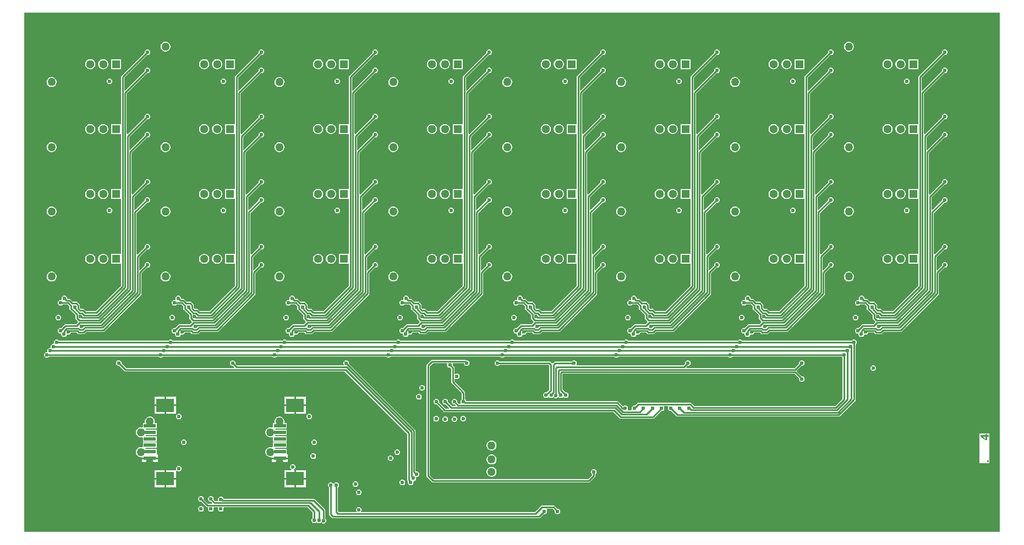
<source format=gbl>
G04*
G04 #@! TF.GenerationSoftware,Altium Limited,Altium Designer,22.9.1 (49)*
G04*
G04 Layer_Physical_Order=4*
G04 Layer_Color=16711680*
%FSLAX25Y25*%
%MOIN*%
G70*
G04*
G04 #@! TF.SameCoordinates,EA2DCB70-2D32-4E2D-AF08-B15159FC065B*
G04*
G04*
G04 #@! TF.FilePolarity,Positive*
G04*
G01*
G75*
%ADD14C,0.01000*%
%ADD18R,0.07480X0.02362*%
%ADD19R,0.11024X0.08268*%
%ADD59C,0.05118*%
%ADD60R,0.05118X0.05118*%
%ADD66C,0.15748*%
%ADD67C,0.02362*%
%ADD68C,0.22047*%
%ADD69C,0.05000*%
G36*
X591000Y0D02*
X0D01*
Y315000D01*
X591000D01*
Y0D01*
D02*
G37*
%LPC*%
G36*
X499895Y297520D02*
X499105D01*
X498342Y297315D01*
X497658Y296920D01*
X497099Y296362D01*
X496704Y295678D01*
X496500Y294915D01*
Y294125D01*
X496704Y293362D01*
X497099Y292678D01*
X497658Y292119D01*
X498342Y291724D01*
X499105Y291520D01*
X499895D01*
X500658Y291724D01*
X501342Y292119D01*
X501901Y292678D01*
X502296Y293362D01*
X502500Y294125D01*
Y294915D01*
X502296Y295678D01*
X501901Y296362D01*
X501342Y296920D01*
X500658Y297315D01*
X499895Y297520D01*
D02*
G37*
G36*
X85895D02*
X85105D01*
X84342Y297315D01*
X83658Y296920D01*
X83099Y296362D01*
X82704Y295678D01*
X82500Y294915D01*
Y294125D01*
X82704Y293362D01*
X83099Y292678D01*
X83658Y292119D01*
X84342Y291724D01*
X85105Y291520D01*
X85895D01*
X86658Y291724D01*
X87342Y292119D01*
X87901Y292678D01*
X88296Y293362D01*
X88500Y294125D01*
Y294915D01*
X88296Y295678D01*
X87901Y296362D01*
X87342Y296920D01*
X86658Y297315D01*
X85895Y297520D01*
D02*
G37*
G36*
X472713Y286917D02*
X466594D01*
Y280799D01*
X472713D01*
Y286917D01*
D02*
G37*
G36*
X462182D02*
X461377D01*
X460599Y286709D01*
X459901Y286306D01*
X459332Y285736D01*
X458929Y285039D01*
X458720Y284261D01*
Y283455D01*
X458929Y282678D01*
X459332Y281980D01*
X459901Y281410D01*
X460599Y281008D01*
X461377Y280799D01*
X462182D01*
X462960Y281008D01*
X463658Y281410D01*
X464227Y281980D01*
X464630Y282678D01*
X464839Y283455D01*
Y284261D01*
X464630Y285039D01*
X464227Y285736D01*
X463658Y286306D01*
X462960Y286709D01*
X462182Y286917D01*
D02*
G37*
G36*
X454308D02*
X453503D01*
X452725Y286709D01*
X452027Y286306D01*
X451458Y285736D01*
X451055Y285039D01*
X450846Y284261D01*
Y283455D01*
X451055Y282678D01*
X451458Y281980D01*
X452027Y281410D01*
X452725Y281008D01*
X453503Y280799D01*
X454308D01*
X455086Y281008D01*
X455784Y281410D01*
X456353Y281980D01*
X456756Y282678D01*
X456964Y283455D01*
Y284261D01*
X456756Y285039D01*
X456353Y285736D01*
X455784Y286306D01*
X455086Y286709D01*
X454308Y286917D01*
D02*
G37*
G36*
X403713D02*
X397595D01*
Y280799D01*
X403713D01*
Y286917D01*
D02*
G37*
G36*
X393182D02*
X392377D01*
X391599Y286709D01*
X390901Y286306D01*
X390332Y285736D01*
X389929Y285039D01*
X389721Y284261D01*
Y283455D01*
X389929Y282678D01*
X390332Y281980D01*
X390901Y281410D01*
X391599Y281008D01*
X392377Y280799D01*
X393182D01*
X393960Y281008D01*
X394658Y281410D01*
X395228Y281980D01*
X395630Y282678D01*
X395839Y283455D01*
Y284261D01*
X395630Y285039D01*
X395228Y285736D01*
X394658Y286306D01*
X393960Y286709D01*
X393182Y286917D01*
D02*
G37*
G36*
X385308D02*
X384503D01*
X383725Y286709D01*
X383027Y286306D01*
X382458Y285736D01*
X382055Y285039D01*
X381847Y284261D01*
Y283455D01*
X382055Y282678D01*
X382458Y281980D01*
X383027Y281410D01*
X383725Y281008D01*
X384503Y280799D01*
X385308D01*
X386086Y281008D01*
X386784Y281410D01*
X387353Y281980D01*
X387756Y282678D01*
X387965Y283455D01*
Y284261D01*
X387756Y285039D01*
X387353Y285736D01*
X386784Y286306D01*
X386086Y286709D01*
X385308Y286917D01*
D02*
G37*
G36*
X334713D02*
X328595D01*
Y280799D01*
X334713D01*
Y286917D01*
D02*
G37*
G36*
X324182D02*
X323377D01*
X322599Y286709D01*
X321901Y286306D01*
X321332Y285736D01*
X320929Y285039D01*
X320721Y284261D01*
Y283455D01*
X320929Y282678D01*
X321332Y281980D01*
X321901Y281410D01*
X322599Y281008D01*
X323377Y280799D01*
X324182D01*
X324960Y281008D01*
X325658Y281410D01*
X326227Y281980D01*
X326630Y282678D01*
X326839Y283455D01*
Y284261D01*
X326630Y285039D01*
X326227Y285736D01*
X325658Y286306D01*
X324960Y286709D01*
X324182Y286917D01*
D02*
G37*
G36*
X316308D02*
X315503D01*
X314725Y286709D01*
X314027Y286306D01*
X313458Y285736D01*
X313055Y285039D01*
X312847Y284261D01*
Y283455D01*
X313055Y282678D01*
X313458Y281980D01*
X314027Y281410D01*
X314725Y281008D01*
X315503Y280799D01*
X316308D01*
X317086Y281008D01*
X317784Y281410D01*
X318354Y281980D01*
X318756Y282678D01*
X318965Y283455D01*
Y284261D01*
X318756Y285039D01*
X318354Y285736D01*
X317784Y286306D01*
X317086Y286709D01*
X316308Y286917D01*
D02*
G37*
G36*
X265712D02*
X259594D01*
Y280799D01*
X265712D01*
Y286917D01*
D02*
G37*
G36*
X255182D02*
X254377D01*
X253599Y286709D01*
X252901Y286306D01*
X252332Y285736D01*
X251929Y285039D01*
X251720Y284261D01*
Y283455D01*
X251929Y282678D01*
X252332Y281980D01*
X252901Y281410D01*
X253599Y281008D01*
X254377Y280799D01*
X255182D01*
X255960Y281008D01*
X256658Y281410D01*
X257227Y281980D01*
X257630Y282678D01*
X257839Y283455D01*
Y284261D01*
X257630Y285039D01*
X257227Y285736D01*
X256658Y286306D01*
X255960Y286709D01*
X255182Y286917D01*
D02*
G37*
G36*
X247308D02*
X246503D01*
X245725Y286709D01*
X245027Y286306D01*
X244458Y285736D01*
X244055Y285039D01*
X243846Y284261D01*
Y283455D01*
X244055Y282678D01*
X244458Y281980D01*
X245027Y281410D01*
X245725Y281008D01*
X246503Y280799D01*
X247308D01*
X248086Y281008D01*
X248784Y281410D01*
X249353Y281980D01*
X249756Y282678D01*
X249964Y283455D01*
Y284261D01*
X249756Y285039D01*
X249353Y285736D01*
X248784Y286306D01*
X248086Y286709D01*
X247308Y286917D01*
D02*
G37*
G36*
X196713D02*
X190595D01*
Y280799D01*
X196713D01*
Y286917D01*
D02*
G37*
G36*
X186182D02*
X185377D01*
X184599Y286709D01*
X183901Y286306D01*
X183332Y285736D01*
X182929Y285039D01*
X182721Y284261D01*
Y283455D01*
X182929Y282678D01*
X183332Y281980D01*
X183901Y281410D01*
X184599Y281008D01*
X185377Y280799D01*
X186182D01*
X186960Y281008D01*
X187658Y281410D01*
X188227Y281980D01*
X188630Y282678D01*
X188839Y283455D01*
Y284261D01*
X188630Y285039D01*
X188227Y285736D01*
X187658Y286306D01*
X186960Y286709D01*
X186182Y286917D01*
D02*
G37*
G36*
X178308D02*
X177503D01*
X176725Y286709D01*
X176027Y286306D01*
X175458Y285736D01*
X175055Y285039D01*
X174847Y284261D01*
Y283455D01*
X175055Y282678D01*
X175458Y281980D01*
X176027Y281410D01*
X176725Y281008D01*
X177503Y280799D01*
X178308D01*
X179086Y281008D01*
X179784Y281410D01*
X180353Y281980D01*
X180756Y282678D01*
X180965Y283455D01*
Y284261D01*
X180756Y285039D01*
X180353Y285736D01*
X179784Y286306D01*
X179086Y286709D01*
X178308Y286917D01*
D02*
G37*
G36*
X127713D02*
X121595D01*
Y280799D01*
X127713D01*
Y286917D01*
D02*
G37*
G36*
X117182D02*
X116377D01*
X115599Y286709D01*
X114901Y286306D01*
X114332Y285736D01*
X113929Y285039D01*
X113721Y284261D01*
Y283455D01*
X113929Y282678D01*
X114332Y281980D01*
X114901Y281410D01*
X115599Y281008D01*
X116377Y280799D01*
X117182D01*
X117960Y281008D01*
X118658Y281410D01*
X119228Y281980D01*
X119630Y282678D01*
X119839Y283455D01*
Y284261D01*
X119630Y285039D01*
X119228Y285736D01*
X118658Y286306D01*
X117960Y286709D01*
X117182Y286917D01*
D02*
G37*
G36*
X109308D02*
X108503D01*
X107725Y286709D01*
X107027Y286306D01*
X106458Y285736D01*
X106055Y285039D01*
X105847Y284261D01*
Y283455D01*
X106055Y282678D01*
X106458Y281980D01*
X107027Y281410D01*
X107725Y281008D01*
X108503Y280799D01*
X109308D01*
X110086Y281008D01*
X110784Y281410D01*
X111354Y281980D01*
X111756Y282678D01*
X111965Y283455D01*
Y284261D01*
X111756Y285039D01*
X111354Y285736D01*
X110784Y286306D01*
X110086Y286709D01*
X109308Y286917D01*
D02*
G37*
G36*
X58713D02*
X52595D01*
Y280799D01*
X58713D01*
Y286917D01*
D02*
G37*
G36*
X48182D02*
X47377D01*
X46599Y286709D01*
X45901Y286306D01*
X45332Y285736D01*
X44929Y285039D01*
X44721Y284261D01*
Y283455D01*
X44929Y282678D01*
X45332Y281980D01*
X45901Y281410D01*
X46599Y281008D01*
X47377Y280799D01*
X48182D01*
X48960Y281008D01*
X49658Y281410D01*
X50227Y281980D01*
X50630Y282678D01*
X50839Y283455D01*
Y284261D01*
X50630Y285039D01*
X50227Y285736D01*
X49658Y286306D01*
X48960Y286709D01*
X48182Y286917D01*
D02*
G37*
G36*
X40308D02*
X39503D01*
X38725Y286709D01*
X38027Y286306D01*
X37458Y285736D01*
X37055Y285039D01*
X36847Y284261D01*
Y283455D01*
X37055Y282678D01*
X37458Y281980D01*
X38027Y281410D01*
X38725Y281008D01*
X39503Y280799D01*
X40308D01*
X41086Y281008D01*
X41784Y281410D01*
X42353Y281980D01*
X42756Y282678D01*
X42965Y283455D01*
Y284261D01*
X42756Y285039D01*
X42353Y285736D01*
X41784Y286306D01*
X41086Y286709D01*
X40308Y286917D01*
D02*
G37*
G36*
X541713Y286917D02*
X535595D01*
Y280799D01*
X541713D01*
Y286917D01*
D02*
G37*
G36*
X531182D02*
X530377D01*
X529599Y286709D01*
X528901Y286306D01*
X528332Y285736D01*
X527929Y285039D01*
X527721Y284261D01*
Y283455D01*
X527929Y282677D01*
X528332Y281980D01*
X528901Y281410D01*
X529599Y281008D01*
X530377Y280799D01*
X531182D01*
X531960Y281008D01*
X532658Y281410D01*
X533227Y281980D01*
X533630Y282677D01*
X533839Y283455D01*
Y284261D01*
X533630Y285039D01*
X533227Y285736D01*
X532658Y286306D01*
X531960Y286709D01*
X531182Y286917D01*
D02*
G37*
G36*
X523308D02*
X522503D01*
X521725Y286709D01*
X521027Y286306D01*
X520458Y285736D01*
X520055Y285039D01*
X519847Y284261D01*
Y283455D01*
X520055Y282677D01*
X520458Y281980D01*
X521027Y281410D01*
X521725Y281008D01*
X522503Y280799D01*
X523308D01*
X524086Y281008D01*
X524784Y281410D01*
X525353Y281980D01*
X525756Y282677D01*
X525965Y283455D01*
Y284261D01*
X525756Y285039D01*
X525353Y285736D01*
X524784Y286306D01*
X524086Y286709D01*
X523308Y286917D01*
D02*
G37*
G36*
X534834Y275201D02*
X534166D01*
X533548Y274945D01*
X533075Y274472D01*
X532819Y273854D01*
Y273185D01*
X533075Y272567D01*
X533548Y272094D01*
X534166Y271838D01*
X534834D01*
X535452Y272094D01*
X535925Y272567D01*
X536181Y273185D01*
Y273854D01*
X535925Y274472D01*
X535452Y274945D01*
X534834Y275201D01*
D02*
G37*
G36*
X465834D02*
X465166D01*
X464548Y274945D01*
X464075Y274472D01*
X463819Y273854D01*
Y273185D01*
X464075Y272567D01*
X464548Y272094D01*
X465166Y271838D01*
X465834D01*
X466452Y272094D01*
X466925Y272567D01*
X467181Y273185D01*
Y273854D01*
X466925Y274472D01*
X466452Y274945D01*
X465834Y275201D01*
D02*
G37*
G36*
X396834D02*
X396166D01*
X395548Y274945D01*
X395075Y274472D01*
X394819Y273854D01*
Y273185D01*
X395075Y272567D01*
X395548Y272094D01*
X396166Y271838D01*
X396834D01*
X397452Y272094D01*
X397925Y272567D01*
X398181Y273185D01*
Y273854D01*
X397925Y274472D01*
X397452Y274945D01*
X396834Y275201D01*
D02*
G37*
G36*
X327834D02*
X327166D01*
X326548Y274945D01*
X326075Y274472D01*
X325819Y273854D01*
Y273185D01*
X326075Y272567D01*
X326548Y272094D01*
X327166Y271838D01*
X327834D01*
X328452Y272094D01*
X328925Y272567D01*
X329181Y273185D01*
Y273854D01*
X328925Y274472D01*
X328452Y274945D01*
X327834Y275201D01*
D02*
G37*
G36*
X258834D02*
X258166D01*
X257548Y274945D01*
X257075Y274472D01*
X256819Y273854D01*
Y273185D01*
X257075Y272567D01*
X257548Y272094D01*
X258166Y271838D01*
X258834D01*
X259452Y272094D01*
X259925Y272567D01*
X260181Y273185D01*
Y273854D01*
X259925Y274472D01*
X259452Y274945D01*
X258834Y275201D01*
D02*
G37*
G36*
X189834D02*
X189166D01*
X188548Y274945D01*
X188075Y274472D01*
X187819Y273854D01*
Y273185D01*
X188075Y272567D01*
X188548Y272094D01*
X189166Y271838D01*
X189834D01*
X190452Y272094D01*
X190925Y272567D01*
X191181Y273185D01*
Y273854D01*
X190925Y274472D01*
X190452Y274945D01*
X189834Y275201D01*
D02*
G37*
G36*
X120834D02*
X120166D01*
X119548Y274945D01*
X119075Y274472D01*
X118819Y273854D01*
Y273185D01*
X119075Y272567D01*
X119548Y272094D01*
X120166Y271838D01*
X120834D01*
X121452Y272094D01*
X121925Y272567D01*
X122181Y273185D01*
Y273854D01*
X121925Y274472D01*
X121452Y274945D01*
X120834Y275201D01*
D02*
G37*
G36*
X51834D02*
X51166D01*
X50548Y274945D01*
X50075Y274472D01*
X49819Y273854D01*
Y273185D01*
X50075Y272567D01*
X50548Y272094D01*
X51166Y271838D01*
X51834D01*
X52452Y272094D01*
X52925Y272567D01*
X53181Y273185D01*
Y273854D01*
X52925Y274472D01*
X52452Y274945D01*
X51834Y275201D01*
D02*
G37*
G36*
X430895Y276020D02*
X430105D01*
X429342Y275815D01*
X428658Y275420D01*
X428099Y274862D01*
X427704Y274178D01*
X427500Y273415D01*
Y272625D01*
X427704Y271862D01*
X428099Y271178D01*
X428658Y270619D01*
X429342Y270224D01*
X430105Y270020D01*
X430895D01*
X431658Y270224D01*
X432342Y270619D01*
X432901Y271178D01*
X433296Y271862D01*
X433500Y272625D01*
Y273415D01*
X433296Y274178D01*
X432901Y274862D01*
X432342Y275420D01*
X431658Y275815D01*
X430895Y276020D01*
D02*
G37*
G36*
X361895D02*
X361105D01*
X360342Y275815D01*
X359658Y275420D01*
X359099Y274862D01*
X358704Y274178D01*
X358500Y273415D01*
Y272625D01*
X358704Y271862D01*
X359099Y271178D01*
X359658Y270619D01*
X360342Y270224D01*
X361105Y270020D01*
X361895D01*
X362658Y270224D01*
X363342Y270619D01*
X363901Y271178D01*
X364296Y271862D01*
X364500Y272625D01*
Y273415D01*
X364296Y274178D01*
X363901Y274862D01*
X363342Y275420D01*
X362658Y275815D01*
X361895Y276020D01*
D02*
G37*
G36*
X292895D02*
X292105D01*
X291342Y275815D01*
X290658Y275420D01*
X290099Y274862D01*
X289704Y274178D01*
X289500Y273415D01*
Y272625D01*
X289704Y271862D01*
X290099Y271178D01*
X290658Y270619D01*
X291342Y270224D01*
X292105Y270020D01*
X292895D01*
X293658Y270224D01*
X294342Y270619D01*
X294901Y271178D01*
X295296Y271862D01*
X295500Y272625D01*
Y273415D01*
X295296Y274178D01*
X294901Y274862D01*
X294342Y275420D01*
X293658Y275815D01*
X292895Y276020D01*
D02*
G37*
G36*
X223895D02*
X223105D01*
X222342Y275815D01*
X221658Y275420D01*
X221099Y274862D01*
X220704Y274178D01*
X220500Y273415D01*
Y272625D01*
X220704Y271862D01*
X221099Y271178D01*
X221658Y270619D01*
X222342Y270224D01*
X223105Y270020D01*
X223895D01*
X224658Y270224D01*
X225342Y270619D01*
X225901Y271178D01*
X226296Y271862D01*
X226500Y272625D01*
Y273415D01*
X226296Y274178D01*
X225901Y274862D01*
X225342Y275420D01*
X224658Y275815D01*
X223895Y276020D01*
D02*
G37*
G36*
X154895D02*
X154105D01*
X153342Y275815D01*
X152658Y275420D01*
X152099Y274862D01*
X151704Y274178D01*
X151500Y273415D01*
Y272625D01*
X151704Y271862D01*
X152099Y271178D01*
X152658Y270619D01*
X153342Y270224D01*
X154105Y270020D01*
X154895D01*
X155658Y270224D01*
X156342Y270619D01*
X156901Y271178D01*
X157296Y271862D01*
X157500Y272625D01*
Y273415D01*
X157296Y274178D01*
X156901Y274862D01*
X156342Y275420D01*
X155658Y275815D01*
X154895Y276020D01*
D02*
G37*
G36*
X16895D02*
X16105D01*
X15342Y275815D01*
X14658Y275420D01*
X14099Y274862D01*
X13704Y274178D01*
X13500Y273415D01*
Y272625D01*
X13704Y271862D01*
X14099Y271178D01*
X14658Y270619D01*
X15342Y270224D01*
X16105Y270020D01*
X16895D01*
X17658Y270224D01*
X18342Y270619D01*
X18901Y271178D01*
X19296Y271862D01*
X19500Y272625D01*
Y273415D01*
X19296Y274178D01*
X18901Y274862D01*
X18342Y275420D01*
X17658Y275815D01*
X16895Y276020D01*
D02*
G37*
G36*
X531182Y247547D02*
X530377D01*
X529599Y247339D01*
X528901Y246936D01*
X528332Y246367D01*
X527929Y245669D01*
X527721Y244891D01*
Y244086D01*
X527929Y243307D01*
X528332Y242610D01*
X528901Y242040D01*
X529599Y241638D01*
X530377Y241429D01*
X531182D01*
X531960Y241638D01*
X532658Y242040D01*
X533227Y242610D01*
X533630Y243307D01*
X533839Y244086D01*
Y244891D01*
X533630Y245669D01*
X533227Y246367D01*
X532658Y246936D01*
X531960Y247339D01*
X531182Y247547D01*
D02*
G37*
G36*
X523308D02*
X522503D01*
X521725Y247339D01*
X521027Y246936D01*
X520458Y246367D01*
X520055Y245669D01*
X519847Y244891D01*
Y244086D01*
X520055Y243307D01*
X520458Y242610D01*
X521027Y242040D01*
X521725Y241638D01*
X522503Y241429D01*
X523308D01*
X524086Y241638D01*
X524784Y242040D01*
X525353Y242610D01*
X525756Y243307D01*
X525965Y244086D01*
Y244891D01*
X525756Y245669D01*
X525353Y246367D01*
X524784Y246936D01*
X524086Y247339D01*
X523308Y247547D01*
D02*
G37*
G36*
X462182Y247547D02*
X461377D01*
X460599Y247339D01*
X459901Y246936D01*
X459332Y246366D01*
X458929Y245669D01*
X458720Y244891D01*
Y244085D01*
X458929Y243307D01*
X459332Y242610D01*
X459901Y242040D01*
X460599Y241638D01*
X461377Y241429D01*
X462182D01*
X462960Y241638D01*
X463658Y242040D01*
X464227Y242610D01*
X464630Y243307D01*
X464839Y244085D01*
Y244891D01*
X464630Y245669D01*
X464227Y246366D01*
X463658Y246936D01*
X462960Y247339D01*
X462182Y247547D01*
D02*
G37*
G36*
X454308D02*
X453503D01*
X452725Y247339D01*
X452027Y246936D01*
X451458Y246366D01*
X451055Y245669D01*
X450846Y244891D01*
Y244085D01*
X451055Y243307D01*
X451458Y242610D01*
X452027Y242040D01*
X452725Y241638D01*
X453503Y241429D01*
X454308D01*
X455086Y241638D01*
X455784Y242040D01*
X456353Y242610D01*
X456756Y243307D01*
X456964Y244085D01*
Y244891D01*
X456756Y245669D01*
X456353Y246366D01*
X455784Y246936D01*
X455086Y247339D01*
X454308Y247547D01*
D02*
G37*
G36*
X393182D02*
X392377D01*
X391599Y247339D01*
X390901Y246936D01*
X390332Y246366D01*
X389929Y245669D01*
X389721Y244891D01*
Y244085D01*
X389929Y243307D01*
X390332Y242610D01*
X390901Y242040D01*
X391599Y241638D01*
X392377Y241429D01*
X393182D01*
X393960Y241638D01*
X394658Y242040D01*
X395228Y242610D01*
X395630Y243307D01*
X395839Y244085D01*
Y244891D01*
X395630Y245669D01*
X395228Y246366D01*
X394658Y246936D01*
X393960Y247339D01*
X393182Y247547D01*
D02*
G37*
G36*
X385308D02*
X384503D01*
X383725Y247339D01*
X383027Y246936D01*
X382458Y246366D01*
X382055Y245669D01*
X381847Y244891D01*
Y244085D01*
X382055Y243307D01*
X382458Y242610D01*
X383027Y242040D01*
X383725Y241638D01*
X384503Y241429D01*
X385308D01*
X386086Y241638D01*
X386784Y242040D01*
X387353Y242610D01*
X387756Y243307D01*
X387965Y244085D01*
Y244891D01*
X387756Y245669D01*
X387353Y246366D01*
X386784Y246936D01*
X386086Y247339D01*
X385308Y247547D01*
D02*
G37*
G36*
X324182D02*
X323377D01*
X322599Y247339D01*
X321901Y246936D01*
X321332Y246366D01*
X320929Y245669D01*
X320721Y244891D01*
Y244085D01*
X320929Y243307D01*
X321332Y242610D01*
X321901Y242040D01*
X322599Y241638D01*
X323377Y241429D01*
X324182D01*
X324960Y241638D01*
X325658Y242040D01*
X326227Y242610D01*
X326630Y243307D01*
X326839Y244085D01*
Y244891D01*
X326630Y245669D01*
X326227Y246366D01*
X325658Y246936D01*
X324960Y247339D01*
X324182Y247547D01*
D02*
G37*
G36*
X316308D02*
X315503D01*
X314725Y247339D01*
X314027Y246936D01*
X313458Y246366D01*
X313055Y245669D01*
X312847Y244891D01*
Y244085D01*
X313055Y243307D01*
X313458Y242610D01*
X314027Y242040D01*
X314725Y241638D01*
X315503Y241429D01*
X316308D01*
X317086Y241638D01*
X317784Y242040D01*
X318354Y242610D01*
X318756Y243307D01*
X318965Y244085D01*
Y244891D01*
X318756Y245669D01*
X318354Y246366D01*
X317784Y246936D01*
X317086Y247339D01*
X316308Y247547D01*
D02*
G37*
G36*
X255182D02*
X254377D01*
X253599Y247339D01*
X252901Y246936D01*
X252332Y246366D01*
X251929Y245669D01*
X251720Y244891D01*
Y244085D01*
X251929Y243307D01*
X252332Y242610D01*
X252901Y242040D01*
X253599Y241638D01*
X254377Y241429D01*
X255182D01*
X255960Y241638D01*
X256658Y242040D01*
X257227Y242610D01*
X257630Y243307D01*
X257839Y244085D01*
Y244891D01*
X257630Y245669D01*
X257227Y246366D01*
X256658Y246936D01*
X255960Y247339D01*
X255182Y247547D01*
D02*
G37*
G36*
X247308D02*
X246503D01*
X245725Y247339D01*
X245027Y246936D01*
X244458Y246366D01*
X244055Y245669D01*
X243846Y244891D01*
Y244085D01*
X244055Y243307D01*
X244458Y242610D01*
X245027Y242040D01*
X245725Y241638D01*
X246503Y241429D01*
X247308D01*
X248086Y241638D01*
X248784Y242040D01*
X249353Y242610D01*
X249756Y243307D01*
X249964Y244085D01*
Y244891D01*
X249756Y245669D01*
X249353Y246366D01*
X248784Y246936D01*
X248086Y247339D01*
X247308Y247547D01*
D02*
G37*
G36*
X186182D02*
X185377D01*
X184599Y247339D01*
X183901Y246936D01*
X183332Y246366D01*
X182929Y245669D01*
X182721Y244891D01*
Y244085D01*
X182929Y243307D01*
X183332Y242610D01*
X183901Y242040D01*
X184599Y241638D01*
X185377Y241429D01*
X186182D01*
X186960Y241638D01*
X187658Y242040D01*
X188227Y242610D01*
X188630Y243307D01*
X188839Y244085D01*
Y244891D01*
X188630Y245669D01*
X188227Y246366D01*
X187658Y246936D01*
X186960Y247339D01*
X186182Y247547D01*
D02*
G37*
G36*
X178308D02*
X177503D01*
X176725Y247339D01*
X176027Y246936D01*
X175458Y246366D01*
X175055Y245669D01*
X174847Y244891D01*
Y244085D01*
X175055Y243307D01*
X175458Y242610D01*
X176027Y242040D01*
X176725Y241638D01*
X177503Y241429D01*
X178308D01*
X179086Y241638D01*
X179784Y242040D01*
X180353Y242610D01*
X180756Y243307D01*
X180965Y244085D01*
Y244891D01*
X180756Y245669D01*
X180353Y246366D01*
X179784Y246936D01*
X179086Y247339D01*
X178308Y247547D01*
D02*
G37*
G36*
X117182D02*
X116377D01*
X115599Y247339D01*
X114901Y246936D01*
X114332Y246366D01*
X113929Y245669D01*
X113721Y244891D01*
Y244085D01*
X113929Y243307D01*
X114332Y242610D01*
X114901Y242040D01*
X115599Y241638D01*
X116377Y241429D01*
X117182D01*
X117960Y241638D01*
X118658Y242040D01*
X119228Y242610D01*
X119630Y243307D01*
X119839Y244085D01*
Y244891D01*
X119630Y245669D01*
X119228Y246366D01*
X118658Y246936D01*
X117960Y247339D01*
X117182Y247547D01*
D02*
G37*
G36*
X109308D02*
X108503D01*
X107725Y247339D01*
X107027Y246936D01*
X106458Y246366D01*
X106055Y245669D01*
X105847Y244891D01*
Y244085D01*
X106055Y243307D01*
X106458Y242610D01*
X107027Y242040D01*
X107725Y241638D01*
X108503Y241429D01*
X109308D01*
X110086Y241638D01*
X110784Y242040D01*
X111354Y242610D01*
X111756Y243307D01*
X111965Y244085D01*
Y244891D01*
X111756Y245669D01*
X111354Y246366D01*
X110784Y246936D01*
X110086Y247339D01*
X109308Y247547D01*
D02*
G37*
G36*
X48182D02*
X47377D01*
X46599Y247339D01*
X45901Y246936D01*
X45332Y246366D01*
X44929Y245669D01*
X44721Y244891D01*
Y244085D01*
X44929Y243307D01*
X45332Y242610D01*
X45901Y242040D01*
X46599Y241638D01*
X47377Y241429D01*
X48182D01*
X48960Y241638D01*
X49658Y242040D01*
X50227Y242610D01*
X50630Y243307D01*
X50839Y244085D01*
Y244891D01*
X50630Y245669D01*
X50227Y246366D01*
X49658Y246936D01*
X48960Y247339D01*
X48182Y247547D01*
D02*
G37*
G36*
X40308D02*
X39503D01*
X38725Y247339D01*
X38027Y246936D01*
X37458Y246366D01*
X37055Y245669D01*
X36847Y244891D01*
Y244085D01*
X37055Y243307D01*
X37458Y242610D01*
X38027Y242040D01*
X38725Y241638D01*
X39503Y241429D01*
X40308D01*
X41086Y241638D01*
X41784Y242040D01*
X42353Y242610D01*
X42756Y243307D01*
X42965Y244085D01*
Y244891D01*
X42756Y245669D01*
X42353Y246366D01*
X41784Y246936D01*
X41086Y247339D01*
X40308Y247547D01*
D02*
G37*
G36*
X499895Y236520D02*
X499105D01*
X498342Y236315D01*
X497658Y235920D01*
X497099Y235362D01*
X496704Y234678D01*
X496500Y233915D01*
Y233125D01*
X496704Y232362D01*
X497099Y231678D01*
X497658Y231119D01*
X498342Y230724D01*
X499105Y230520D01*
X499895D01*
X500658Y230724D01*
X501342Y231119D01*
X501901Y231678D01*
X502296Y232362D01*
X502500Y233125D01*
Y233915D01*
X502296Y234678D01*
X501901Y235362D01*
X501342Y235920D01*
X500658Y236315D01*
X499895Y236520D01*
D02*
G37*
G36*
X430895D02*
X430105D01*
X429342Y236315D01*
X428658Y235920D01*
X428099Y235362D01*
X427704Y234678D01*
X427500Y233915D01*
Y233125D01*
X427704Y232362D01*
X428099Y231678D01*
X428658Y231119D01*
X429342Y230724D01*
X430105Y230520D01*
X430895D01*
X431658Y230724D01*
X432342Y231119D01*
X432901Y231678D01*
X433296Y232362D01*
X433500Y233125D01*
Y233915D01*
X433296Y234678D01*
X432901Y235362D01*
X432342Y235920D01*
X431658Y236315D01*
X430895Y236520D01*
D02*
G37*
G36*
X361895D02*
X361105D01*
X360342Y236315D01*
X359658Y235920D01*
X359099Y235362D01*
X358704Y234678D01*
X358500Y233915D01*
Y233125D01*
X358704Y232362D01*
X359099Y231678D01*
X359658Y231119D01*
X360342Y230724D01*
X361105Y230520D01*
X361895D01*
X362658Y230724D01*
X363342Y231119D01*
X363901Y231678D01*
X364296Y232362D01*
X364500Y233125D01*
Y233915D01*
X364296Y234678D01*
X363901Y235362D01*
X363342Y235920D01*
X362658Y236315D01*
X361895Y236520D01*
D02*
G37*
G36*
X292895D02*
X292105D01*
X291342Y236315D01*
X290658Y235920D01*
X290099Y235362D01*
X289704Y234678D01*
X289500Y233915D01*
Y233125D01*
X289704Y232362D01*
X290099Y231678D01*
X290658Y231119D01*
X291342Y230724D01*
X292105Y230520D01*
X292895D01*
X293658Y230724D01*
X294342Y231119D01*
X294901Y231678D01*
X295296Y232362D01*
X295500Y233125D01*
Y233915D01*
X295296Y234678D01*
X294901Y235362D01*
X294342Y235920D01*
X293658Y236315D01*
X292895Y236520D01*
D02*
G37*
G36*
X223895D02*
X223105D01*
X222342Y236315D01*
X221658Y235920D01*
X221099Y235362D01*
X220704Y234678D01*
X220500Y233915D01*
Y233125D01*
X220704Y232362D01*
X221099Y231678D01*
X221658Y231119D01*
X222342Y230724D01*
X223105Y230520D01*
X223895D01*
X224658Y230724D01*
X225342Y231119D01*
X225901Y231678D01*
X226296Y232362D01*
X226500Y233125D01*
Y233915D01*
X226296Y234678D01*
X225901Y235362D01*
X225342Y235920D01*
X224658Y236315D01*
X223895Y236520D01*
D02*
G37*
G36*
X154895D02*
X154105D01*
X153342Y236315D01*
X152658Y235920D01*
X152099Y235362D01*
X151704Y234678D01*
X151500Y233915D01*
Y233125D01*
X151704Y232362D01*
X152099Y231678D01*
X152658Y231119D01*
X153342Y230724D01*
X154105Y230520D01*
X154895D01*
X155658Y230724D01*
X156342Y231119D01*
X156901Y231678D01*
X157296Y232362D01*
X157500Y233125D01*
Y233915D01*
X157296Y234678D01*
X156901Y235362D01*
X156342Y235920D01*
X155658Y236315D01*
X154895Y236520D01*
D02*
G37*
G36*
X85895D02*
X85105D01*
X84342Y236315D01*
X83658Y235920D01*
X83099Y235362D01*
X82704Y234678D01*
X82500Y233915D01*
Y233125D01*
X82704Y232362D01*
X83099Y231678D01*
X83658Y231119D01*
X84342Y230724D01*
X85105Y230520D01*
X85895D01*
X86658Y230724D01*
X87342Y231119D01*
X87901Y231678D01*
X88296Y232362D01*
X88500Y233125D01*
Y233915D01*
X88296Y234678D01*
X87901Y235362D01*
X87342Y235920D01*
X86658Y236315D01*
X85895Y236520D01*
D02*
G37*
G36*
X16895D02*
X16105D01*
X15342Y236315D01*
X14658Y235920D01*
X14099Y235362D01*
X13704Y234678D01*
X13500Y233915D01*
Y233125D01*
X13704Y232362D01*
X14099Y231678D01*
X14658Y231119D01*
X15342Y230724D01*
X16105Y230520D01*
X16895D01*
X17658Y230724D01*
X18342Y231119D01*
X18901Y231678D01*
X19296Y232362D01*
X19500Y233125D01*
Y233915D01*
X19296Y234678D01*
X18901Y235362D01*
X18342Y235920D01*
X17658Y236315D01*
X16895Y236520D01*
D02*
G37*
G36*
X462182Y208177D02*
X461377D01*
X460599Y207969D01*
X459901Y207566D01*
X459332Y206996D01*
X458929Y206299D01*
X458720Y205521D01*
Y204715D01*
X458929Y203937D01*
X459332Y203240D01*
X459901Y202670D01*
X460599Y202268D01*
X461377Y202059D01*
X462182D01*
X462960Y202268D01*
X463658Y202670D01*
X464227Y203240D01*
X464630Y203937D01*
X464839Y204715D01*
Y205521D01*
X464630Y206299D01*
X464227Y206996D01*
X463658Y207566D01*
X462960Y207969D01*
X462182Y208177D01*
D02*
G37*
G36*
X454308D02*
X453503D01*
X452725Y207969D01*
X452027Y207566D01*
X451458Y206996D01*
X451055Y206299D01*
X450846Y205521D01*
Y204715D01*
X451055Y203937D01*
X451458Y203240D01*
X452027Y202670D01*
X452725Y202268D01*
X453503Y202059D01*
X454308D01*
X455086Y202268D01*
X455784Y202670D01*
X456353Y203240D01*
X456756Y203937D01*
X456964Y204715D01*
Y205521D01*
X456756Y206299D01*
X456353Y206996D01*
X455784Y207566D01*
X455086Y207969D01*
X454308Y208177D01*
D02*
G37*
G36*
X393182D02*
X392377D01*
X391599Y207969D01*
X390901Y207566D01*
X390332Y206996D01*
X389929Y206299D01*
X389721Y205521D01*
Y204715D01*
X389929Y203937D01*
X390332Y203240D01*
X390901Y202670D01*
X391599Y202268D01*
X392377Y202059D01*
X393182D01*
X393960Y202268D01*
X394658Y202670D01*
X395228Y203240D01*
X395630Y203937D01*
X395839Y204715D01*
Y205521D01*
X395630Y206299D01*
X395228Y206996D01*
X394658Y207566D01*
X393960Y207969D01*
X393182Y208177D01*
D02*
G37*
G36*
X385308D02*
X384503D01*
X383725Y207969D01*
X383027Y207566D01*
X382458Y206996D01*
X382055Y206299D01*
X381847Y205521D01*
Y204715D01*
X382055Y203937D01*
X382458Y203240D01*
X383027Y202670D01*
X383725Y202268D01*
X384503Y202059D01*
X385308D01*
X386086Y202268D01*
X386784Y202670D01*
X387353Y203240D01*
X387756Y203937D01*
X387965Y204715D01*
Y205521D01*
X387756Y206299D01*
X387353Y206996D01*
X386784Y207566D01*
X386086Y207969D01*
X385308Y208177D01*
D02*
G37*
G36*
X324182D02*
X323377D01*
X322599Y207969D01*
X321901Y207566D01*
X321332Y206996D01*
X320929Y206299D01*
X320721Y205521D01*
Y204715D01*
X320929Y203937D01*
X321332Y203240D01*
X321901Y202670D01*
X322599Y202268D01*
X323377Y202059D01*
X324182D01*
X324960Y202268D01*
X325658Y202670D01*
X326227Y203240D01*
X326630Y203937D01*
X326839Y204715D01*
Y205521D01*
X326630Y206299D01*
X326227Y206996D01*
X325658Y207566D01*
X324960Y207969D01*
X324182Y208177D01*
D02*
G37*
G36*
X316308D02*
X315503D01*
X314725Y207969D01*
X314027Y207566D01*
X313458Y206996D01*
X313055Y206299D01*
X312847Y205521D01*
Y204715D01*
X313055Y203937D01*
X313458Y203240D01*
X314027Y202670D01*
X314725Y202268D01*
X315503Y202059D01*
X316308D01*
X317086Y202268D01*
X317784Y202670D01*
X318354Y203240D01*
X318756Y203937D01*
X318965Y204715D01*
Y205521D01*
X318756Y206299D01*
X318354Y206996D01*
X317784Y207566D01*
X317086Y207969D01*
X316308Y208177D01*
D02*
G37*
G36*
X117182D02*
X116377D01*
X115599Y207969D01*
X114901Y207566D01*
X114332Y206996D01*
X113929Y206299D01*
X113721Y205521D01*
Y204715D01*
X113929Y203937D01*
X114332Y203240D01*
X114901Y202670D01*
X115599Y202268D01*
X116377Y202059D01*
X117182D01*
X117960Y202268D01*
X118658Y202670D01*
X119228Y203240D01*
X119630Y203937D01*
X119839Y204715D01*
Y205521D01*
X119630Y206299D01*
X119228Y206996D01*
X118658Y207566D01*
X117960Y207969D01*
X117182Y208177D01*
D02*
G37*
G36*
X109308D02*
X108503D01*
X107725Y207969D01*
X107027Y207566D01*
X106458Y206996D01*
X106055Y206299D01*
X105847Y205521D01*
Y204715D01*
X106055Y203937D01*
X106458Y203240D01*
X107027Y202670D01*
X107725Y202268D01*
X108503Y202059D01*
X109308D01*
X110086Y202268D01*
X110784Y202670D01*
X111354Y203240D01*
X111756Y203937D01*
X111965Y204715D01*
Y205521D01*
X111756Y206299D01*
X111354Y206996D01*
X110784Y207566D01*
X110086Y207969D01*
X109308Y208177D01*
D02*
G37*
G36*
X531182Y208177D02*
X530377D01*
X529599Y207969D01*
X528901Y207566D01*
X528332Y206996D01*
X527929Y206299D01*
X527721Y205521D01*
Y204715D01*
X527929Y203937D01*
X528332Y203240D01*
X528901Y202670D01*
X529599Y202267D01*
X530377Y202059D01*
X531182D01*
X531960Y202267D01*
X532658Y202670D01*
X533227Y203240D01*
X533630Y203937D01*
X533839Y204715D01*
Y205521D01*
X533630Y206299D01*
X533227Y206996D01*
X532658Y207566D01*
X531960Y207969D01*
X531182Y208177D01*
D02*
G37*
G36*
X523308D02*
X522503D01*
X521725Y207969D01*
X521027Y207566D01*
X520458Y206996D01*
X520055Y206299D01*
X519847Y205521D01*
Y204715D01*
X520055Y203937D01*
X520458Y203240D01*
X521027Y202670D01*
X521725Y202267D01*
X522503Y202059D01*
X523308D01*
X524086Y202267D01*
X524784Y202670D01*
X525353Y203240D01*
X525756Y203937D01*
X525965Y204715D01*
Y205521D01*
X525756Y206299D01*
X525353Y206996D01*
X524784Y207566D01*
X524086Y207969D01*
X523308Y208177D01*
D02*
G37*
G36*
X255182Y208177D02*
X254377D01*
X253599Y207968D01*
X252901Y207566D01*
X252332Y206996D01*
X251929Y206299D01*
X251720Y205521D01*
Y204715D01*
X251929Y203937D01*
X252332Y203240D01*
X252901Y202670D01*
X253599Y202267D01*
X254377Y202059D01*
X255182D01*
X255960Y202267D01*
X256658Y202670D01*
X257227Y203240D01*
X257630Y203937D01*
X257839Y204715D01*
Y205521D01*
X257630Y206299D01*
X257227Y206996D01*
X256658Y207566D01*
X255960Y207968D01*
X255182Y208177D01*
D02*
G37*
G36*
X247308D02*
X246503D01*
X245725Y207968D01*
X245027Y207566D01*
X244458Y206996D01*
X244055Y206299D01*
X243846Y205521D01*
Y204715D01*
X244055Y203937D01*
X244458Y203240D01*
X245027Y202670D01*
X245725Y202267D01*
X246503Y202059D01*
X247308D01*
X248086Y202267D01*
X248784Y202670D01*
X249353Y203240D01*
X249756Y203937D01*
X249964Y204715D01*
Y205521D01*
X249756Y206299D01*
X249353Y206996D01*
X248784Y207566D01*
X248086Y207968D01*
X247308Y208177D01*
D02*
G37*
G36*
X186182D02*
X185377D01*
X184599Y207968D01*
X183901Y207566D01*
X183332Y206996D01*
X182929Y206299D01*
X182721Y205521D01*
Y204715D01*
X182929Y203937D01*
X183332Y203240D01*
X183901Y202670D01*
X184599Y202267D01*
X185377Y202059D01*
X186182D01*
X186960Y202267D01*
X187658Y202670D01*
X188227Y203240D01*
X188630Y203937D01*
X188839Y204715D01*
Y205521D01*
X188630Y206299D01*
X188227Y206996D01*
X187658Y207566D01*
X186960Y207968D01*
X186182Y208177D01*
D02*
G37*
G36*
X178308D02*
X177503D01*
X176725Y207968D01*
X176027Y207566D01*
X175458Y206996D01*
X175055Y206299D01*
X174847Y205521D01*
Y204715D01*
X175055Y203937D01*
X175458Y203240D01*
X176027Y202670D01*
X176725Y202267D01*
X177503Y202059D01*
X178308D01*
X179086Y202267D01*
X179784Y202670D01*
X180353Y203240D01*
X180756Y203937D01*
X180965Y204715D01*
Y205521D01*
X180756Y206299D01*
X180353Y206996D01*
X179784Y207566D01*
X179086Y207968D01*
X178308Y208177D01*
D02*
G37*
G36*
X48182D02*
X47377D01*
X46599Y207968D01*
X45901Y207566D01*
X45332Y206996D01*
X44929Y206299D01*
X44721Y205521D01*
Y204715D01*
X44929Y203937D01*
X45332Y203240D01*
X45901Y202670D01*
X46599Y202267D01*
X47377Y202059D01*
X48182D01*
X48960Y202267D01*
X49658Y202670D01*
X50227Y203240D01*
X50630Y203937D01*
X50839Y204715D01*
Y205521D01*
X50630Y206299D01*
X50227Y206996D01*
X49658Y207566D01*
X48960Y207968D01*
X48182Y208177D01*
D02*
G37*
G36*
X40308D02*
X39503D01*
X38725Y207968D01*
X38027Y207566D01*
X37458Y206996D01*
X37055Y206299D01*
X36847Y205521D01*
Y204715D01*
X37055Y203937D01*
X37458Y203240D01*
X38027Y202670D01*
X38725Y202267D01*
X39503Y202059D01*
X40308D01*
X41086Y202267D01*
X41784Y202670D01*
X42353Y203240D01*
X42756Y203937D01*
X42965Y204715D01*
Y205521D01*
X42756Y206299D01*
X42353Y206996D01*
X41784Y207566D01*
X41086Y207968D01*
X40308Y208177D01*
D02*
G37*
G36*
X534834Y196701D02*
X534166D01*
X533548Y196445D01*
X533075Y195972D01*
X532819Y195354D01*
Y194685D01*
X533075Y194067D01*
X533548Y193594D01*
X534166Y193339D01*
X534834D01*
X535452Y193594D01*
X535925Y194067D01*
X536181Y194685D01*
Y195354D01*
X535925Y195972D01*
X535452Y196445D01*
X534834Y196701D01*
D02*
G37*
G36*
X465834D02*
X465166D01*
X464548Y196445D01*
X464075Y195972D01*
X463819Y195354D01*
Y194685D01*
X464075Y194067D01*
X464548Y193594D01*
X465166Y193339D01*
X465834D01*
X466452Y193594D01*
X466925Y194067D01*
X467181Y194685D01*
Y195354D01*
X466925Y195972D01*
X466452Y196445D01*
X465834Y196701D01*
D02*
G37*
G36*
X396834D02*
X396166D01*
X395548Y196445D01*
X395075Y195972D01*
X394819Y195354D01*
Y194685D01*
X395075Y194067D01*
X395548Y193594D01*
X396166Y193339D01*
X396834D01*
X397452Y193594D01*
X397925Y194067D01*
X398181Y194685D01*
Y195354D01*
X397925Y195972D01*
X397452Y196445D01*
X396834Y196701D01*
D02*
G37*
G36*
X327834D02*
X327166D01*
X326548Y196445D01*
X326075Y195972D01*
X325819Y195354D01*
Y194685D01*
X326075Y194067D01*
X326548Y193594D01*
X327166Y193339D01*
X327834D01*
X328452Y193594D01*
X328925Y194067D01*
X329181Y194685D01*
Y195354D01*
X328925Y195972D01*
X328452Y196445D01*
X327834Y196701D01*
D02*
G37*
G36*
X258834D02*
X258166D01*
X257548Y196445D01*
X257075Y195972D01*
X256819Y195354D01*
Y194685D01*
X257075Y194067D01*
X257548Y193594D01*
X258166Y193339D01*
X258834D01*
X259452Y193594D01*
X259925Y194067D01*
X260181Y194685D01*
Y195354D01*
X259925Y195972D01*
X259452Y196445D01*
X258834Y196701D01*
D02*
G37*
G36*
X189834D02*
X189166D01*
X188548Y196445D01*
X188075Y195972D01*
X187819Y195354D01*
Y194685D01*
X188075Y194067D01*
X188548Y193594D01*
X189166Y193339D01*
X189834D01*
X190452Y193594D01*
X190925Y194067D01*
X191181Y194685D01*
Y195354D01*
X190925Y195972D01*
X190452Y196445D01*
X189834Y196701D01*
D02*
G37*
G36*
X120834D02*
X120166D01*
X119548Y196445D01*
X119075Y195972D01*
X118819Y195354D01*
Y194685D01*
X119075Y194067D01*
X119548Y193594D01*
X120166Y193339D01*
X120834D01*
X121452Y193594D01*
X121925Y194067D01*
X122181Y194685D01*
Y195354D01*
X121925Y195972D01*
X121452Y196445D01*
X120834Y196701D01*
D02*
G37*
G36*
X51834D02*
X51166D01*
X50548Y196445D01*
X50075Y195972D01*
X49819Y195354D01*
Y194685D01*
X50075Y194067D01*
X50548Y193594D01*
X51166Y193339D01*
X51834D01*
X52452Y193594D01*
X52925Y194067D01*
X53181Y194685D01*
Y195354D01*
X52925Y195972D01*
X52452Y196445D01*
X51834Y196701D01*
D02*
G37*
G36*
X499895Y197520D02*
X499105D01*
X498342Y197315D01*
X497658Y196920D01*
X497099Y196362D01*
X496704Y195678D01*
X496500Y194915D01*
Y194125D01*
X496704Y193362D01*
X497099Y192677D01*
X497658Y192119D01*
X498342Y191724D01*
X499105Y191520D01*
X499895D01*
X500658Y191724D01*
X501342Y192119D01*
X501901Y192677D01*
X502296Y193362D01*
X502500Y194125D01*
Y194915D01*
X502296Y195678D01*
X501901Y196362D01*
X501342Y196920D01*
X500658Y197315D01*
X499895Y197520D01*
D02*
G37*
G36*
X430895D02*
X430105D01*
X429342Y197315D01*
X428658Y196920D01*
X428099Y196362D01*
X427704Y195678D01*
X427500Y194915D01*
Y194125D01*
X427704Y193362D01*
X428099Y192677D01*
X428658Y192119D01*
X429342Y191724D01*
X430105Y191520D01*
X430895D01*
X431658Y191724D01*
X432342Y192119D01*
X432901Y192677D01*
X433296Y193362D01*
X433500Y194125D01*
Y194915D01*
X433296Y195678D01*
X432901Y196362D01*
X432342Y196920D01*
X431658Y197315D01*
X430895Y197520D01*
D02*
G37*
G36*
X361895D02*
X361105D01*
X360342Y197315D01*
X359658Y196920D01*
X359099Y196362D01*
X358704Y195678D01*
X358500Y194915D01*
Y194125D01*
X358704Y193362D01*
X359099Y192677D01*
X359658Y192119D01*
X360342Y191724D01*
X361105Y191520D01*
X361895D01*
X362658Y191724D01*
X363342Y192119D01*
X363901Y192677D01*
X364296Y193362D01*
X364500Y194125D01*
Y194915D01*
X364296Y195678D01*
X363901Y196362D01*
X363342Y196920D01*
X362658Y197315D01*
X361895Y197520D01*
D02*
G37*
G36*
X292895D02*
X292105D01*
X291342Y197315D01*
X290658Y196920D01*
X290099Y196362D01*
X289704Y195678D01*
X289500Y194915D01*
Y194125D01*
X289704Y193362D01*
X290099Y192677D01*
X290658Y192119D01*
X291342Y191724D01*
X292105Y191520D01*
X292895D01*
X293658Y191724D01*
X294342Y192119D01*
X294901Y192677D01*
X295296Y193362D01*
X295500Y194125D01*
Y194915D01*
X295296Y195678D01*
X294901Y196362D01*
X294342Y196920D01*
X293658Y197315D01*
X292895Y197520D01*
D02*
G37*
G36*
X223895D02*
X223105D01*
X222342Y197315D01*
X221658Y196920D01*
X221099Y196362D01*
X220704Y195678D01*
X220500Y194915D01*
Y194125D01*
X220704Y193362D01*
X221099Y192677D01*
X221658Y192119D01*
X222342Y191724D01*
X223105Y191520D01*
X223895D01*
X224658Y191724D01*
X225342Y192119D01*
X225901Y192677D01*
X226296Y193362D01*
X226500Y194125D01*
Y194915D01*
X226296Y195678D01*
X225901Y196362D01*
X225342Y196920D01*
X224658Y197315D01*
X223895Y197520D01*
D02*
G37*
G36*
X154895D02*
X154105D01*
X153342Y197315D01*
X152658Y196920D01*
X152099Y196362D01*
X151704Y195678D01*
X151500Y194915D01*
Y194125D01*
X151704Y193362D01*
X152099Y192677D01*
X152658Y192119D01*
X153342Y191724D01*
X154105Y191520D01*
X154895D01*
X155658Y191724D01*
X156342Y192119D01*
X156901Y192677D01*
X157296Y193362D01*
X157500Y194125D01*
Y194915D01*
X157296Y195678D01*
X156901Y196362D01*
X156342Y196920D01*
X155658Y197315D01*
X154895Y197520D01*
D02*
G37*
G36*
X85895D02*
X85105D01*
X84342Y197315D01*
X83658Y196920D01*
X83099Y196362D01*
X82704Y195678D01*
X82500Y194915D01*
Y194125D01*
X82704Y193362D01*
X83099Y192677D01*
X83658Y192119D01*
X84342Y191724D01*
X85105Y191520D01*
X85895D01*
X86658Y191724D01*
X87342Y192119D01*
X87901Y192677D01*
X88296Y193362D01*
X88500Y194125D01*
Y194915D01*
X88296Y195678D01*
X87901Y196362D01*
X87342Y196920D01*
X86658Y197315D01*
X85895Y197520D01*
D02*
G37*
G36*
X16895D02*
X16105D01*
X15342Y197315D01*
X14658Y196920D01*
X14099Y196362D01*
X13704Y195678D01*
X13500Y194915D01*
Y194125D01*
X13704Y193362D01*
X14099Y192677D01*
X14658Y192119D01*
X15342Y191724D01*
X16105Y191520D01*
X16895D01*
X17658Y191724D01*
X18342Y192119D01*
X18901Y192677D01*
X19296Y193362D01*
X19500Y194125D01*
Y194915D01*
X19296Y195678D01*
X18901Y196362D01*
X18342Y196920D01*
X17658Y197315D01*
X16895Y197520D01*
D02*
G37*
G36*
X531182Y168807D02*
X530377D01*
X529599Y168599D01*
X528901Y168196D01*
X528332Y167626D01*
X527929Y166929D01*
X527721Y166151D01*
Y165345D01*
X527929Y164567D01*
X528332Y163870D01*
X528901Y163300D01*
X529599Y162897D01*
X530377Y162689D01*
X531182D01*
X531960Y162897D01*
X532658Y163300D01*
X533227Y163870D01*
X533630Y164567D01*
X533839Y165345D01*
Y166151D01*
X533630Y166929D01*
X533227Y167626D01*
X532658Y168196D01*
X531960Y168599D01*
X531182Y168807D01*
D02*
G37*
G36*
X523308D02*
X522503D01*
X521725Y168599D01*
X521027Y168196D01*
X520458Y167626D01*
X520055Y166929D01*
X519847Y166151D01*
Y165345D01*
X520055Y164567D01*
X520458Y163870D01*
X521027Y163300D01*
X521725Y162897D01*
X522503Y162689D01*
X523308D01*
X524086Y162897D01*
X524784Y163300D01*
X525353Y163870D01*
X525756Y164567D01*
X525965Y165345D01*
Y166151D01*
X525756Y166929D01*
X525353Y167626D01*
X524784Y168196D01*
X524086Y168599D01*
X523308Y168807D01*
D02*
G37*
G36*
X462182Y168807D02*
X461377D01*
X460599Y168599D01*
X459901Y168196D01*
X459332Y167626D01*
X458929Y166929D01*
X458720Y166151D01*
Y165345D01*
X458929Y164567D01*
X459332Y163870D01*
X459901Y163300D01*
X460599Y162897D01*
X461377Y162689D01*
X462182D01*
X462960Y162897D01*
X463658Y163300D01*
X464227Y163870D01*
X464630Y164567D01*
X464839Y165345D01*
Y166151D01*
X464630Y166929D01*
X464227Y167626D01*
X463658Y168196D01*
X462960Y168599D01*
X462182Y168807D01*
D02*
G37*
G36*
X454308D02*
X453503D01*
X452725Y168599D01*
X452027Y168196D01*
X451458Y167626D01*
X451055Y166929D01*
X450846Y166151D01*
Y165345D01*
X451055Y164567D01*
X451458Y163870D01*
X452027Y163300D01*
X452725Y162897D01*
X453503Y162689D01*
X454308D01*
X455086Y162897D01*
X455784Y163300D01*
X456353Y163870D01*
X456756Y164567D01*
X456964Y165345D01*
Y166151D01*
X456756Y166929D01*
X456353Y167626D01*
X455784Y168196D01*
X455086Y168599D01*
X454308Y168807D01*
D02*
G37*
G36*
X393182D02*
X392377D01*
X391599Y168599D01*
X390901Y168196D01*
X390332Y167626D01*
X389929Y166929D01*
X389721Y166151D01*
Y165345D01*
X389929Y164567D01*
X390332Y163870D01*
X390901Y163300D01*
X391599Y162897D01*
X392377Y162689D01*
X393182D01*
X393960Y162897D01*
X394658Y163300D01*
X395228Y163870D01*
X395630Y164567D01*
X395839Y165345D01*
Y166151D01*
X395630Y166929D01*
X395228Y167626D01*
X394658Y168196D01*
X393960Y168599D01*
X393182Y168807D01*
D02*
G37*
G36*
X385308D02*
X384503D01*
X383725Y168599D01*
X383027Y168196D01*
X382458Y167626D01*
X382055Y166929D01*
X381847Y166151D01*
Y165345D01*
X382055Y164567D01*
X382458Y163870D01*
X383027Y163300D01*
X383725Y162897D01*
X384503Y162689D01*
X385308D01*
X386086Y162897D01*
X386784Y163300D01*
X387353Y163870D01*
X387756Y164567D01*
X387965Y165345D01*
Y166151D01*
X387756Y166929D01*
X387353Y167626D01*
X386784Y168196D01*
X386086Y168599D01*
X385308Y168807D01*
D02*
G37*
G36*
X255182D02*
X254377D01*
X253599Y168599D01*
X252901Y168196D01*
X252332Y167626D01*
X251929Y166929D01*
X251720Y166151D01*
Y165345D01*
X251929Y164567D01*
X252332Y163870D01*
X252901Y163300D01*
X253599Y162897D01*
X254377Y162689D01*
X255182D01*
X255960Y162897D01*
X256658Y163300D01*
X257227Y163870D01*
X257630Y164567D01*
X257839Y165345D01*
Y166151D01*
X257630Y166929D01*
X257227Y167626D01*
X256658Y168196D01*
X255960Y168599D01*
X255182Y168807D01*
D02*
G37*
G36*
X247308D02*
X246503D01*
X245725Y168599D01*
X245027Y168196D01*
X244458Y167626D01*
X244055Y166929D01*
X243846Y166151D01*
Y165345D01*
X244055Y164567D01*
X244458Y163870D01*
X245027Y163300D01*
X245725Y162897D01*
X246503Y162689D01*
X247308D01*
X248086Y162897D01*
X248784Y163300D01*
X249353Y163870D01*
X249756Y164567D01*
X249964Y165345D01*
Y166151D01*
X249756Y166929D01*
X249353Y167626D01*
X248784Y168196D01*
X248086Y168599D01*
X247308Y168807D01*
D02*
G37*
G36*
X186182D02*
X185377D01*
X184599Y168599D01*
X183901Y168196D01*
X183332Y167626D01*
X182929Y166929D01*
X182721Y166151D01*
Y165345D01*
X182929Y164567D01*
X183332Y163870D01*
X183901Y163300D01*
X184599Y162897D01*
X185377Y162689D01*
X186182D01*
X186960Y162897D01*
X187658Y163300D01*
X188227Y163870D01*
X188630Y164567D01*
X188839Y165345D01*
Y166151D01*
X188630Y166929D01*
X188227Y167626D01*
X187658Y168196D01*
X186960Y168599D01*
X186182Y168807D01*
D02*
G37*
G36*
X178308D02*
X177503D01*
X176725Y168599D01*
X176027Y168196D01*
X175458Y167626D01*
X175055Y166929D01*
X174847Y166151D01*
Y165345D01*
X175055Y164567D01*
X175458Y163870D01*
X176027Y163300D01*
X176725Y162897D01*
X177503Y162689D01*
X178308D01*
X179086Y162897D01*
X179784Y163300D01*
X180353Y163870D01*
X180756Y164567D01*
X180965Y165345D01*
Y166151D01*
X180756Y166929D01*
X180353Y167626D01*
X179784Y168196D01*
X179086Y168599D01*
X178308Y168807D01*
D02*
G37*
G36*
X117182D02*
X116377D01*
X115599Y168599D01*
X114901Y168196D01*
X114332Y167626D01*
X113929Y166929D01*
X113721Y166151D01*
Y165345D01*
X113929Y164567D01*
X114332Y163870D01*
X114901Y163300D01*
X115599Y162897D01*
X116377Y162689D01*
X117182D01*
X117960Y162897D01*
X118658Y163300D01*
X119228Y163870D01*
X119630Y164567D01*
X119839Y165345D01*
Y166151D01*
X119630Y166929D01*
X119228Y167626D01*
X118658Y168196D01*
X117960Y168599D01*
X117182Y168807D01*
D02*
G37*
G36*
X109308D02*
X108503D01*
X107725Y168599D01*
X107027Y168196D01*
X106458Y167626D01*
X106055Y166929D01*
X105847Y166151D01*
Y165345D01*
X106055Y164567D01*
X106458Y163870D01*
X107027Y163300D01*
X107725Y162897D01*
X108503Y162689D01*
X109308D01*
X110086Y162897D01*
X110784Y163300D01*
X111354Y163870D01*
X111756Y164567D01*
X111965Y165345D01*
Y166151D01*
X111756Y166929D01*
X111354Y167626D01*
X110784Y168196D01*
X110086Y168599D01*
X109308Y168807D01*
D02*
G37*
G36*
X48182D02*
X47377D01*
X46599Y168599D01*
X45901Y168196D01*
X45332Y167626D01*
X44929Y166929D01*
X44721Y166151D01*
Y165345D01*
X44929Y164567D01*
X45332Y163870D01*
X45901Y163300D01*
X46599Y162897D01*
X47377Y162689D01*
X48182D01*
X48960Y162897D01*
X49658Y163300D01*
X50227Y163870D01*
X50630Y164567D01*
X50839Y165345D01*
Y166151D01*
X50630Y166929D01*
X50227Y167626D01*
X49658Y168196D01*
X48960Y168599D01*
X48182Y168807D01*
D02*
G37*
G36*
X40308D02*
X39503D01*
X38725Y168599D01*
X38027Y168196D01*
X37458Y167626D01*
X37055Y166929D01*
X36847Y166151D01*
Y165345D01*
X37055Y164567D01*
X37458Y163870D01*
X38027Y163300D01*
X38725Y162897D01*
X39503Y162689D01*
X40308D01*
X41086Y162897D01*
X41784Y163300D01*
X42353Y163870D01*
X42756Y164567D01*
X42965Y165345D01*
Y166151D01*
X42756Y166929D01*
X42353Y167626D01*
X41784Y168196D01*
X41086Y168599D01*
X40308Y168807D01*
D02*
G37*
G36*
X324182Y168807D02*
X323377D01*
X322599Y168598D01*
X321901Y168196D01*
X321332Y167626D01*
X320929Y166929D01*
X320721Y166150D01*
Y165345D01*
X320929Y164567D01*
X321332Y163870D01*
X321901Y163300D01*
X322599Y162897D01*
X323377Y162689D01*
X324182D01*
X324960Y162897D01*
X325658Y163300D01*
X326227Y163870D01*
X326630Y164567D01*
X326839Y165345D01*
Y166150D01*
X326630Y166929D01*
X326227Y167626D01*
X325658Y168196D01*
X324960Y168598D01*
X324182Y168807D01*
D02*
G37*
G36*
X316308D02*
X315503D01*
X314725Y168598D01*
X314027Y168196D01*
X313458Y167626D01*
X313055Y166929D01*
X312847Y166150D01*
Y165345D01*
X313055Y164567D01*
X313458Y163870D01*
X314027Y163300D01*
X314725Y162897D01*
X315503Y162689D01*
X316308D01*
X317086Y162897D01*
X317784Y163300D01*
X318354Y163870D01*
X318756Y164567D01*
X318965Y165345D01*
Y166150D01*
X318756Y166929D01*
X318354Y167626D01*
X317784Y168196D01*
X317086Y168598D01*
X316308Y168807D01*
D02*
G37*
G36*
X499895Y158020D02*
X499105D01*
X498342Y157815D01*
X497658Y157420D01*
X497099Y156862D01*
X496704Y156178D01*
X496500Y155415D01*
Y154625D01*
X496704Y153862D01*
X497099Y153177D01*
X497658Y152619D01*
X498342Y152224D01*
X499105Y152020D01*
X499895D01*
X500658Y152224D01*
X501342Y152619D01*
X501901Y153177D01*
X502296Y153862D01*
X502500Y154625D01*
Y155415D01*
X502296Y156178D01*
X501901Y156862D01*
X501342Y157420D01*
X500658Y157815D01*
X499895Y158020D01*
D02*
G37*
G36*
X430895D02*
X430105D01*
X429342Y157815D01*
X428658Y157420D01*
X428099Y156862D01*
X427704Y156178D01*
X427500Y155415D01*
Y154625D01*
X427704Y153862D01*
X428099Y153177D01*
X428658Y152619D01*
X429342Y152224D01*
X430105Y152020D01*
X430895D01*
X431658Y152224D01*
X432342Y152619D01*
X432901Y153177D01*
X433296Y153862D01*
X433500Y154625D01*
Y155415D01*
X433296Y156178D01*
X432901Y156862D01*
X432342Y157420D01*
X431658Y157815D01*
X430895Y158020D01*
D02*
G37*
G36*
X361895D02*
X361105D01*
X360342Y157815D01*
X359658Y157420D01*
X359099Y156862D01*
X358704Y156178D01*
X358500Y155415D01*
Y154625D01*
X358704Y153862D01*
X359099Y153177D01*
X359658Y152619D01*
X360342Y152224D01*
X361105Y152020D01*
X361895D01*
X362658Y152224D01*
X363342Y152619D01*
X363901Y153177D01*
X364296Y153862D01*
X364500Y154625D01*
Y155415D01*
X364296Y156178D01*
X363901Y156862D01*
X363342Y157420D01*
X362658Y157815D01*
X361895Y158020D01*
D02*
G37*
G36*
X292895D02*
X292105D01*
X291342Y157815D01*
X290658Y157420D01*
X290099Y156862D01*
X289704Y156178D01*
X289500Y155415D01*
Y154625D01*
X289704Y153862D01*
X290099Y153177D01*
X290658Y152619D01*
X291342Y152224D01*
X292105Y152020D01*
X292895D01*
X293658Y152224D01*
X294342Y152619D01*
X294901Y153177D01*
X295296Y153862D01*
X295500Y154625D01*
Y155415D01*
X295296Y156178D01*
X294901Y156862D01*
X294342Y157420D01*
X293658Y157815D01*
X292895Y158020D01*
D02*
G37*
G36*
X223895D02*
X223105D01*
X222342Y157815D01*
X221658Y157420D01*
X221099Y156862D01*
X220704Y156178D01*
X220500Y155415D01*
Y154625D01*
X220704Y153862D01*
X221099Y153177D01*
X221658Y152619D01*
X222342Y152224D01*
X223105Y152020D01*
X223895D01*
X224658Y152224D01*
X225342Y152619D01*
X225901Y153177D01*
X226296Y153862D01*
X226500Y154625D01*
Y155415D01*
X226296Y156178D01*
X225901Y156862D01*
X225342Y157420D01*
X224658Y157815D01*
X223895Y158020D01*
D02*
G37*
G36*
X154895D02*
X154105D01*
X153342Y157815D01*
X152658Y157420D01*
X152099Y156862D01*
X151704Y156178D01*
X151500Y155415D01*
Y154625D01*
X151704Y153862D01*
X152099Y153177D01*
X152658Y152619D01*
X153342Y152224D01*
X154105Y152020D01*
X154895D01*
X155658Y152224D01*
X156342Y152619D01*
X156901Y153177D01*
X157296Y153862D01*
X157500Y154625D01*
Y155415D01*
X157296Y156178D01*
X156901Y156862D01*
X156342Y157420D01*
X155658Y157815D01*
X154895Y158020D01*
D02*
G37*
G36*
X85895D02*
X85105D01*
X84342Y157815D01*
X83658Y157420D01*
X83099Y156862D01*
X82704Y156178D01*
X82500Y155415D01*
Y154625D01*
X82704Y153862D01*
X83099Y153177D01*
X83658Y152619D01*
X84342Y152224D01*
X85105Y152020D01*
X85895D01*
X86658Y152224D01*
X87342Y152619D01*
X87901Y153177D01*
X88296Y153862D01*
X88500Y154625D01*
Y155415D01*
X88296Y156178D01*
X87901Y156862D01*
X87342Y157420D01*
X86658Y157815D01*
X85895Y158020D01*
D02*
G37*
G36*
X16895D02*
X16105D01*
X15342Y157815D01*
X14658Y157420D01*
X14099Y156862D01*
X13704Y156178D01*
X13500Y155415D01*
Y154625D01*
X13704Y153862D01*
X14099Y153177D01*
X14658Y152619D01*
X15342Y152224D01*
X16105Y152020D01*
X16895D01*
X17658Y152224D01*
X18342Y152619D01*
X18901Y153177D01*
X19296Y153862D01*
X19500Y154625D01*
Y155415D01*
X19296Y156178D01*
X18901Y156862D01*
X18342Y157420D01*
X17658Y157815D01*
X16895Y158020D01*
D02*
G37*
G36*
X557834Y292701D02*
X557166D01*
X556548Y292445D01*
X556075Y291972D01*
X555819Y291354D01*
Y290780D01*
X541779Y276741D01*
X541558Y276410D01*
X541480Y276020D01*
Y247547D01*
X535595D01*
Y241429D01*
X541480D01*
Y208177D01*
X535595D01*
Y202059D01*
X541480D01*
Y168807D01*
X535595D01*
Y162689D01*
X541480D01*
Y149442D01*
X526078Y134039D01*
X520309D01*
X519246Y135103D01*
X518915Y135324D01*
X518525Y135401D01*
X517261D01*
X516701Y135962D01*
Y137423D01*
X516623Y137813D01*
X516402Y138144D01*
X515124Y139422D01*
X514794Y139643D01*
X514403Y139720D01*
X512363D01*
X510842Y141241D01*
X510511Y141462D01*
X510121Y141539D01*
X508847D01*
X508839Y141547D01*
Y142147D01*
X508583Y142765D01*
X508110Y143238D01*
X507492Y143493D01*
X506823D01*
X506205Y143238D01*
X505732Y142765D01*
X505476Y142147D01*
Y141478D01*
X505629Y141110D01*
X505444Y140872D01*
X505257Y140701D01*
X504642D01*
X504024Y140445D01*
X503551Y139972D01*
X503295Y139354D01*
Y138685D01*
X503551Y138067D01*
X504024Y137594D01*
X504642Y137338D01*
X505311D01*
X505929Y137594D01*
X506334Y138000D01*
X509078D01*
X510299Y136778D01*
Y135616D01*
X510377Y135226D01*
X510598Y134895D01*
X513799Y131694D01*
Y129797D01*
X513877Y129407D01*
X514098Y129076D01*
X515376Y127799D01*
X515423Y127312D01*
X514150Y126039D01*
X507819D01*
X507429Y125962D01*
X507098Y125741D01*
X505058Y123701D01*
X504485D01*
X503867Y123445D01*
X503394Y122972D01*
X503138Y122354D01*
Y121685D01*
X503394Y121067D01*
X503867Y120594D01*
X504485Y120338D01*
X504833D01*
X505157Y120327D01*
X505295Y119877D01*
Y119654D01*
X505551Y119036D01*
X506024Y118563D01*
X506642Y118307D01*
X507311D01*
X507929Y118563D01*
X508401Y119036D01*
X508542Y119375D01*
X509119Y119677D01*
X509166Y119657D01*
X509834D01*
X510452Y119913D01*
X510925Y120386D01*
X511179Y121000D01*
X514667D01*
X515230Y120436D01*
X515561Y120215D01*
X515951Y120138D01*
X519001D01*
X519391Y120215D01*
X519722Y120436D01*
X520785Y121500D01*
X530849D01*
X531240Y121578D01*
X531570Y121799D01*
X553721Y143949D01*
X553942Y144280D01*
X554020Y144670D01*
Y157097D01*
X557261Y160338D01*
X557834D01*
X558452Y160594D01*
X558925Y161067D01*
X559181Y161685D01*
Y162354D01*
X558925Y162972D01*
X558452Y163445D01*
X557834Y163701D01*
X557166D01*
X556548Y163445D01*
X556075Y162972D01*
X555819Y162354D01*
Y161780D01*
X552982Y158943D01*
X552520Y159134D01*
Y166597D01*
X557261Y171338D01*
X557834D01*
X558452Y171594D01*
X558925Y172067D01*
X559181Y172685D01*
Y173354D01*
X558925Y173972D01*
X558452Y174445D01*
X557834Y174701D01*
X557166D01*
X556548Y174445D01*
X556075Y173972D01*
X555819Y173354D01*
Y172780D01*
X551481Y168443D01*
X551020Y168634D01*
Y193597D01*
X557261Y199838D01*
X557834D01*
X558452Y200094D01*
X558925Y200567D01*
X559181Y201185D01*
Y201854D01*
X558925Y202472D01*
X558452Y202945D01*
X557834Y203201D01*
X557166D01*
X556548Y202945D01*
X556075Y202472D01*
X555819Y201854D01*
Y201280D01*
X549981Y195443D01*
X549520Y195634D01*
Y203097D01*
X557261Y210839D01*
X557834D01*
X558452Y211094D01*
X558925Y211567D01*
X559181Y212185D01*
Y212854D01*
X558925Y213472D01*
X558452Y213945D01*
X557834Y214201D01*
X557166D01*
X556548Y213945D01*
X556075Y213472D01*
X555819Y212854D01*
Y212280D01*
X548482Y204943D01*
X548020Y205134D01*
Y230097D01*
X557261Y239338D01*
X557834D01*
X558452Y239594D01*
X558925Y240067D01*
X559181Y240685D01*
Y241354D01*
X558925Y241972D01*
X558452Y242445D01*
X557834Y242701D01*
X557166D01*
X556548Y242445D01*
X556075Y241972D01*
X555819Y241354D01*
Y240780D01*
X546981Y231943D01*
X546520Y232134D01*
Y239597D01*
X557261Y250339D01*
X557834D01*
X558452Y250594D01*
X558925Y251067D01*
X559181Y251685D01*
Y252354D01*
X558925Y252972D01*
X558452Y253445D01*
X557834Y253701D01*
X557166D01*
X556548Y253445D01*
X556075Y252972D01*
X555819Y252354D01*
Y251780D01*
X545481Y241443D01*
X545020Y241634D01*
Y266097D01*
X557261Y278339D01*
X557834D01*
X558452Y278594D01*
X558925Y279067D01*
X559181Y279685D01*
Y280354D01*
X558925Y280972D01*
X558452Y281445D01*
X557834Y281701D01*
X557166D01*
X556548Y281445D01*
X556075Y280972D01*
X555819Y280354D01*
Y279780D01*
X543982Y267943D01*
X543520Y268134D01*
Y275597D01*
X557261Y289338D01*
X557834D01*
X558452Y289594D01*
X558925Y290067D01*
X559181Y290685D01*
Y291354D01*
X558925Y291972D01*
X558452Y292445D01*
X557834Y292701D01*
D02*
G37*
G36*
X488834D02*
X488166D01*
X487548Y292445D01*
X487075Y291972D01*
X486819Y291354D01*
Y290780D01*
X472779Y276741D01*
X472558Y276410D01*
X472480Y276020D01*
Y247547D01*
X466594D01*
Y241429D01*
X472480D01*
Y208177D01*
X466594D01*
Y202059D01*
X472480D01*
Y168807D01*
X466594D01*
Y162689D01*
X472480D01*
Y149442D01*
X457078Y134039D01*
X451309D01*
X450246Y135103D01*
X449915Y135324D01*
X449525Y135401D01*
X448261D01*
X447701Y135962D01*
Y137423D01*
X447623Y137813D01*
X447402Y138144D01*
X446124Y139422D01*
X445794Y139643D01*
X445403Y139720D01*
X443363D01*
X441842Y141241D01*
X441511Y141462D01*
X441121Y141539D01*
X439847D01*
X439839Y141547D01*
Y142147D01*
X439583Y142765D01*
X439110Y143238D01*
X438492Y143493D01*
X437823D01*
X437205Y143238D01*
X436732Y142765D01*
X436476Y142147D01*
Y141478D01*
X436629Y141110D01*
X436444Y140872D01*
X436257Y140701D01*
X435642D01*
X435024Y140445D01*
X434551Y139972D01*
X434295Y139354D01*
Y138685D01*
X434551Y138067D01*
X435024Y137594D01*
X435642Y137338D01*
X436311D01*
X436929Y137594D01*
X437334Y138000D01*
X440078D01*
X441299Y136778D01*
Y135616D01*
X441377Y135226D01*
X441598Y134895D01*
X444799Y131694D01*
Y129797D01*
X444877Y129407D01*
X445098Y129076D01*
X446376Y127799D01*
X446423Y127312D01*
X445150Y126039D01*
X438819D01*
X438429Y125962D01*
X438098Y125741D01*
X436058Y123701D01*
X435485D01*
X434867Y123445D01*
X434394Y122972D01*
X434138Y122354D01*
Y121685D01*
X434394Y121067D01*
X434867Y120594D01*
X435485Y120338D01*
X435833D01*
X436157Y120327D01*
X436295Y119877D01*
Y119654D01*
X436551Y119036D01*
X437024Y118563D01*
X437642Y118307D01*
X438311D01*
X438929Y118563D01*
X439401Y119036D01*
X439542Y119375D01*
X440119Y119677D01*
X440166Y119657D01*
X440834D01*
X441452Y119913D01*
X441925Y120386D01*
X442179Y121000D01*
X445667D01*
X446230Y120436D01*
X446561Y120215D01*
X446951Y120138D01*
X450001D01*
X450391Y120215D01*
X450722Y120436D01*
X451785Y121500D01*
X461849D01*
X462240Y121578D01*
X462570Y121799D01*
X484721Y143949D01*
X484942Y144280D01*
X485020Y144670D01*
Y157097D01*
X488261Y160338D01*
X488834D01*
X489452Y160594D01*
X489925Y161067D01*
X490181Y161685D01*
Y162354D01*
X489925Y162972D01*
X489452Y163445D01*
X488834Y163701D01*
X488166D01*
X487548Y163445D01*
X487075Y162972D01*
X486819Y162354D01*
Y161780D01*
X483982Y158943D01*
X483520Y159134D01*
Y166597D01*
X488261Y171338D01*
X488834D01*
X489452Y171594D01*
X489925Y172067D01*
X490181Y172685D01*
Y173354D01*
X489925Y173972D01*
X489452Y174445D01*
X488834Y174701D01*
X488166D01*
X487548Y174445D01*
X487075Y173972D01*
X486819Y173354D01*
Y172780D01*
X482481Y168443D01*
X482020Y168634D01*
Y193597D01*
X488261Y199838D01*
X488834D01*
X489452Y200094D01*
X489925Y200567D01*
X490181Y201185D01*
Y201854D01*
X489925Y202472D01*
X489452Y202945D01*
X488834Y203201D01*
X488166D01*
X487548Y202945D01*
X487075Y202472D01*
X486819Y201854D01*
Y201280D01*
X480981Y195443D01*
X480520Y195634D01*
Y203097D01*
X488261Y210839D01*
X488834D01*
X489452Y211094D01*
X489925Y211567D01*
X490181Y212185D01*
Y212854D01*
X489925Y213472D01*
X489452Y213945D01*
X488834Y214201D01*
X488166D01*
X487548Y213945D01*
X487075Y213472D01*
X486819Y212854D01*
Y212280D01*
X479482Y204943D01*
X479020Y205134D01*
Y230097D01*
X488261Y239338D01*
X488834D01*
X489452Y239594D01*
X489925Y240067D01*
X490181Y240685D01*
Y241354D01*
X489925Y241972D01*
X489452Y242445D01*
X488834Y242701D01*
X488166D01*
X487548Y242445D01*
X487075Y241972D01*
X486819Y241354D01*
Y240780D01*
X477982Y231943D01*
X477520Y232134D01*
Y239597D01*
X488261Y250339D01*
X488834D01*
X489452Y250594D01*
X489925Y251067D01*
X490181Y251685D01*
Y252354D01*
X489925Y252972D01*
X489452Y253445D01*
X488834Y253701D01*
X488166D01*
X487548Y253445D01*
X487075Y252972D01*
X486819Y252354D01*
Y251780D01*
X476481Y241443D01*
X476020Y241634D01*
Y266097D01*
X488261Y278339D01*
X488834D01*
X489452Y278594D01*
X489925Y279067D01*
X490181Y279685D01*
Y280354D01*
X489925Y280972D01*
X489452Y281445D01*
X488834Y281701D01*
X488166D01*
X487548Y281445D01*
X487075Y280972D01*
X486819Y280354D01*
Y279780D01*
X474981Y267943D01*
X474520Y268134D01*
Y275597D01*
X488261Y289338D01*
X488834D01*
X489452Y289594D01*
X489925Y290067D01*
X490181Y290685D01*
Y291354D01*
X489925Y291972D01*
X489452Y292445D01*
X488834Y292701D01*
D02*
G37*
G36*
X419834D02*
X419166D01*
X418548Y292445D01*
X418075Y291972D01*
X417819Y291354D01*
Y290780D01*
X403779Y276741D01*
X403558Y276410D01*
X403480Y276020D01*
Y247547D01*
X397595D01*
Y241429D01*
X403480D01*
Y208177D01*
X397595D01*
Y202059D01*
X403480D01*
Y168807D01*
X397595D01*
Y162689D01*
X403480D01*
Y149442D01*
X388078Y134039D01*
X382309D01*
X381246Y135103D01*
X380915Y135324D01*
X380525Y135401D01*
X379261D01*
X378701Y135962D01*
Y137423D01*
X378623Y137813D01*
X378402Y138144D01*
X377124Y139422D01*
X376794Y139643D01*
X376403Y139720D01*
X374363D01*
X372842Y141241D01*
X372512Y141462D01*
X372121Y141539D01*
X370847D01*
X370838Y141547D01*
Y142147D01*
X370583Y142765D01*
X370110Y143238D01*
X369492Y143493D01*
X368823D01*
X368205Y143238D01*
X367732Y142765D01*
X367476Y142147D01*
Y141478D01*
X367629Y141110D01*
X367444Y140872D01*
X367257Y140701D01*
X366642D01*
X366024Y140445D01*
X365551Y139972D01*
X365295Y139354D01*
Y138685D01*
X365551Y138067D01*
X366024Y137594D01*
X366642Y137338D01*
X367311D01*
X367929Y137594D01*
X368334Y138000D01*
X371078D01*
X372299Y136778D01*
Y135616D01*
X372377Y135226D01*
X372598Y134895D01*
X375799Y131694D01*
Y129797D01*
X375877Y129407D01*
X376098Y129076D01*
X377376Y127799D01*
X377424Y127312D01*
X376150Y126039D01*
X369819D01*
X369429Y125962D01*
X369098Y125741D01*
X367058Y123701D01*
X366484D01*
X365867Y123445D01*
X365394Y122972D01*
X365138Y122354D01*
Y121685D01*
X365394Y121067D01*
X365867Y120594D01*
X366484Y120338D01*
X366833D01*
X367157Y120327D01*
X367295Y119877D01*
Y119654D01*
X367551Y119036D01*
X368024Y118563D01*
X368642Y118307D01*
X369311D01*
X369929Y118563D01*
X370402Y119036D01*
X370542Y119375D01*
X371119Y119677D01*
X371166Y119657D01*
X371834D01*
X372452Y119913D01*
X372925Y120386D01*
X373179Y121000D01*
X376667D01*
X377230Y120436D01*
X377561Y120215D01*
X377951Y120138D01*
X381001D01*
X381391Y120215D01*
X381722Y120436D01*
X382785Y121500D01*
X392849D01*
X393239Y121578D01*
X393570Y121799D01*
X415721Y143949D01*
X415942Y144280D01*
X416020Y144670D01*
Y157097D01*
X419261Y160338D01*
X419834D01*
X420452Y160594D01*
X420925Y161067D01*
X421181Y161685D01*
Y162354D01*
X420925Y162972D01*
X420452Y163445D01*
X419834Y163701D01*
X419166D01*
X418548Y163445D01*
X418075Y162972D01*
X417819Y162354D01*
Y161780D01*
X414982Y158943D01*
X414520Y159134D01*
Y166597D01*
X419261Y171338D01*
X419834D01*
X420452Y171594D01*
X420925Y172067D01*
X421181Y172685D01*
Y173354D01*
X420925Y173972D01*
X420452Y174445D01*
X419834Y174701D01*
X419166D01*
X418548Y174445D01*
X418075Y173972D01*
X417819Y173354D01*
Y172780D01*
X413482Y168443D01*
X413020Y168634D01*
Y193597D01*
X419261Y199838D01*
X419834D01*
X420452Y200094D01*
X420925Y200567D01*
X421181Y201185D01*
Y201854D01*
X420925Y202472D01*
X420452Y202945D01*
X419834Y203201D01*
X419166D01*
X418548Y202945D01*
X418075Y202472D01*
X417819Y201854D01*
Y201280D01*
X411981Y195443D01*
X411520Y195634D01*
Y203097D01*
X419261Y210839D01*
X419834D01*
X420452Y211094D01*
X420925Y211567D01*
X421181Y212185D01*
Y212854D01*
X420925Y213472D01*
X420452Y213945D01*
X419834Y214201D01*
X419166D01*
X418548Y213945D01*
X418075Y213472D01*
X417819Y212854D01*
Y212280D01*
X410482Y204943D01*
X410020Y205134D01*
Y230097D01*
X419261Y239338D01*
X419834D01*
X420452Y239594D01*
X420925Y240067D01*
X421181Y240685D01*
Y241354D01*
X420925Y241972D01*
X420452Y242445D01*
X419834Y242701D01*
X419166D01*
X418548Y242445D01*
X418075Y241972D01*
X417819Y241354D01*
Y240780D01*
X408982Y231943D01*
X408520Y232134D01*
Y239597D01*
X419261Y250339D01*
X419834D01*
X420452Y250594D01*
X420925Y251067D01*
X421181Y251685D01*
Y252354D01*
X420925Y252972D01*
X420452Y253445D01*
X419834Y253701D01*
X419166D01*
X418548Y253445D01*
X418075Y252972D01*
X417819Y252354D01*
Y251780D01*
X407481Y241443D01*
X407020Y241634D01*
Y266097D01*
X419261Y278339D01*
X419834D01*
X420452Y278594D01*
X420925Y279067D01*
X421181Y279685D01*
Y280354D01*
X420925Y280972D01*
X420452Y281445D01*
X419834Y281701D01*
X419166D01*
X418548Y281445D01*
X418075Y280972D01*
X417819Y280354D01*
Y279780D01*
X405981Y267943D01*
X405520Y268134D01*
Y275597D01*
X419261Y289338D01*
X419834D01*
X420452Y289594D01*
X420925Y290067D01*
X421181Y290685D01*
Y291354D01*
X420925Y291972D01*
X420452Y292445D01*
X419834Y292701D01*
D02*
G37*
G36*
X350834D02*
X350166D01*
X349548Y292445D01*
X349075Y291972D01*
X348819Y291354D01*
Y290780D01*
X334779Y276741D01*
X334558Y276410D01*
X334480Y276020D01*
Y247547D01*
X328595D01*
Y241429D01*
X334480D01*
Y208177D01*
X328595D01*
Y202059D01*
X334480D01*
Y168807D01*
X328595D01*
Y162689D01*
X334480D01*
Y149442D01*
X319078Y134039D01*
X313309D01*
X312246Y135103D01*
X311915Y135324D01*
X311525Y135401D01*
X310261D01*
X309701Y135962D01*
Y137423D01*
X309623Y137813D01*
X309402Y138144D01*
X308124Y139422D01*
X307794Y139643D01*
X307403Y139720D01*
X305363D01*
X303842Y141241D01*
X303512Y141462D01*
X303121Y141539D01*
X301847D01*
X301838Y141547D01*
Y142147D01*
X301583Y142765D01*
X301110Y143238D01*
X300492Y143493D01*
X299823D01*
X299205Y143238D01*
X298732Y142765D01*
X298476Y142147D01*
Y141478D01*
X298629Y141110D01*
X298444Y140872D01*
X298257Y140701D01*
X297642D01*
X297024Y140445D01*
X296551Y139972D01*
X296295Y139354D01*
Y138685D01*
X296551Y138067D01*
X297024Y137594D01*
X297642Y137338D01*
X298311D01*
X298929Y137594D01*
X299334Y138000D01*
X302078D01*
X303299Y136778D01*
Y135616D01*
X303377Y135226D01*
X303598Y134895D01*
X306799Y131694D01*
Y129797D01*
X306877Y129407D01*
X307098Y129076D01*
X308376Y127799D01*
X308423Y127312D01*
X307150Y126039D01*
X300819D01*
X300429Y125962D01*
X300098Y125741D01*
X298058Y123701D01*
X297484D01*
X296867Y123445D01*
X296394Y122972D01*
X296138Y122354D01*
Y121685D01*
X296394Y121067D01*
X296867Y120594D01*
X297484Y120338D01*
X297833D01*
X298157Y120327D01*
X298295Y119877D01*
Y119654D01*
X298551Y119036D01*
X299024Y118563D01*
X299642Y118307D01*
X300311D01*
X300928Y118563D01*
X301401Y119036D01*
X301542Y119375D01*
X302119Y119677D01*
X302166Y119657D01*
X302834D01*
X303452Y119913D01*
X303925Y120386D01*
X304179Y121000D01*
X307667D01*
X308230Y120436D01*
X308561Y120215D01*
X308951Y120138D01*
X312001D01*
X312391Y120215D01*
X312722Y120436D01*
X313785Y121500D01*
X323849D01*
X324239Y121578D01*
X324570Y121799D01*
X346721Y143949D01*
X346942Y144280D01*
X347020Y144670D01*
Y157097D01*
X350261Y160338D01*
X350834D01*
X351452Y160594D01*
X351925Y161067D01*
X352181Y161685D01*
Y162354D01*
X351925Y162972D01*
X351452Y163445D01*
X350834Y163701D01*
X350166D01*
X349548Y163445D01*
X349075Y162972D01*
X348819Y162354D01*
Y161780D01*
X345982Y158943D01*
X345520Y159134D01*
Y166597D01*
X350261Y171338D01*
X350834D01*
X351452Y171594D01*
X351925Y172067D01*
X352181Y172685D01*
Y173354D01*
X351925Y173972D01*
X351452Y174445D01*
X350834Y174701D01*
X350166D01*
X349548Y174445D01*
X349075Y173972D01*
X348819Y173354D01*
Y172780D01*
X344481Y168443D01*
X344020Y168634D01*
Y193597D01*
X350261Y199838D01*
X350834D01*
X351452Y200094D01*
X351925Y200567D01*
X352181Y201185D01*
Y201854D01*
X351925Y202472D01*
X351452Y202945D01*
X350834Y203201D01*
X350166D01*
X349548Y202945D01*
X349075Y202472D01*
X348819Y201854D01*
Y201280D01*
X342982Y195443D01*
X342520Y195634D01*
Y203097D01*
X350261Y210839D01*
X350834D01*
X351452Y211094D01*
X351925Y211567D01*
X352181Y212185D01*
Y212854D01*
X351925Y213472D01*
X351452Y213945D01*
X350834Y214201D01*
X350166D01*
X349548Y213945D01*
X349075Y213472D01*
X348819Y212854D01*
Y212280D01*
X341481Y204943D01*
X341020Y205134D01*
Y230097D01*
X350261Y239338D01*
X350834D01*
X351452Y239594D01*
X351925Y240067D01*
X352181Y240685D01*
Y241354D01*
X351925Y241972D01*
X351452Y242445D01*
X350834Y242701D01*
X350166D01*
X349548Y242445D01*
X349075Y241972D01*
X348819Y241354D01*
Y240780D01*
X339982Y231943D01*
X339520Y232134D01*
Y239597D01*
X350261Y250339D01*
X350834D01*
X351452Y250594D01*
X351925Y251067D01*
X352181Y251685D01*
Y252354D01*
X351925Y252972D01*
X351452Y253445D01*
X350834Y253701D01*
X350166D01*
X349548Y253445D01*
X349075Y252972D01*
X348819Y252354D01*
Y251780D01*
X338481Y241443D01*
X338020Y241634D01*
Y266097D01*
X350261Y278339D01*
X350834D01*
X351452Y278594D01*
X351925Y279067D01*
X352181Y279685D01*
Y280354D01*
X351925Y280972D01*
X351452Y281445D01*
X350834Y281701D01*
X350166D01*
X349548Y281445D01*
X349075Y280972D01*
X348819Y280354D01*
Y279780D01*
X336982Y267943D01*
X336520Y268134D01*
Y275597D01*
X350261Y289338D01*
X350834D01*
X351452Y289594D01*
X351925Y290067D01*
X352181Y290685D01*
Y291354D01*
X351925Y291972D01*
X351452Y292445D01*
X350834Y292701D01*
D02*
G37*
G36*
X281834D02*
X281166D01*
X280548Y292445D01*
X280075Y291972D01*
X279819Y291354D01*
Y290780D01*
X265779Y276741D01*
X265558Y276410D01*
X265480Y276020D01*
Y247547D01*
X259594D01*
Y241429D01*
X265480D01*
Y208177D01*
X259594D01*
Y202059D01*
X265480D01*
Y168807D01*
X259594D01*
Y162689D01*
X265480D01*
Y149442D01*
X250078Y134039D01*
X244309D01*
X243246Y135103D01*
X242915Y135324D01*
X242525Y135401D01*
X241261D01*
X240701Y135962D01*
Y137423D01*
X240623Y137813D01*
X240402Y138144D01*
X239124Y139422D01*
X238794Y139643D01*
X238403Y139720D01*
X236363D01*
X234842Y141241D01*
X234511Y141462D01*
X234121Y141539D01*
X232847D01*
X232839Y141547D01*
Y142147D01*
X232583Y142765D01*
X232110Y143238D01*
X231492Y143493D01*
X230823D01*
X230205Y143238D01*
X229732Y142765D01*
X229476Y142147D01*
Y141478D01*
X229629Y141110D01*
X229444Y140872D01*
X229257Y140701D01*
X228642D01*
X228024Y140445D01*
X227551Y139972D01*
X227295Y139354D01*
Y138685D01*
X227551Y138067D01*
X228024Y137594D01*
X228642Y137338D01*
X229311D01*
X229929Y137594D01*
X230334Y138000D01*
X233078D01*
X234299Y136778D01*
Y135616D01*
X234377Y135226D01*
X234598Y134895D01*
X237799Y131694D01*
Y129797D01*
X237877Y129407D01*
X238098Y129076D01*
X239376Y127799D01*
X239423Y127312D01*
X238150Y126039D01*
X231819D01*
X231429Y125962D01*
X231098Y125741D01*
X229058Y123701D01*
X228485D01*
X227867Y123445D01*
X227394Y122972D01*
X227138Y122354D01*
Y121685D01*
X227394Y121067D01*
X227867Y120594D01*
X228485Y120338D01*
X228833D01*
X229157Y120327D01*
X229295Y119877D01*
Y119654D01*
X229551Y119036D01*
X230024Y118563D01*
X230642Y118307D01*
X231311D01*
X231928Y118563D01*
X232401Y119036D01*
X232542Y119375D01*
X233119Y119677D01*
X233166Y119657D01*
X233834D01*
X234452Y119913D01*
X234925Y120386D01*
X235179Y121000D01*
X238667D01*
X239230Y120436D01*
X239561Y120215D01*
X239951Y120138D01*
X243001D01*
X243391Y120215D01*
X243722Y120436D01*
X244785Y121500D01*
X254849D01*
X255240Y121578D01*
X255570Y121799D01*
X277721Y143949D01*
X277942Y144280D01*
X278020Y144670D01*
Y157097D01*
X281261Y160338D01*
X281834D01*
X282452Y160594D01*
X282925Y161067D01*
X283181Y161685D01*
Y162354D01*
X282925Y162972D01*
X282452Y163445D01*
X281834Y163701D01*
X281166D01*
X280548Y163445D01*
X280075Y162972D01*
X279819Y162354D01*
Y161780D01*
X276981Y158943D01*
X276520Y159134D01*
Y166597D01*
X281261Y171338D01*
X281834D01*
X282452Y171594D01*
X282925Y172067D01*
X283181Y172685D01*
Y173354D01*
X282925Y173972D01*
X282452Y174445D01*
X281834Y174701D01*
X281166D01*
X280548Y174445D01*
X280075Y173972D01*
X279819Y173354D01*
Y172780D01*
X275482Y168443D01*
X275020Y168634D01*
Y193597D01*
X281261Y199838D01*
X281834D01*
X282452Y200094D01*
X282925Y200567D01*
X283181Y201185D01*
Y201854D01*
X282925Y202472D01*
X282452Y202945D01*
X281834Y203201D01*
X281166D01*
X280548Y202945D01*
X280075Y202472D01*
X279819Y201854D01*
Y201280D01*
X273981Y195443D01*
X273520Y195634D01*
Y203097D01*
X281261Y210839D01*
X281834D01*
X282452Y211094D01*
X282925Y211567D01*
X283181Y212185D01*
Y212854D01*
X282925Y213472D01*
X282452Y213945D01*
X281834Y214201D01*
X281166D01*
X280548Y213945D01*
X280075Y213472D01*
X279819Y212854D01*
Y212280D01*
X272481Y204943D01*
X272020Y205134D01*
Y230097D01*
X281261Y239338D01*
X281834D01*
X282452Y239594D01*
X282925Y240067D01*
X283181Y240685D01*
Y241354D01*
X282925Y241972D01*
X282452Y242445D01*
X281834Y242701D01*
X281166D01*
X280548Y242445D01*
X280075Y241972D01*
X279819Y241354D01*
Y240780D01*
X270982Y231943D01*
X270520Y232134D01*
Y239597D01*
X281261Y250339D01*
X281834D01*
X282452Y250594D01*
X282925Y251067D01*
X283181Y251685D01*
Y252354D01*
X282925Y252972D01*
X282452Y253445D01*
X281834Y253701D01*
X281166D01*
X280548Y253445D01*
X280075Y252972D01*
X279819Y252354D01*
Y251780D01*
X269481Y241443D01*
X269020Y241634D01*
Y266097D01*
X281261Y278339D01*
X281834D01*
X282452Y278594D01*
X282925Y279067D01*
X283181Y279685D01*
Y280354D01*
X282925Y280972D01*
X282452Y281445D01*
X281834Y281701D01*
X281166D01*
X280548Y281445D01*
X280075Y280972D01*
X279819Y280354D01*
Y279780D01*
X267982Y267943D01*
X267520Y268134D01*
Y275597D01*
X281261Y289338D01*
X281834D01*
X282452Y289594D01*
X282925Y290067D01*
X283181Y290685D01*
Y291354D01*
X282925Y291972D01*
X282452Y292445D01*
X281834Y292701D01*
D02*
G37*
G36*
X212834D02*
X212166D01*
X211548Y292445D01*
X211075Y291972D01*
X210819Y291354D01*
Y290780D01*
X196779Y276741D01*
X196558Y276410D01*
X196480Y276020D01*
Y247547D01*
X190595D01*
Y241429D01*
X196480D01*
Y208177D01*
X190595D01*
Y202059D01*
X196480D01*
Y168807D01*
X190595D01*
Y162689D01*
X196480D01*
Y149442D01*
X181078Y134039D01*
X175309D01*
X174246Y135103D01*
X173915Y135324D01*
X173525Y135401D01*
X172261D01*
X171701Y135962D01*
Y137423D01*
X171623Y137813D01*
X171402Y138144D01*
X170124Y139422D01*
X169794Y139643D01*
X169403Y139720D01*
X167363D01*
X165842Y141241D01*
X165512Y141462D01*
X165121Y141539D01*
X163847D01*
X163839Y141547D01*
Y142147D01*
X163583Y142765D01*
X163110Y143238D01*
X162492Y143493D01*
X161823D01*
X161205Y143238D01*
X160732Y142765D01*
X160476Y142147D01*
Y141478D01*
X160629Y141110D01*
X160444Y140872D01*
X160257Y140701D01*
X159642D01*
X159024Y140445D01*
X158551Y139972D01*
X158295Y139354D01*
Y138685D01*
X158551Y138067D01*
X159024Y137594D01*
X159642Y137338D01*
X160311D01*
X160929Y137594D01*
X161334Y138000D01*
X164078D01*
X165299Y136778D01*
Y135616D01*
X165377Y135226D01*
X165598Y134895D01*
X168799Y131694D01*
Y129797D01*
X168877Y129407D01*
X169098Y129076D01*
X170376Y127799D01*
X170423Y127312D01*
X169150Y126039D01*
X162819D01*
X162429Y125962D01*
X162098Y125741D01*
X160058Y123701D01*
X159485D01*
X158867Y123445D01*
X158394Y122972D01*
X158138Y122354D01*
Y121685D01*
X158394Y121067D01*
X158867Y120594D01*
X159485Y120338D01*
X159833D01*
X160157Y120327D01*
X160295Y119877D01*
Y119654D01*
X160551Y119036D01*
X161024Y118563D01*
X161642Y118307D01*
X162311D01*
X162928Y118563D01*
X163401Y119036D01*
X163542Y119375D01*
X164119Y119677D01*
X164166Y119657D01*
X164834D01*
X165452Y119913D01*
X165925Y120386D01*
X166179Y121000D01*
X169667D01*
X170230Y120436D01*
X170561Y120215D01*
X170951Y120138D01*
X174001D01*
X174391Y120215D01*
X174722Y120436D01*
X175785Y121500D01*
X185849D01*
X186240Y121578D01*
X186570Y121799D01*
X208721Y143949D01*
X208942Y144280D01*
X209020Y144670D01*
Y157097D01*
X212261Y160338D01*
X212834D01*
X213452Y160594D01*
X213925Y161067D01*
X214181Y161685D01*
Y162354D01*
X213925Y162972D01*
X213452Y163445D01*
X212834Y163701D01*
X212166D01*
X211548Y163445D01*
X211075Y162972D01*
X210819Y162354D01*
Y161780D01*
X207981Y158943D01*
X207520Y159134D01*
Y166597D01*
X212261Y171338D01*
X212834D01*
X213452Y171594D01*
X213925Y172067D01*
X214181Y172685D01*
Y173354D01*
X213925Y173972D01*
X213452Y174445D01*
X212834Y174701D01*
X212166D01*
X211548Y174445D01*
X211075Y173972D01*
X210819Y173354D01*
Y172780D01*
X206482Y168443D01*
X206020Y168634D01*
Y193597D01*
X212261Y199838D01*
X212834D01*
X213452Y200094D01*
X213925Y200567D01*
X214181Y201185D01*
Y201854D01*
X213925Y202472D01*
X213452Y202945D01*
X212834Y203201D01*
X212166D01*
X211548Y202945D01*
X211075Y202472D01*
X210819Y201854D01*
Y201280D01*
X204981Y195443D01*
X204520Y195634D01*
Y203097D01*
X212261Y210839D01*
X212834D01*
X213452Y211094D01*
X213925Y211567D01*
X214181Y212185D01*
Y212854D01*
X213925Y213472D01*
X213452Y213945D01*
X212834Y214201D01*
X212166D01*
X211548Y213945D01*
X211075Y213472D01*
X210819Y212854D01*
Y212280D01*
X203482Y204943D01*
X203020Y205134D01*
Y230097D01*
X212261Y239338D01*
X212834D01*
X213452Y239594D01*
X213925Y240067D01*
X214181Y240685D01*
Y241354D01*
X213925Y241972D01*
X213452Y242445D01*
X212834Y242701D01*
X212166D01*
X211548Y242445D01*
X211075Y241972D01*
X210819Y241354D01*
Y240780D01*
X201981Y231943D01*
X201520Y232134D01*
Y239597D01*
X212261Y250339D01*
X212834D01*
X213452Y250594D01*
X213925Y251067D01*
X214181Y251685D01*
Y252354D01*
X213925Y252972D01*
X213452Y253445D01*
X212834Y253701D01*
X212166D01*
X211548Y253445D01*
X211075Y252972D01*
X210819Y252354D01*
Y251780D01*
X200482Y241443D01*
X200020Y241634D01*
Y266097D01*
X212261Y278339D01*
X212834D01*
X213452Y278594D01*
X213925Y279067D01*
X214181Y279685D01*
Y280354D01*
X213925Y280972D01*
X213452Y281445D01*
X212834Y281701D01*
X212166D01*
X211548Y281445D01*
X211075Y280972D01*
X210819Y280354D01*
Y279780D01*
X198981Y267943D01*
X198520Y268134D01*
Y275597D01*
X212261Y289338D01*
X212834D01*
X213452Y289594D01*
X213925Y290067D01*
X214181Y290685D01*
Y291354D01*
X213925Y291972D01*
X213452Y292445D01*
X212834Y292701D01*
D02*
G37*
G36*
X143834D02*
X143166D01*
X142548Y292445D01*
X142075Y291972D01*
X141819Y291354D01*
Y290780D01*
X127779Y276741D01*
X127558Y276410D01*
X127480Y276020D01*
Y247547D01*
X121595D01*
Y241429D01*
X127480D01*
Y208177D01*
X121595D01*
Y202059D01*
X127480D01*
Y168807D01*
X121595D01*
Y162689D01*
X127480D01*
Y149442D01*
X112078Y134039D01*
X106309D01*
X105246Y135103D01*
X104915Y135324D01*
X104525Y135401D01*
X103261D01*
X102701Y135962D01*
Y137423D01*
X102623Y137813D01*
X102402Y138144D01*
X101124Y139422D01*
X100794Y139643D01*
X100403Y139720D01*
X98362D01*
X96842Y141241D01*
X96512Y141462D01*
X96121Y141539D01*
X94847D01*
X94839Y141547D01*
Y142147D01*
X94583Y142765D01*
X94110Y143238D01*
X93492Y143493D01*
X92823D01*
X92205Y143238D01*
X91732Y142765D01*
X91476Y142147D01*
Y141478D01*
X91629Y141110D01*
X91444Y140872D01*
X91257Y140701D01*
X90642D01*
X90024Y140445D01*
X89551Y139972D01*
X89295Y139354D01*
Y138685D01*
X89551Y138067D01*
X90024Y137594D01*
X90642Y137338D01*
X91311D01*
X91929Y137594D01*
X92334Y138000D01*
X95078D01*
X96299Y136778D01*
Y135616D01*
X96377Y135226D01*
X96598Y134895D01*
X99799Y131694D01*
Y129797D01*
X99877Y129407D01*
X100098Y129076D01*
X101376Y127799D01*
X101424Y127312D01*
X100150Y126039D01*
X93819D01*
X93429Y125962D01*
X93098Y125741D01*
X91058Y123701D01*
X90484D01*
X89867Y123445D01*
X89394Y122972D01*
X89138Y122354D01*
Y121685D01*
X89394Y121067D01*
X89867Y120594D01*
X90484Y120338D01*
X90833D01*
X91157Y120327D01*
X91295Y119877D01*
Y119654D01*
X91551Y119036D01*
X92024Y118563D01*
X92642Y118307D01*
X93311D01*
X93928Y118563D01*
X94401Y119036D01*
X94542Y119375D01*
X95119Y119677D01*
X95166Y119657D01*
X95834D01*
X96452Y119913D01*
X96925Y120386D01*
X97179Y121000D01*
X100667D01*
X101230Y120436D01*
X101561Y120215D01*
X101951Y120138D01*
X105001D01*
X105391Y120215D01*
X105722Y120436D01*
X106785Y121500D01*
X116849D01*
X117239Y121578D01*
X117570Y121799D01*
X139721Y143949D01*
X139942Y144280D01*
X140020Y144670D01*
Y157097D01*
X143261Y160338D01*
X143834D01*
X144452Y160594D01*
X144925Y161067D01*
X145181Y161685D01*
Y162354D01*
X144925Y162972D01*
X144452Y163445D01*
X143834Y163701D01*
X143166D01*
X142548Y163445D01*
X142075Y162972D01*
X141819Y162354D01*
Y161780D01*
X138981Y158943D01*
X138520Y159134D01*
Y166597D01*
X143261Y171338D01*
X143834D01*
X144452Y171594D01*
X144925Y172067D01*
X145181Y172685D01*
Y173354D01*
X144925Y173972D01*
X144452Y174445D01*
X143834Y174701D01*
X143166D01*
X142548Y174445D01*
X142075Y173972D01*
X141819Y173354D01*
Y172780D01*
X137481Y168443D01*
X137020Y168634D01*
Y193597D01*
X143261Y199838D01*
X143834D01*
X144452Y200094D01*
X144925Y200567D01*
X145181Y201185D01*
Y201854D01*
X144925Y202472D01*
X144452Y202945D01*
X143834Y203201D01*
X143166D01*
X142548Y202945D01*
X142075Y202472D01*
X141819Y201854D01*
Y201280D01*
X135982Y195443D01*
X135520Y195634D01*
Y203097D01*
X143261Y210839D01*
X143834D01*
X144452Y211094D01*
X144925Y211567D01*
X145181Y212185D01*
Y212854D01*
X144925Y213472D01*
X144452Y213945D01*
X143834Y214201D01*
X143166D01*
X142548Y213945D01*
X142075Y213472D01*
X141819Y212854D01*
Y212280D01*
X134482Y204943D01*
X134020Y205134D01*
Y230097D01*
X143261Y239338D01*
X143834D01*
X144452Y239594D01*
X144925Y240067D01*
X145181Y240685D01*
Y241354D01*
X144925Y241972D01*
X144452Y242445D01*
X143834Y242701D01*
X143166D01*
X142548Y242445D01*
X142075Y241972D01*
X141819Y241354D01*
Y240780D01*
X132982Y231943D01*
X132520Y232134D01*
Y239597D01*
X143261Y250339D01*
X143834D01*
X144452Y250594D01*
X144925Y251067D01*
X145181Y251685D01*
Y252354D01*
X144925Y252972D01*
X144452Y253445D01*
X143834Y253701D01*
X143166D01*
X142548Y253445D01*
X142075Y252972D01*
X141819Y252354D01*
Y251780D01*
X131482Y241443D01*
X131020Y241634D01*
Y266097D01*
X143261Y278339D01*
X143834D01*
X144452Y278594D01*
X144925Y279067D01*
X145181Y279685D01*
Y280354D01*
X144925Y280972D01*
X144452Y281445D01*
X143834Y281701D01*
X143166D01*
X142548Y281445D01*
X142075Y280972D01*
X141819Y280354D01*
Y279780D01*
X129982Y267943D01*
X129520Y268134D01*
Y275597D01*
X143261Y289338D01*
X143834D01*
X144452Y289594D01*
X144925Y290067D01*
X145181Y290685D01*
Y291354D01*
X144925Y291972D01*
X144452Y292445D01*
X143834Y292701D01*
D02*
G37*
G36*
X74834D02*
X74166D01*
X73548Y292445D01*
X73075Y291972D01*
X72819Y291354D01*
Y290780D01*
X58779Y276741D01*
X58558Y276410D01*
X58480Y276020D01*
Y247547D01*
X52595D01*
Y241429D01*
X58480D01*
Y208177D01*
X52595D01*
Y202059D01*
X58480D01*
Y168807D01*
X52595D01*
Y162689D01*
X58480D01*
Y149442D01*
X43078Y134039D01*
X37309D01*
X36246Y135103D01*
X35915Y135324D01*
X35525Y135401D01*
X34261D01*
X33701Y135962D01*
Y137423D01*
X33623Y137813D01*
X33402Y138144D01*
X32124Y139422D01*
X31794Y139643D01*
X31403Y139720D01*
X29362D01*
X27842Y141241D01*
X27512Y141462D01*
X27121Y141539D01*
X25847D01*
X25839Y141547D01*
Y142147D01*
X25583Y142765D01*
X25110Y143238D01*
X24492Y143493D01*
X23823D01*
X23205Y143238D01*
X22732Y142765D01*
X22476Y142147D01*
Y141478D01*
X22629Y141110D01*
X22444Y140872D01*
X22257Y140701D01*
X21642D01*
X21024Y140445D01*
X20551Y139972D01*
X20295Y139354D01*
Y138685D01*
X20551Y138067D01*
X21024Y137594D01*
X21642Y137338D01*
X22311D01*
X22929Y137594D01*
X23334Y138000D01*
X26078D01*
X27299Y136778D01*
Y135616D01*
X27377Y135226D01*
X27598Y134895D01*
X30799Y131694D01*
Y129797D01*
X30877Y129407D01*
X31098Y129076D01*
X32376Y127799D01*
X32423Y127312D01*
X31150Y126039D01*
X24819D01*
X24429Y125962D01*
X24098Y125741D01*
X22058Y123701D01*
X21485D01*
X20867Y123445D01*
X20394Y122972D01*
X20138Y122354D01*
Y121685D01*
X20394Y121067D01*
X20867Y120594D01*
X21485Y120338D01*
X21833D01*
X22157Y120327D01*
X22295Y119877D01*
Y119654D01*
X22551Y119036D01*
X23024Y118563D01*
X23642Y118307D01*
X24311D01*
X24929Y118563D01*
X25401Y119036D01*
X25542Y119375D01*
X26119Y119677D01*
X26166Y119657D01*
X26834D01*
X27452Y119913D01*
X27925Y120386D01*
X28179Y121000D01*
X31667D01*
X32230Y120436D01*
X32561Y120215D01*
X32951Y120138D01*
X36001D01*
X36391Y120215D01*
X36722Y120436D01*
X37785Y121500D01*
X47849D01*
X48239Y121578D01*
X48570Y121799D01*
X70721Y143949D01*
X70942Y144280D01*
X71020Y144670D01*
Y157097D01*
X74261Y160338D01*
X74834D01*
X75452Y160594D01*
X75925Y161067D01*
X76181Y161685D01*
Y162354D01*
X75925Y162972D01*
X75452Y163445D01*
X74834Y163701D01*
X74166D01*
X73548Y163445D01*
X73075Y162972D01*
X72819Y162354D01*
Y161780D01*
X69981Y158943D01*
X69520Y159134D01*
Y166597D01*
X74261Y171338D01*
X74834D01*
X75452Y171594D01*
X75925Y172067D01*
X76181Y172685D01*
Y173354D01*
X75925Y173972D01*
X75452Y174445D01*
X74834Y174701D01*
X74166D01*
X73548Y174445D01*
X73075Y173972D01*
X72819Y173354D01*
Y172780D01*
X68481Y168443D01*
X68020Y168634D01*
Y193597D01*
X74261Y199838D01*
X74834D01*
X75452Y200094D01*
X75925Y200567D01*
X76181Y201185D01*
Y201854D01*
X75925Y202472D01*
X75452Y202945D01*
X74834Y203201D01*
X74166D01*
X73548Y202945D01*
X73075Y202472D01*
X72819Y201854D01*
Y201280D01*
X66982Y195443D01*
X66520Y195634D01*
Y203097D01*
X74261Y210839D01*
X74834D01*
X75452Y211094D01*
X75925Y211567D01*
X76181Y212185D01*
Y212854D01*
X75925Y213472D01*
X75452Y213945D01*
X74834Y214201D01*
X74166D01*
X73548Y213945D01*
X73075Y213472D01*
X72819Y212854D01*
Y212280D01*
X65482Y204943D01*
X65020Y205134D01*
Y230097D01*
X74261Y239338D01*
X74834D01*
X75452Y239594D01*
X75925Y240067D01*
X76181Y240685D01*
Y241354D01*
X75925Y241972D01*
X75452Y242445D01*
X74834Y242701D01*
X74166D01*
X73548Y242445D01*
X73075Y241972D01*
X72819Y241354D01*
Y240780D01*
X63981Y231943D01*
X63520Y232134D01*
Y239597D01*
X74261Y250339D01*
X74834D01*
X75452Y250594D01*
X75925Y251067D01*
X76181Y251685D01*
Y252354D01*
X75925Y252972D01*
X75452Y253445D01*
X74834Y253701D01*
X74166D01*
X73548Y253445D01*
X73075Y252972D01*
X72819Y252354D01*
Y251780D01*
X62481Y241443D01*
X62020Y241634D01*
Y266097D01*
X74261Y278339D01*
X74834D01*
X75452Y278594D01*
X75925Y279067D01*
X76181Y279685D01*
Y280354D01*
X75925Y280972D01*
X75452Y281445D01*
X74834Y281701D01*
X74166D01*
X73548Y281445D01*
X73075Y280972D01*
X72819Y280354D01*
Y279780D01*
X60982Y267943D01*
X60520Y268134D01*
Y275597D01*
X74261Y289338D01*
X74834D01*
X75452Y289594D01*
X75925Y290067D01*
X76181Y290685D01*
Y291354D01*
X75925Y291972D01*
X75452Y292445D01*
X74834Y292701D01*
D02*
G37*
G36*
X503834Y131701D02*
X503166D01*
X502548Y131445D01*
X502075Y130972D01*
X501819Y130354D01*
Y129685D01*
X502075Y129067D01*
X502548Y128594D01*
X503166Y128339D01*
X503834D01*
X504452Y128594D01*
X504925Y129067D01*
X505181Y129685D01*
Y130354D01*
X504925Y130972D01*
X504452Y131445D01*
X503834Y131701D01*
D02*
G37*
G36*
X434834D02*
X434166D01*
X433548Y131445D01*
X433075Y130972D01*
X432819Y130354D01*
Y129685D01*
X433075Y129067D01*
X433548Y128594D01*
X434166Y128339D01*
X434834D01*
X435452Y128594D01*
X435925Y129067D01*
X436181Y129685D01*
Y130354D01*
X435925Y130972D01*
X435452Y131445D01*
X434834Y131701D01*
D02*
G37*
G36*
X365834D02*
X365166D01*
X364548Y131445D01*
X364075Y130972D01*
X363819Y130354D01*
Y129685D01*
X364075Y129067D01*
X364548Y128594D01*
X365166Y128339D01*
X365834D01*
X366452Y128594D01*
X366925Y129067D01*
X367181Y129685D01*
Y130354D01*
X366925Y130972D01*
X366452Y131445D01*
X365834Y131701D01*
D02*
G37*
G36*
X296834D02*
X296166D01*
X295548Y131445D01*
X295075Y130972D01*
X294819Y130354D01*
Y129685D01*
X295075Y129067D01*
X295548Y128594D01*
X296166Y128339D01*
X296834D01*
X297452Y128594D01*
X297925Y129067D01*
X298181Y129685D01*
Y130354D01*
X297925Y130972D01*
X297452Y131445D01*
X296834Y131701D01*
D02*
G37*
G36*
X227834D02*
X227166D01*
X226548Y131445D01*
X226075Y130972D01*
X225819Y130354D01*
Y129685D01*
X226075Y129067D01*
X226548Y128594D01*
X227166Y128339D01*
X227834D01*
X228452Y128594D01*
X228925Y129067D01*
X229181Y129685D01*
Y130354D01*
X228925Y130972D01*
X228452Y131445D01*
X227834Y131701D01*
D02*
G37*
G36*
X158834D02*
X158166D01*
X157548Y131445D01*
X157075Y130972D01*
X156819Y130354D01*
Y129685D01*
X157075Y129067D01*
X157548Y128594D01*
X158166Y128339D01*
X158834D01*
X159452Y128594D01*
X159925Y129067D01*
X160181Y129685D01*
Y130354D01*
X159925Y130972D01*
X159452Y131445D01*
X158834Y131701D01*
D02*
G37*
G36*
X89834D02*
X89166D01*
X88548Y131445D01*
X88075Y130972D01*
X87819Y130354D01*
Y129685D01*
X88075Y129067D01*
X88548Y128594D01*
X89166Y128339D01*
X89834D01*
X90452Y128594D01*
X90925Y129067D01*
X91181Y129685D01*
Y130354D01*
X90925Y130972D01*
X90452Y131445D01*
X89834Y131701D01*
D02*
G37*
G36*
X20834D02*
X20166D01*
X19548Y131445D01*
X19075Y130972D01*
X18819Y130354D01*
Y129685D01*
X19075Y129067D01*
X19548Y128594D01*
X20166Y128339D01*
X20834D01*
X21452Y128594D01*
X21925Y129067D01*
X22181Y129685D01*
Y130354D01*
X21925Y130972D01*
X21452Y131445D01*
X20834Y131701D01*
D02*
G37*
G36*
X502834Y116701D02*
X502166D01*
X501548Y116445D01*
X501142Y116039D01*
X434858D01*
X434452Y116445D01*
X433834Y116701D01*
X433166D01*
X432548Y116445D01*
X432142Y116039D01*
X365858D01*
X365452Y116445D01*
X364834Y116701D01*
X364166D01*
X363548Y116445D01*
X363142Y116039D01*
X296858D01*
X296452Y116445D01*
X295834Y116701D01*
X295166D01*
X294548Y116445D01*
X294142Y116039D01*
X227858D01*
X227452Y116445D01*
X226834Y116701D01*
X226166D01*
X225548Y116445D01*
X225142Y116039D01*
X158858D01*
X158452Y116445D01*
X157834Y116701D01*
X157166D01*
X156548Y116445D01*
X156142Y116039D01*
X89858D01*
X89452Y116445D01*
X88834Y116701D01*
X88166D01*
X87548Y116445D01*
X87142Y116039D01*
X20858D01*
X20452Y116445D01*
X19834Y116701D01*
X19166D01*
X18548Y116445D01*
X18075Y115972D01*
X17819Y115354D01*
Y114685D01*
X17478Y114201D01*
X17166D01*
X16548Y113945D01*
X16075Y113472D01*
X15819Y112854D01*
Y112185D01*
X15478Y111701D01*
X15347D01*
X14729Y111445D01*
X14256Y110972D01*
X14000Y110354D01*
Y109685D01*
X14009Y109663D01*
X13968Y109555D01*
X13659Y109201D01*
X13166D01*
X12548Y108945D01*
X12075Y108472D01*
X11819Y107854D01*
Y107185D01*
X12075Y106567D01*
X12548Y106094D01*
X13166Y105839D01*
X13834D01*
X14452Y106094D01*
X14858Y106500D01*
X81142D01*
X81548Y106094D01*
X82166Y105839D01*
X82834D01*
X83452Y106094D01*
X83858Y106500D01*
X150142D01*
X150548Y106094D01*
X151166Y105839D01*
X151834D01*
X152452Y106094D01*
X152858Y106500D01*
X219142D01*
X219548Y106094D01*
X220166Y105839D01*
X220834D01*
X221452Y106094D01*
X221858Y106500D01*
X288142D01*
X288548Y106094D01*
X289166Y105839D01*
X289834D01*
X290452Y106094D01*
X290858Y106500D01*
X357142D01*
X357548Y106094D01*
X358166Y105839D01*
X358834D01*
X359452Y106094D01*
X359858Y106500D01*
X426142D01*
X426548Y106094D01*
X427166Y105839D01*
X427834D01*
X428452Y106094D01*
X428858Y106500D01*
X495142D01*
X495480Y106162D01*
Y80942D01*
X491078Y76539D01*
X405688D01*
X404124Y78103D01*
X403794Y78324D01*
X403403Y78401D01*
X371862D01*
X371472Y78324D01*
X371141Y78103D01*
X369739Y76701D01*
X369166D01*
X368548Y76445D01*
X368075Y75972D01*
X367819Y75354D01*
Y74685D01*
X367954Y74358D01*
X367631Y73858D01*
X365869D01*
X365546Y74358D01*
X365681Y74685D01*
Y75354D01*
X365425Y75972D01*
X364952Y76445D01*
X364334Y76701D01*
X363666D01*
X363048Y76445D01*
X362788Y76185D01*
X362776D01*
X359902Y79059D01*
X359571Y79281D01*
X359181Y79358D01*
X267679D01*
X267425Y79972D01*
X267020Y80377D01*
Y84520D01*
X266942Y84910D01*
X266721Y85241D01*
X260520Y91442D01*
Y92915D01*
X261020Y93123D01*
X261048Y93094D01*
X261666Y92839D01*
X262334D01*
X262952Y93094D01*
X263425Y93567D01*
X263681Y94185D01*
Y94854D01*
X263425Y95472D01*
X262952Y95945D01*
X262334Y96201D01*
X261666D01*
X261048Y95945D01*
X261020Y95917D01*
X260520Y96124D01*
Y99572D01*
X260442Y99963D01*
X260221Y100294D01*
X259415Y101099D01*
Y101673D01*
X259280Y102000D01*
X259603Y102500D01*
X266311D01*
X266319Y102492D01*
Y102185D01*
X266575Y101567D01*
X267048Y101094D01*
X267666Y100838D01*
X268334D01*
X268952Y101094D01*
X269425Y101567D01*
X269681Y102185D01*
Y102854D01*
X269425Y103472D01*
X268952Y103945D01*
X268334Y104201D01*
X267666D01*
X267544Y104150D01*
X267454Y104241D01*
X267123Y104462D01*
X266733Y104539D01*
X247000D01*
X246610Y104462D01*
X246279Y104241D01*
X243779Y101741D01*
X243558Y101410D01*
X243480Y101020D01*
Y34020D01*
X243558Y33629D01*
X243779Y33299D01*
X246779Y30299D01*
X247110Y30078D01*
X247500Y30000D01*
X342000D01*
X342390Y30078D01*
X342721Y30299D01*
X345721Y33299D01*
X345942Y33629D01*
X346020Y34020D01*
Y35162D01*
X346425Y35567D01*
X346681Y36185D01*
Y36854D01*
X346425Y37472D01*
X345952Y37945D01*
X345334Y38201D01*
X344666D01*
X344048Y37945D01*
X343575Y37472D01*
X343319Y36854D01*
Y36185D01*
X343575Y35567D01*
X343980Y35162D01*
Y34442D01*
X341578Y32039D01*
X247922D01*
X245520Y34442D01*
Y100597D01*
X247422Y102500D01*
X255865D01*
X256188Y102000D01*
X256053Y101673D01*
Y101004D01*
X256309Y100386D01*
X256782Y99913D01*
X257400Y99657D01*
X257973D01*
X258480Y99150D01*
Y91020D01*
X258558Y90629D01*
X258779Y90299D01*
X264980Y84097D01*
Y80377D01*
X264575Y79972D01*
X264319Y79354D01*
Y78685D01*
X264454Y78358D01*
X264131Y77858D01*
X263103D01*
X262181Y78780D01*
Y79354D01*
X261925Y79972D01*
X261452Y80445D01*
X260834Y80701D01*
X260166D01*
X259548Y80445D01*
X259075Y79972D01*
X258819Y79354D01*
Y78685D01*
X259075Y78067D01*
X259548Y77594D01*
X260166Y77338D01*
X260739D01*
X261258Y76820D01*
X261066Y76358D01*
X259103D01*
X256681Y78780D01*
Y79354D01*
X256425Y79972D01*
X255952Y80445D01*
X255334Y80701D01*
X254666D01*
X254048Y80445D01*
X253575Y79972D01*
X253319Y79354D01*
Y78685D01*
X253575Y78067D01*
X254048Y77594D01*
X254666Y77338D01*
X255239D01*
X257258Y75320D01*
X257066Y74858D01*
X255103D01*
X251181Y78780D01*
Y79354D01*
X250925Y79972D01*
X250452Y80445D01*
X249834Y80701D01*
X249166D01*
X248548Y80445D01*
X248075Y79972D01*
X247819Y79354D01*
Y78685D01*
X248075Y78067D01*
X248548Y77594D01*
X249166Y77338D01*
X249739D01*
X253960Y73118D01*
X254291Y72896D01*
X254681Y72819D01*
X356895D01*
X360596Y69117D01*
X360927Y68897D01*
X361317Y68819D01*
X380819D01*
X381209Y68897D01*
X381540Y69117D01*
X385761Y73339D01*
X386334D01*
X386952Y73594D01*
X387425Y74067D01*
X387681Y74685D01*
Y75354D01*
X387471Y75862D01*
X387688Y76362D01*
X389812D01*
X390029Y75862D01*
X389819Y75354D01*
Y74685D01*
X390075Y74067D01*
X390548Y73594D01*
X391166Y73339D01*
X391739D01*
X394779Y70299D01*
X395110Y70078D01*
X395500Y70000D01*
X493364D01*
X493754Y70078D01*
X494085Y70299D01*
X503402Y79616D01*
X503623Y79947D01*
X503701Y80337D01*
Y113843D01*
X503925Y114067D01*
X504181Y114685D01*
Y115354D01*
X503925Y115972D01*
X503452Y116445D01*
X502834Y116701D01*
D02*
G37*
G36*
X471334Y104201D02*
X470666D01*
X470048Y103945D01*
X469575Y103472D01*
X469319Y102854D01*
Y102280D01*
X466578Y99539D01*
X401115D01*
X400923Y100001D01*
X401761Y100838D01*
X402334D01*
X402952Y101094D01*
X403425Y101567D01*
X403681Y102185D01*
Y102854D01*
X403425Y103472D01*
X402952Y103945D01*
X402334Y104201D01*
X401666D01*
X401048Y103945D01*
X400575Y103472D01*
X400319Y102854D01*
Y102280D01*
X399078Y101039D01*
X334604D01*
X334397Y101539D01*
X334425Y101567D01*
X334681Y102185D01*
Y102854D01*
X334425Y103472D01*
X333952Y103945D01*
X333334Y104201D01*
X332666D01*
X332048Y103945D01*
X331642Y103539D01*
X321500D01*
X321110Y103462D01*
X320779Y103241D01*
X320091Y102552D01*
X319679Y102325D01*
X319411Y102550D01*
X318721Y103241D01*
X318390Y103462D01*
X318000Y103539D01*
X287858D01*
X287452Y103945D01*
X286834Y104201D01*
X286166D01*
X285548Y103945D01*
X285075Y103472D01*
X284819Y102854D01*
Y102185D01*
X285075Y101567D01*
X285548Y101094D01*
X286166Y100838D01*
X286834D01*
X287452Y101094D01*
X287858Y101500D01*
X317578D01*
X317912Y101166D01*
Y86373D01*
X316239Y84701D01*
X315666D01*
X315048Y84445D01*
X314575Y83972D01*
X314319Y83354D01*
Y82685D01*
X314575Y82067D01*
X315048Y81594D01*
X315666Y81339D01*
X316334D01*
X316952Y81594D01*
X317216Y81858D01*
X317542Y82012D01*
X317869Y81858D01*
X318132Y81594D01*
X318750Y81339D01*
X319419D01*
X320037Y81594D01*
X320173Y81731D01*
X320575Y81983D01*
X321048Y81510D01*
X321666Y81254D01*
X322334D01*
X322952Y81510D01*
X323425Y81983D01*
X323827Y81731D01*
X323963Y81594D01*
X324581Y81339D01*
X325250D01*
X325868Y81594D01*
X326131Y81858D01*
X326458Y82012D01*
X326784Y81858D01*
X327048Y81594D01*
X327666Y81339D01*
X328334D01*
X328952Y81594D01*
X329425Y82067D01*
X329681Y82685D01*
Y83354D01*
X329425Y83972D01*
X328952Y84445D01*
X328334Y84701D01*
X327761D01*
X326020Y86442D01*
Y96000D01*
X466578D01*
X469330Y93248D01*
X469319Y93223D01*
Y92554D01*
X469575Y91936D01*
X470048Y91463D01*
X470666Y91207D01*
X471334D01*
X471952Y91463D01*
X472425Y91936D01*
X472681Y92554D01*
Y93223D01*
X472425Y93840D01*
X471952Y94313D01*
X471334Y94569D01*
X470892D01*
X468031Y97431D01*
X467745Y97770D01*
X468031Y98108D01*
X470761Y100838D01*
X471334D01*
X471952Y101094D01*
X472425Y101567D01*
X472681Y102185D01*
Y102854D01*
X472425Y103472D01*
X471952Y103945D01*
X471334Y104201D01*
D02*
G37*
G36*
X514513Y101169D02*
X513845D01*
X513227Y100913D01*
X512754Y100440D01*
X512498Y99822D01*
Y99154D01*
X512754Y98536D01*
X513227Y98063D01*
X513845Y97807D01*
X514513D01*
X515131Y98063D01*
X515604Y98536D01*
X515860Y99154D01*
Y99822D01*
X515604Y100440D01*
X515131Y100913D01*
X514513Y101169D01*
D02*
G37*
G36*
X241334Y89201D02*
X240666D01*
X240048Y88945D01*
X239575Y88472D01*
X239319Y87854D01*
Y87185D01*
X239575Y86567D01*
X240048Y86094D01*
X240666Y85839D01*
X241334D01*
X241952Y86094D01*
X242425Y86567D01*
X242681Y87185D01*
Y87854D01*
X242425Y88472D01*
X241952Y88945D01*
X241334Y89201D01*
D02*
G37*
G36*
X239334Y83701D02*
X238666D01*
X238048Y83445D01*
X237575Y82972D01*
X237319Y82354D01*
Y81685D01*
X237575Y81067D01*
X238048Y80594D01*
X238666Y80339D01*
X239334D01*
X239952Y80594D01*
X240425Y81067D01*
X240681Y81685D01*
Y82354D01*
X240425Y82972D01*
X239952Y83445D01*
X239334Y83701D01*
D02*
G37*
G36*
X170496Y81996D02*
X164484D01*
Y77362D01*
X170496D01*
Y81996D01*
D02*
G37*
G36*
X91756D02*
X85744D01*
Y77362D01*
X91756D01*
Y81996D01*
D02*
G37*
G36*
X84744D02*
X78732D01*
Y77362D01*
X84744D01*
Y81996D01*
D02*
G37*
G36*
X163484D02*
X157472D01*
Y77362D01*
X163484D01*
Y81996D01*
D02*
G37*
G36*
X170496Y76362D02*
X164484D01*
Y71728D01*
X170496D01*
Y76362D01*
D02*
G37*
G36*
X163484D02*
X157472D01*
Y71728D01*
X163484D01*
Y76362D01*
D02*
G37*
G36*
X91756D02*
X85744D01*
Y71728D01*
X91756D01*
Y76362D01*
D02*
G37*
G36*
X84744D02*
X78732D01*
Y71728D01*
X84744D01*
Y76362D01*
D02*
G37*
G36*
X172834Y71701D02*
X172166D01*
X171548Y71445D01*
X171075Y70972D01*
X170819Y70354D01*
Y69685D01*
X171075Y69067D01*
X171548Y68594D01*
X172166Y68339D01*
X172834D01*
X173452Y68594D01*
X173925Y69067D01*
X174181Y69685D01*
Y70354D01*
X173925Y70972D01*
X173452Y71445D01*
X172834Y71701D01*
D02*
G37*
G36*
X93834D02*
X93166D01*
X92548Y71445D01*
X92075Y70972D01*
X91819Y70354D01*
Y69685D01*
X92075Y69067D01*
X92548Y68594D01*
X93166Y68339D01*
X93834D01*
X94452Y68594D01*
X94925Y69067D01*
X95181Y69685D01*
Y70354D01*
X94925Y70972D01*
X94452Y71445D01*
X93834Y71701D01*
D02*
G37*
G36*
X266110Y70425D02*
X265441D01*
X264824Y70169D01*
X264351Y69696D01*
X264095Y69078D01*
Y68410D01*
X264351Y67792D01*
X264824Y67319D01*
X265441Y67063D01*
X266110D01*
X266728Y67319D01*
X267201Y67792D01*
X267457Y68410D01*
Y69078D01*
X267201Y69696D01*
X266728Y70169D01*
X266110Y70425D01*
D02*
G37*
G36*
X249804Y70382D02*
X249136D01*
X248518Y70126D01*
X248045Y69653D01*
X247789Y69035D01*
Y68366D01*
X248045Y67748D01*
X248518Y67276D01*
X249136Y67020D01*
X249804D01*
X250422Y67276D01*
X250895Y67748D01*
X251151Y68366D01*
Y69035D01*
X250895Y69653D01*
X250422Y70126D01*
X249804Y70382D01*
D02*
G37*
G36*
X260834Y70201D02*
X260166D01*
X259548Y69945D01*
X259075Y69472D01*
X258819Y68854D01*
Y68185D01*
X259075Y67567D01*
X259548Y67094D01*
X260166Y66839D01*
X260834D01*
X261452Y67094D01*
X261925Y67567D01*
X262181Y68185D01*
Y68854D01*
X261925Y69472D01*
X261452Y69945D01*
X260834Y70201D01*
D02*
G37*
G36*
X255334D02*
X254666D01*
X254048Y69945D01*
X253575Y69472D01*
X253319Y68854D01*
Y68185D01*
X253575Y67567D01*
X254048Y67094D01*
X254666Y66839D01*
X255334D01*
X255952Y67094D01*
X256425Y67567D01*
X256681Y68185D01*
Y68854D01*
X256425Y69472D01*
X255952Y69945D01*
X255334Y70201D01*
D02*
G37*
G36*
X76395Y70020D02*
X75605D01*
X74842Y69815D01*
X74158Y69420D01*
X73599Y68862D01*
X73204Y68178D01*
X73000Y67415D01*
Y66625D01*
X73023Y66538D01*
X72719Y66142D01*
X71752D01*
Y63808D01*
X71252Y63424D01*
X70895Y63520D01*
X70105D01*
X69342Y63315D01*
X68658Y62920D01*
X68099Y62362D01*
X67704Y61678D01*
X67500Y60915D01*
Y60125D01*
X67704Y59362D01*
X68099Y58678D01*
X68658Y58119D01*
X69342Y57724D01*
X70105Y57520D01*
X70895D01*
X71252Y57615D01*
X71752Y57232D01*
Y54905D01*
X75646D01*
X75646Y54905D01*
X76315D01*
X76315Y54905D01*
X80232D01*
Y58268D01*
X73660D01*
X73402Y58768D01*
X73456Y58842D01*
X80232D01*
Y62205D01*
X73450D01*
X73396Y62279D01*
X73652Y62779D01*
X80232D01*
Y66142D01*
X79281D01*
X78977Y66538D01*
X79000Y66625D01*
Y67415D01*
X78796Y68178D01*
X78401Y68862D01*
X77842Y69420D01*
X77158Y69815D01*
X76395Y70020D01*
D02*
G37*
G36*
X154895D02*
X154105D01*
X153342Y69815D01*
X152658Y69420D01*
X152099Y68862D01*
X151704Y68178D01*
X151500Y67415D01*
Y66625D01*
X151523Y66538D01*
X151219Y66142D01*
X150492D01*
Y63641D01*
X149992Y63360D01*
X149395Y63520D01*
X148605D01*
X147842Y63315D01*
X147158Y62920D01*
X146599Y62362D01*
X146204Y61678D01*
X146000Y60915D01*
Y60125D01*
X146204Y59362D01*
X146599Y58678D01*
X147158Y58119D01*
X147842Y57724D01*
X148605Y57520D01*
X149395D01*
X149992Y57680D01*
X150492Y57398D01*
Y54905D01*
X154386D01*
X154386Y54905D01*
X155055D01*
X155055Y54905D01*
X158972D01*
Y58268D01*
X152160D01*
X151902Y58768D01*
X151956Y58842D01*
X158972D01*
Y62205D01*
X151950D01*
X151896Y62279D01*
X152152Y62779D01*
X158972D01*
Y66142D01*
X157781D01*
X157477Y66538D01*
X157500Y66625D01*
Y67415D01*
X157296Y68178D01*
X156901Y68862D01*
X156342Y69420D01*
X155658Y69815D01*
X154895Y70020D01*
D02*
G37*
G36*
X175834Y56201D02*
X175166D01*
X174548Y55945D01*
X174075Y55472D01*
X173819Y54854D01*
Y54185D01*
X174075Y53567D01*
X174548Y53094D01*
X175166Y52838D01*
X175834D01*
X176452Y53094D01*
X176925Y53567D01*
X177181Y54185D01*
Y54854D01*
X176925Y55472D01*
X176452Y55945D01*
X175834Y56201D01*
D02*
G37*
G36*
X96834D02*
X96166D01*
X95548Y55945D01*
X95075Y55472D01*
X94819Y54854D01*
Y54185D01*
X95075Y53567D01*
X95548Y53094D01*
X96166Y52838D01*
X96834D01*
X97452Y53094D01*
X97925Y53567D01*
X98181Y54185D01*
Y54854D01*
X97925Y55472D01*
X97452Y55945D01*
X96834Y56201D01*
D02*
G37*
G36*
X80232Y54331D02*
X71752D01*
Y51808D01*
X71252Y51424D01*
X70895Y51520D01*
X70105D01*
X69342Y51315D01*
X68658Y50920D01*
X68099Y50362D01*
X67704Y49678D01*
X67500Y48915D01*
Y48125D01*
X67704Y47362D01*
X68099Y46678D01*
X68658Y46119D01*
X69342Y45724D01*
X70105Y45520D01*
X70895D01*
X71213Y45276D01*
X75992D01*
X80732D01*
Y46957D01*
X80701D01*
X80232Y47031D01*
Y50394D01*
X73304D01*
X73254Y50468D01*
X73521Y50968D01*
X75646D01*
X75646Y50968D01*
X76315D01*
X76315Y50968D01*
X80232D01*
Y54331D01*
D02*
G37*
G36*
X158972D02*
X150492D01*
Y51641D01*
X149992Y51360D01*
X149395Y51520D01*
X148605D01*
X147842Y51315D01*
X147158Y50920D01*
X146599Y50362D01*
X146204Y49678D01*
X146000Y48915D01*
Y48125D01*
X146204Y47362D01*
X146599Y46678D01*
X147158Y46119D01*
X147842Y45724D01*
X148605Y45520D01*
X149395D01*
X149595Y45573D01*
X149984Y45276D01*
X154732D01*
X159472D01*
Y46957D01*
X159441D01*
X158972Y47031D01*
Y50394D01*
X151804D01*
X151754Y50468D01*
X152021Y50968D01*
X154386D01*
X154386Y50968D01*
X155055D01*
X155055Y50968D01*
X158972D01*
Y54331D01*
D02*
G37*
G36*
X283395Y55520D02*
X282605D01*
X281842Y55315D01*
X281158Y54920D01*
X280599Y54362D01*
X280204Y53678D01*
X280000Y52915D01*
Y52125D01*
X280204Y51362D01*
X280599Y50678D01*
X281158Y50119D01*
X281842Y49724D01*
X282605Y49520D01*
X283395D01*
X284158Y49724D01*
X284842Y50119D01*
X285401Y50678D01*
X285796Y51362D01*
X286000Y52125D01*
Y52915D01*
X285796Y53678D01*
X285401Y54362D01*
X284842Y54920D01*
X284158Y55315D01*
X283395Y55520D01*
D02*
G37*
G36*
X226213Y50020D02*
X225545D01*
X224927Y49764D01*
X224454Y49291D01*
X224198Y48673D01*
Y48004D01*
X224454Y47386D01*
X224927Y46913D01*
X225545Y46657D01*
X226213D01*
X226831Y46913D01*
X227304Y47386D01*
X227560Y48004D01*
Y48673D01*
X227304Y49291D01*
X226831Y49764D01*
X226213Y50020D01*
D02*
G37*
G36*
X175334Y47701D02*
X174666D01*
X174048Y47445D01*
X173575Y46972D01*
X173319Y46354D01*
Y45685D01*
X173575Y45067D01*
X174048Y44594D01*
X174666Y44339D01*
X175334D01*
X175952Y44594D01*
X176425Y45067D01*
X176681Y45685D01*
Y46354D01*
X176425Y46972D01*
X175952Y47445D01*
X175334Y47701D01*
D02*
G37*
G36*
X222084Y46457D02*
X221416D01*
X220798Y46201D01*
X220325Y45728D01*
X220069Y45110D01*
Y44441D01*
X220325Y43823D01*
X220798Y43350D01*
X221416Y43095D01*
X222084D01*
X222702Y43350D01*
X223175Y43823D01*
X223431Y44441D01*
Y45110D01*
X223175Y45728D01*
X222702Y46201D01*
X222084Y46457D01*
D02*
G37*
G36*
X159472Y44276D02*
X155232D01*
Y42594D01*
X159472D01*
Y44276D01*
D02*
G37*
G36*
X154232D02*
X149992D01*
Y42594D01*
X154232D01*
Y44276D01*
D02*
G37*
G36*
X80732D02*
X76492D01*
Y42594D01*
X80732D01*
Y44276D01*
D02*
G37*
G36*
X75492D02*
X71252D01*
Y42594D01*
X75492D01*
Y44276D01*
D02*
G37*
G36*
X584648Y59852D02*
X578581D01*
Y41852D01*
X584648D01*
Y59852D01*
D02*
G37*
G36*
X283395Y47020D02*
X282605D01*
X281842Y46815D01*
X281158Y46420D01*
X280599Y45862D01*
X280204Y45178D01*
X280000Y44415D01*
Y43625D01*
X280204Y42862D01*
X280599Y42178D01*
X281158Y41619D01*
X281842Y41224D01*
X282605Y41020D01*
X283395D01*
X284158Y41224D01*
X284842Y41619D01*
X285401Y42178D01*
X285796Y42862D01*
X286000Y43625D01*
Y44415D01*
X285796Y45178D01*
X285401Y45862D01*
X284842Y46420D01*
X284158Y46815D01*
X283395Y47020D01*
D02*
G37*
G36*
X93834Y40201D02*
X93166D01*
X92548Y39945D01*
X92075Y39472D01*
X91819Y38854D01*
Y38185D01*
X91726Y37708D01*
Y37708D01*
X91726Y37708D01*
Y37708D01*
X91558Y37508D01*
X91392Y37508D01*
X85744D01*
Y32874D01*
X91756D01*
Y37090D01*
X91756Y37090D01*
Y37090D01*
X91756Y37179D01*
X92031Y37293D01*
X92487Y37155D01*
X92548Y37094D01*
X93166Y36838D01*
X93834D01*
X94452Y37094D01*
X94925Y37567D01*
X95181Y38185D01*
Y38854D01*
X94925Y39472D01*
X94452Y39945D01*
X93834Y40201D01*
D02*
G37*
G36*
X283395Y39520D02*
X282605D01*
X281842Y39315D01*
X281158Y38920D01*
X280599Y38362D01*
X280204Y37678D01*
X280000Y36915D01*
Y36125D01*
X280204Y35362D01*
X280599Y34678D01*
X281158Y34119D01*
X281842Y33724D01*
X282605Y33520D01*
X283395D01*
X284158Y33724D01*
X284842Y34119D01*
X285401Y34678D01*
X285796Y35362D01*
X286000Y36125D01*
Y36915D01*
X285796Y37678D01*
X285401Y38362D01*
X284842Y38920D01*
X284158Y39315D01*
X283395Y39520D01*
D02*
G37*
G36*
X170496Y37508D02*
X164484D01*
Y32874D01*
X170496D01*
Y37508D01*
D02*
G37*
G36*
X162834Y41201D02*
X162166D01*
X161548Y40945D01*
X161075Y40472D01*
X160819Y39854D01*
Y39185D01*
X161075Y38567D01*
X161548Y38094D01*
X161757Y38008D01*
X161658Y37508D01*
X157472D01*
Y32874D01*
X163484D01*
Y37508D01*
X163342D01*
X163243Y38008D01*
X163452Y38094D01*
X163925Y38567D01*
X164181Y39185D01*
Y39854D01*
X163925Y40472D01*
X163452Y40945D01*
X162834Y41201D01*
D02*
G37*
G36*
X84744Y37508D02*
X78732D01*
Y32874D01*
X84744D01*
Y37508D01*
D02*
G37*
G36*
X189334Y30201D02*
X188666D01*
X188048Y29945D01*
X187575Y29472D01*
X187521Y29341D01*
X186979D01*
X186925Y29472D01*
X186452Y29945D01*
X185834Y30201D01*
X185166D01*
X184548Y29945D01*
X184075Y29472D01*
X183819Y28854D01*
Y28185D01*
X184075Y27567D01*
X184480Y27162D01*
Y10898D01*
X184558Y10508D01*
X184779Y10177D01*
X186158Y8799D01*
X186488Y8578D01*
X186879Y8500D01*
X312000D01*
X312390Y8578D01*
X312721Y8799D01*
X314761Y10838D01*
X315334D01*
X315952Y11094D01*
X316425Y11567D01*
X316681Y12185D01*
Y12854D01*
X316425Y13472D01*
X316397Y13500D01*
X316604Y14000D01*
X320078D01*
X321319Y12759D01*
Y12185D01*
X321575Y11567D01*
X322048Y11094D01*
X322666Y10838D01*
X323334D01*
X323952Y11094D01*
X324425Y11567D01*
X324681Y12185D01*
Y12854D01*
X324425Y13472D01*
X323952Y13945D01*
X323334Y14201D01*
X322761D01*
X321221Y15741D01*
X320890Y15962D01*
X320500Y16039D01*
X313500D01*
X313110Y15962D01*
X312779Y15741D01*
X309078Y12039D01*
X204104D01*
X203897Y12539D01*
X203925Y12567D01*
X204181Y13185D01*
Y13854D01*
X203925Y14472D01*
X203452Y14945D01*
X202834Y15201D01*
X202166D01*
X201548Y14945D01*
X201075Y14472D01*
X200819Y13854D01*
Y13185D01*
X201075Y12567D01*
X201103Y12539D01*
X200896Y12039D01*
X190422D01*
X190020Y12442D01*
Y27162D01*
X190425Y27567D01*
X190681Y28185D01*
Y28854D01*
X190425Y29472D01*
X189952Y29945D01*
X189334Y30201D01*
D02*
G37*
G36*
X57405Y104272D02*
X56736D01*
X56119Y104016D01*
X55646Y103543D01*
X55390Y102925D01*
Y102256D01*
X55646Y101638D01*
X56119Y101165D01*
X56736Y100909D01*
X57310D01*
X60421Y97799D01*
X60752Y97578D01*
X61142Y97500D01*
X194042D01*
X231980Y59562D01*
Y31388D01*
X232058Y30998D01*
X232279Y30667D01*
X232399Y30547D01*
X232319Y30354D01*
Y29685D01*
X232575Y29067D01*
X233048Y28594D01*
X233666Y28339D01*
X234334D01*
X234952Y28594D01*
X235425Y29067D01*
X235681Y29685D01*
Y30354D01*
X235608Y30530D01*
X235886Y30946D01*
X236016D01*
X236633Y31202D01*
X237106Y31675D01*
X237362Y32292D01*
Y32961D01*
X237614Y33338D01*
X237834D01*
X238452Y33594D01*
X238925Y34067D01*
X239181Y34685D01*
Y35354D01*
X238925Y35972D01*
X238452Y36445D01*
X237834Y36701D01*
X237261D01*
X237020Y36942D01*
Y61520D01*
X236942Y61910D01*
X236721Y62241D01*
X196681Y102280D01*
Y102854D01*
X196425Y103472D01*
X195952Y103945D01*
X195334Y104201D01*
X194666D01*
X194048Y103945D01*
X193575Y103472D01*
X193319Y102854D01*
Y102185D01*
X193575Y101567D01*
X193603Y101539D01*
X193396Y101039D01*
X128993D01*
X127752Y102280D01*
Y102854D01*
X127496Y103472D01*
X127023Y103945D01*
X126405Y104201D01*
X125736D01*
X125119Y103945D01*
X124646Y103472D01*
X124390Y102854D01*
Y102185D01*
X124646Y101567D01*
X125119Y101094D01*
X125736Y100838D01*
X126310D01*
X127147Y100001D01*
X126956Y99539D01*
X61564D01*
X58752Y102351D01*
Y102925D01*
X58496Y103543D01*
X58023Y104016D01*
X57405Y104272D01*
D02*
G37*
G36*
X229334Y31701D02*
X228666D01*
X228048Y31445D01*
X227575Y30972D01*
X227319Y30354D01*
Y29685D01*
X227575Y29067D01*
X228048Y28594D01*
X228666Y28339D01*
X229334D01*
X229952Y28594D01*
X230425Y29067D01*
X230681Y29685D01*
Y30354D01*
X230425Y30972D01*
X229952Y31445D01*
X229334Y31701D01*
D02*
G37*
G36*
X200834Y30701D02*
X200166D01*
X199548Y30445D01*
X199075Y29972D01*
X198819Y29354D01*
Y28685D01*
X199075Y28067D01*
X199548Y27594D01*
X200166Y27338D01*
X200834D01*
X201452Y27594D01*
X201925Y28067D01*
X202181Y28685D01*
Y29354D01*
X201925Y29972D01*
X201452Y30445D01*
X200834Y30701D01*
D02*
G37*
G36*
X170496Y31874D02*
X164484D01*
Y27240D01*
X170496D01*
Y31874D01*
D02*
G37*
G36*
X163484D02*
X157472D01*
Y27240D01*
X163484D01*
Y31874D01*
D02*
G37*
G36*
X91756D02*
X85744D01*
Y27240D01*
X91756D01*
Y31874D01*
D02*
G37*
G36*
X84744D02*
X78732D01*
Y27240D01*
X84744D01*
Y31874D01*
D02*
G37*
G36*
X202834Y25701D02*
X202166D01*
X201548Y25445D01*
X201075Y24972D01*
X200819Y24354D01*
Y23685D01*
X201075Y23067D01*
X201548Y22594D01*
X202166Y22339D01*
X202834D01*
X203452Y22594D01*
X203925Y23067D01*
X204181Y23685D01*
Y24354D01*
X203925Y24972D01*
X203452Y25445D01*
X202834Y25701D01*
D02*
G37*
G36*
X113334Y21701D02*
X112666D01*
X112048Y21445D01*
X111575Y20972D01*
X111319Y20354D01*
Y19685D01*
X111575Y19067D01*
X112048Y18594D01*
X112666Y18338D01*
X113100D01*
X113756Y17682D01*
X113565Y17220D01*
X111241D01*
X108681Y19780D01*
Y20354D01*
X108425Y20972D01*
X107952Y21445D01*
X107334Y21701D01*
X106666D01*
X106048Y21445D01*
X105575Y20972D01*
X105319Y20354D01*
Y19685D01*
X105575Y19067D01*
X106048Y18594D01*
X106666Y18338D01*
X107239D01*
X110098Y15480D01*
X110429Y15259D01*
X110819Y15181D01*
X111131D01*
X111454Y14681D01*
X111319Y14354D01*
Y13685D01*
X111575Y13067D01*
X112048Y12594D01*
X112666Y12338D01*
X113334D01*
X113952Y12594D01*
X114425Y13067D01*
X114681Y13685D01*
Y14354D01*
X114546Y14681D01*
X114869Y15181D01*
X117131D01*
X117454Y14681D01*
X117319Y14354D01*
Y13685D01*
X117575Y13067D01*
X118048Y12594D01*
X118666Y12338D01*
X119334D01*
X119952Y12594D01*
X120425Y13067D01*
X120681Y13685D01*
Y14354D01*
X120546Y14681D01*
X120869Y15181D01*
X171492D01*
X174480Y12193D01*
Y8377D01*
X174075Y7972D01*
X173819Y7354D01*
Y6685D01*
X174075Y6067D01*
X174548Y5594D01*
X175166Y5339D01*
X175834D01*
X176452Y5594D01*
X176632Y5774D01*
X176955Y6043D01*
X177285Y5774D01*
X177461Y5598D01*
X178079Y5342D01*
X178748D01*
X179366Y5598D01*
X179461Y5692D01*
X180143Y5668D01*
X180321Y5490D01*
X180939Y5234D01*
X181608D01*
X182226Y5490D01*
X182699Y5963D01*
X182955Y6581D01*
Y7249D01*
X182699Y7867D01*
X182293Y8273D01*
Y13246D01*
X182216Y13636D01*
X181995Y13967D01*
X176040Y19922D01*
X175709Y20143D01*
X175319Y20220D01*
X120722D01*
X120467Y20834D01*
X119994Y21307D01*
X119377Y21563D01*
X118708D01*
X118090Y21307D01*
X117617Y20834D01*
X117361Y20216D01*
Y19547D01*
X117497Y19220D01*
X117173Y18720D01*
X115602D01*
X114668Y19654D01*
X114681Y19685D01*
Y20354D01*
X114425Y20972D01*
X113952Y21445D01*
X113334Y21701D01*
D02*
G37*
G36*
X107334Y15701D02*
X106666D01*
X106048Y15445D01*
X105575Y14972D01*
X105319Y14354D01*
Y13685D01*
X105575Y13067D01*
X106048Y12594D01*
X106666Y12338D01*
X107334D01*
X107952Y12594D01*
X108425Y13067D01*
X108681Y13685D01*
Y14354D01*
X108425Y14972D01*
X107952Y15445D01*
X107334Y15701D01*
D02*
G37*
%LPD*%
G36*
X583134Y58711D02*
X584148D01*
Y57778D01*
X583134D01*
Y55707D01*
X582296D01*
X579081Y57894D01*
Y58711D01*
X582289D01*
Y59338D01*
X583134D01*
Y58711D01*
D02*
G37*
G36*
X584148Y42352D02*
X583178D01*
Y43321D01*
X584148D01*
Y42352D01*
D02*
G37*
%LPC*%
G36*
X582289Y57778D02*
X580554D01*
X582289Y56604D01*
Y57778D01*
D02*
G37*
%LPD*%
D14*
X171914Y16201D02*
X175500Y12615D01*
X175319Y19201D02*
X181274Y13246D01*
X173294Y17701D02*
X178500Y12495D01*
X119411Y19882D02*
X120092Y19201D01*
X175319D01*
X115180Y17701D02*
X173294D01*
X119042Y19882D02*
X119411D01*
X110819Y16201D02*
X171914D01*
X323500Y84804D02*
Y97934D01*
X324916Y83020D02*
Y83388D01*
X325000Y86020D02*
X328000Y83020D01*
X325000Y86020D02*
Y96434D01*
X323500Y84804D02*
X324916Y83388D01*
X470354Y93534D02*
Y93665D01*
X467000Y97020D02*
X470354Y93665D01*
Y93534D02*
X471000Y92888D01*
X325586Y97020D02*
X467000D01*
X323500Y97934D02*
X324086Y98520D01*
X467000D01*
X322586Y100020D02*
X399500D01*
X322000Y96020D02*
Y99434D01*
X322586Y100020D01*
X318931Y85951D02*
Y101588D01*
X286500Y102520D02*
X318000D01*
X318931Y101588D01*
X467000Y98520D02*
X471000Y102520D01*
X325000Y96434D02*
X325586Y97020D01*
X399500Y100020D02*
X402000Y102520D01*
X321500D02*
X333000D01*
X319085Y83020D02*
Y83388D01*
X320500Y84804D01*
X316000Y83020D02*
X318931Y85951D01*
X320500Y84804D02*
Y101520D01*
X322000Y82935D02*
Y96020D01*
X320500Y101520D02*
X321500Y102520D01*
X496500Y80520D02*
Y107520D01*
X491500Y75520D02*
X496500Y80520D01*
X498681Y80579D02*
Y110020D01*
X492743Y72520D02*
X500862Y80639D01*
X492121Y74020D02*
X498681Y80579D01*
X500862Y80639D02*
Y110923D01*
X502500Y115020D02*
X502681Y114839D01*
X493364Y71020D02*
X502681Y80337D01*
Y114839D01*
X404050Y74020D02*
X492121D01*
X405266Y75520D02*
X491500D01*
X399500Y72520D02*
X492743D01*
X395500Y71020D02*
X493364D01*
X500500Y112520D02*
X500761Y112259D01*
Y111025D02*
Y112259D01*
Y111025D02*
X500862Y110923D01*
X107000Y20020D02*
X110819Y16201D01*
X234000Y30020D02*
Y30388D01*
X233000Y31388D02*
Y59984D01*
Y31388D02*
X234000Y30388D01*
X235681Y32627D02*
Y32888D01*
X234500Y34069D02*
Y60898D01*
Y34069D02*
X235681Y32888D01*
X236000Y36520D02*
X237500Y35020D01*
X195379Y100020D02*
X234500Y60898D01*
X194465Y98520D02*
X233000Y59984D01*
X195000Y102520D02*
X236000Y61520D01*
Y36520D02*
Y61520D01*
X128571Y100020D02*
X195379D01*
X126071Y102520D02*
X128571Y100020D01*
X61142Y98520D02*
X194465D01*
X57071Y102591D02*
X61142Y98520D01*
X244500Y34020D02*
Y101020D01*
Y34020D02*
X247500Y31020D01*
X247000Y103520D02*
X266733D01*
X247500Y31020D02*
X342000D01*
X244500Y101020D02*
X247000Y103520D01*
X342000Y31020D02*
X345000Y34020D01*
Y36520D01*
X267733Y102520D02*
X268000D01*
X266733Y103520D02*
X267733Y102520D01*
X309500Y11020D02*
X313500Y15020D01*
X320500D02*
X323000Y12520D01*
X313500Y15020D02*
X320500D01*
X312000Y9520D02*
X315000Y12520D01*
X190000Y11020D02*
X309500D01*
X186879Y9520D02*
X312000D01*
X185500Y10898D02*
X186879Y9520D01*
X189000Y12020D02*
X190000Y11020D01*
X189000Y12020D02*
Y28520D01*
X260500Y79020D02*
X262681Y76838D01*
X358560D01*
X249500Y79020D02*
X254681Y73839D01*
X357317D01*
X255000Y79020D02*
X258681Y75339D01*
X357939D01*
X359181Y78338D02*
X362354Y75165D01*
X266000Y79020D02*
X266369D01*
X267050Y78338D01*
X359181D01*
X357317Y73839D02*
X361317Y69839D01*
X358560Y76838D02*
X362560Y72838D01*
X357939Y75339D02*
X361939Y71338D01*
X361317Y69839D02*
X380819D01*
X386000Y75020D01*
X376819Y71338D02*
X380500Y75020D01*
X361939Y71338D02*
X376819D01*
X362354Y75165D02*
X363854D01*
X362560Y72838D02*
X372819D01*
X363854Y75165D02*
X364000Y75020D01*
X372819Y72838D02*
X375000Y75020D01*
X266000Y79020D02*
Y84520D01*
X259500Y91020D02*
X266000Y84520D01*
X427500Y107520D02*
X496500D01*
X259500Y91020D02*
Y99572D01*
X257734Y101339D02*
X259500Y99572D01*
X402869Y75201D02*
X404050Y74020D01*
X402500Y75201D02*
X402869D01*
X369500Y75020D02*
X371862Y77382D01*
X403403D01*
X405266Y75520D01*
X397000Y75020D02*
X399500Y72520D01*
X391500Y75020D02*
X395500Y71020D01*
X185500Y10898D02*
Y28520D01*
X181274Y6915D02*
Y13246D01*
X84681Y110020D02*
X153681D01*
X155500Y112520D02*
X224500D01*
X153681Y110020D02*
X222681D01*
X291681D01*
X151500Y107520D02*
X220500D01*
X13500D02*
X82500D01*
X113000Y19881D02*
X115180Y17701D01*
X113000Y19881D02*
Y20020D01*
X175500Y7020D02*
Y12615D01*
X178413Y7023D02*
X178500Y7109D01*
Y12495D01*
X358500Y107520D02*
X427500D01*
X289500D02*
X358500D01*
X220500D02*
X289500D01*
X82500D02*
X151500D01*
X429681Y110020D02*
X498681D01*
X360681D02*
X429681D01*
X291681D02*
X360681D01*
X15681D02*
X84681D01*
X431500Y112520D02*
X500500D01*
X362500D02*
X431500D01*
X293500D02*
X362500D01*
X224500D02*
X293500D01*
X86500D02*
X155500D01*
X17500D02*
X86500D01*
X433500Y115020D02*
X502500D01*
X364500D02*
X433500D01*
X295500D02*
X364500D01*
X226500D02*
X295500D01*
X157500D02*
X226500D01*
X88500D02*
X157500D01*
X19500D02*
X88500D01*
X484000Y144670D02*
Y157520D01*
X461849Y122520D02*
X484000Y144670D01*
X451363Y122520D02*
X461849D01*
X67000Y194020D02*
X74500Y201520D01*
X46607Y125520D02*
X67000Y145913D01*
Y194020D01*
X35526Y125520D02*
X46607D01*
X34845Y124838D02*
X35526Y125520D01*
X34476Y124838D02*
X34845D01*
X61000Y266520D02*
X74500Y280020D01*
X61000Y148398D02*
Y266520D01*
X44121Y131520D02*
X61000Y148398D01*
X36266Y131520D02*
X44121D01*
X33217Y132882D02*
X34903D01*
X31142Y134957D02*
Y135509D01*
X34903Y132882D02*
X36266Y131520D01*
X30500Y136151D02*
Y136520D01*
Y136151D02*
X31142Y135509D01*
Y134957D02*
X33217Y132882D01*
X70000Y157520D02*
X74500Y162020D01*
X70000Y144670D02*
Y157520D01*
X47849Y122520D02*
X70000Y144670D01*
X36001Y121157D02*
X37363Y122520D01*
X47849D01*
X27550Y122020D02*
X32089D01*
X26500Y121338D02*
X26869D01*
X32089Y122020D02*
X32951Y121157D01*
X36001D01*
X26869Y121338D02*
X27550Y122020D01*
X64000Y230520D02*
X74500Y241020D01*
X64000Y147156D02*
Y230520D01*
X45864Y129020D02*
X64000Y147156D01*
X45864Y129020D02*
X45864D01*
X45364Y128520D02*
X45864Y129020D01*
X33097Y128520D02*
X45364D01*
X26500Y139020D02*
X28319Y137201D01*
X21976Y139020D02*
X26500D01*
X28319Y135616D02*
Y137201D01*
X31819Y129797D02*
Y132116D01*
X28319Y135616D02*
X31819Y132116D01*
Y129797D02*
X33097Y128520D01*
X68500Y167020D02*
X74500Y173020D01*
X68500Y145292D02*
Y167020D01*
X47228Y124020D02*
X68500Y145292D01*
X36742Y124020D02*
X47228D01*
X35379Y122657D02*
X36742Y124020D01*
X33573Y122657D02*
X35379D01*
X25538Y123520D02*
X32710D01*
X24237Y122218D02*
X25538Y123520D01*
X32710D02*
X33573Y122657D01*
X24237Y120249D02*
Y122218D01*
X23976Y119988D02*
X24237Y120249D01*
X62500Y240020D02*
X74500Y252020D01*
X62500Y147777D02*
Y240020D01*
X44743Y130020D02*
X62500Y147777D01*
X34000Y130701D02*
X34369D01*
X35050Y130020D02*
X44743D01*
X34369Y130701D02*
X35050Y130020D01*
X65500Y203520D02*
X74500Y212520D01*
X45985Y127020D02*
X65500Y146534D01*
Y203520D01*
X33573Y127020D02*
X45985D01*
X31573Y125020D02*
X33573Y127020D01*
X24819Y125020D02*
X31573D01*
X21819Y122020D02*
X24819Y125020D01*
X59500Y276020D02*
X74500Y291020D01*
X59500Y149020D02*
Y276020D01*
X43500Y133020D02*
X59500Y149020D01*
X35525Y134382D02*
X36887Y133020D01*
X43500D01*
X32681Y135539D02*
X33838Y134382D01*
X32681Y135539D02*
Y137423D01*
X33838Y134382D02*
X35525D01*
X25424Y140520D02*
X27121D01*
X24157Y141787D02*
X25424Y140520D01*
X27121D02*
X28940Y138701D01*
X24157Y141787D02*
Y141812D01*
X31403Y138701D02*
X32681Y137423D01*
X28940Y138701D02*
X31403D01*
X136000Y194020D02*
X143500Y201520D01*
X115607Y125520D02*
X136000Y145913D01*
Y194020D01*
X104526Y125520D02*
X115607D01*
X103845Y124838D02*
X104526Y125520D01*
X103476Y124838D02*
X103845D01*
X130000Y266520D02*
X143500Y280020D01*
X130000Y148398D02*
Y266520D01*
X113121Y131520D02*
X130000Y148398D01*
X105266Y131520D02*
X113121D01*
X102217Y132882D02*
X103903D01*
X100142Y134957D02*
Y135509D01*
X103903Y132882D02*
X105266Y131520D01*
X99500Y136151D02*
Y136520D01*
Y136151D02*
X100142Y135509D01*
Y134957D02*
X102217Y132882D01*
X139000Y157520D02*
X143500Y162020D01*
X139000Y144670D02*
Y157520D01*
X116849Y122520D02*
X139000Y144670D01*
X105001Y121157D02*
X106363Y122520D01*
X116849D01*
X96550Y122020D02*
X101089D01*
X95500Y121338D02*
X95869D01*
X101089Y122020D02*
X101951Y121157D01*
X105001D01*
X95869Y121338D02*
X96550Y122020D01*
X133000Y230520D02*
X143500Y241020D01*
X133000Y147156D02*
Y230520D01*
X114864Y129020D02*
X133000Y147156D01*
X114864Y129020D02*
X114864D01*
X114364Y128520D02*
X114864Y129020D01*
X102097Y128520D02*
X114364D01*
X95500Y139020D02*
X97319Y137201D01*
X90976Y139020D02*
X95500D01*
X97319Y135616D02*
Y137201D01*
X100819Y129797D02*
Y132116D01*
X97319Y135616D02*
X100819Y132116D01*
Y129797D02*
X102097Y128520D01*
X137500Y167020D02*
X143500Y173020D01*
X137500Y145292D02*
Y167020D01*
X116228Y124020D02*
X137500Y145292D01*
X105742Y124020D02*
X116228D01*
X104379Y122657D02*
X105742Y124020D01*
X102573Y122657D02*
X104379D01*
X94538Y123520D02*
X101710D01*
X93237Y122218D02*
X94538Y123520D01*
X101710D02*
X102573Y122657D01*
X93237Y120249D02*
Y122218D01*
X92976Y119988D02*
X93237Y120249D01*
X131500Y240020D02*
X143500Y252020D01*
X131500Y147777D02*
Y240020D01*
X113743Y130020D02*
X131500Y147777D01*
X103000Y130701D02*
X103369D01*
X104050Y130020D02*
X113743D01*
X103369Y130701D02*
X104050Y130020D01*
X134500Y203520D02*
X143500Y212520D01*
X114985Y127020D02*
X134500Y146534D01*
Y203520D01*
X102573Y127020D02*
X114985D01*
X100573Y125020D02*
X102573Y127020D01*
X93819Y125020D02*
X100573D01*
X90819Y122020D02*
X93819Y125020D01*
X128500Y276020D02*
X143500Y291020D01*
X128500Y149020D02*
Y276020D01*
X112500Y133020D02*
X128500Y149020D01*
X104525Y134382D02*
X105887Y133020D01*
X112500D01*
X101681Y135539D02*
X102839Y134382D01*
X101681Y135539D02*
Y137423D01*
X102839Y134382D02*
X104525D01*
X94424Y140520D02*
X96121D01*
X93157Y141787D02*
X94424Y140520D01*
X96121D02*
X97940Y138701D01*
X93157Y141787D02*
Y141812D01*
X100403Y138701D02*
X101681Y137423D01*
X97940Y138701D02*
X100403D01*
X205000Y194020D02*
X212500Y201520D01*
X184607Y125520D02*
X205000Y145913D01*
Y194020D01*
X173526Y125520D02*
X184607D01*
X172845Y124838D02*
X173526Y125520D01*
X172476Y124838D02*
X172845D01*
X199000Y266520D02*
X212500Y280020D01*
X199000Y148398D02*
Y266520D01*
X182121Y131520D02*
X199000Y148398D01*
X174266Y131520D02*
X182121D01*
X171217Y132882D02*
X172903D01*
X169142Y134957D02*
Y135509D01*
X172903Y132882D02*
X174266Y131520D01*
X168500Y136151D02*
Y136520D01*
Y136151D02*
X169142Y135509D01*
Y134957D02*
X171217Y132882D01*
X208000Y157520D02*
X212500Y162020D01*
X208000Y144670D02*
Y157520D01*
X185849Y122520D02*
X208000Y144670D01*
X174001Y121157D02*
X175363Y122520D01*
X185849D01*
X165550Y122020D02*
X170089D01*
X164500Y121338D02*
X164869D01*
X170089Y122020D02*
X170951Y121157D01*
X174001D01*
X164869Y121338D02*
X165550Y122020D01*
X202000Y230520D02*
X212500Y241020D01*
X202000Y147156D02*
Y230520D01*
X183864Y129020D02*
X202000Y147156D01*
X183864Y129020D02*
X183864D01*
X183364Y128520D02*
X183864Y129020D01*
X171097Y128520D02*
X183364D01*
X164500Y139020D02*
X166319Y137201D01*
X159976Y139020D02*
X164500D01*
X166319Y135616D02*
Y137201D01*
X169819Y129797D02*
Y132116D01*
X166319Y135616D02*
X169819Y132116D01*
Y129797D02*
X171097Y128520D01*
X206500Y167020D02*
X212500Y173020D01*
X206500Y145292D02*
Y167020D01*
X185228Y124020D02*
X206500Y145292D01*
X174742Y124020D02*
X185228D01*
X173380Y122657D02*
X174742Y124020D01*
X171573Y122657D02*
X173380D01*
X163538Y123520D02*
X170710D01*
X162237Y122218D02*
X163538Y123520D01*
X170710D02*
X171573Y122657D01*
X162237Y120249D02*
Y122218D01*
X161976Y119988D02*
X162237Y120249D01*
X200500Y240020D02*
X212500Y252020D01*
X200500Y147777D02*
Y240020D01*
X182743Y130020D02*
X200500Y147777D01*
X172000Y130701D02*
X172369D01*
X173050Y130020D02*
X182743D01*
X172369Y130701D02*
X173050Y130020D01*
X203500Y203520D02*
X212500Y212520D01*
X183985Y127020D02*
X203500Y146534D01*
Y203520D01*
X171573Y127020D02*
X183985D01*
X169573Y125020D02*
X171573Y127020D01*
X162819Y125020D02*
X169573D01*
X159819Y122020D02*
X162819Y125020D01*
X197500Y276020D02*
X212500Y291020D01*
X197500Y149020D02*
Y276020D01*
X181500Y133020D02*
X197500Y149020D01*
X173525Y134382D02*
X174887Y133020D01*
X181500D01*
X170681Y135539D02*
X171838Y134382D01*
X170681Y135539D02*
Y137423D01*
X171838Y134382D02*
X173525D01*
X163424Y140520D02*
X165121D01*
X162157Y141787D02*
X163424Y140520D01*
X165121D02*
X166940Y138701D01*
X162157Y141787D02*
Y141812D01*
X169403Y138701D02*
X170681Y137423D01*
X166940Y138701D02*
X169403D01*
X274000Y194020D02*
X281500Y201520D01*
X253607Y125520D02*
X274000Y145913D01*
Y194020D01*
X242526Y125520D02*
X253607D01*
X241845Y124838D02*
X242526Y125520D01*
X241476Y124838D02*
X241845D01*
X268000Y266520D02*
X281500Y280020D01*
X268000Y148398D02*
Y266520D01*
X251121Y131520D02*
X268000Y148398D01*
X243266Y131520D02*
X251121D01*
X240217Y132882D02*
X241903D01*
X238142Y134957D02*
Y135509D01*
X241903Y132882D02*
X243266Y131520D01*
X237500Y136151D02*
Y136520D01*
Y136151D02*
X238142Y135509D01*
Y134957D02*
X240217Y132882D01*
X277000Y157520D02*
X281500Y162020D01*
X277000Y144670D02*
Y157520D01*
X254849Y122520D02*
X277000Y144670D01*
X243001Y121157D02*
X244363Y122520D01*
X254849D01*
X234550Y122020D02*
X239089D01*
X233500Y121338D02*
X233869D01*
X239089Y122020D02*
X239951Y121157D01*
X243001D01*
X233869Y121338D02*
X234550Y122020D01*
X271000Y230520D02*
X281500Y241020D01*
X271000Y147156D02*
Y230520D01*
X252864Y129020D02*
X271000Y147156D01*
X252864Y129020D02*
X252864D01*
X252364Y128520D02*
X252864Y129020D01*
X240097Y128520D02*
X252364D01*
X233500Y139020D02*
X235319Y137201D01*
X228976Y139020D02*
X233500D01*
X235319Y135616D02*
Y137201D01*
X238819Y129797D02*
Y132116D01*
X235319Y135616D02*
X238819Y132116D01*
Y129797D02*
X240097Y128520D01*
X275500Y167020D02*
X281500Y173020D01*
X275500Y145292D02*
Y167020D01*
X254228Y124020D02*
X275500Y145292D01*
X243742Y124020D02*
X254228D01*
X242379Y122657D02*
X243742Y124020D01*
X240573Y122657D02*
X242379D01*
X232538Y123520D02*
X239710D01*
X231237Y122218D02*
X232538Y123520D01*
X239710D02*
X240573Y122657D01*
X231237Y120249D02*
Y122218D01*
X230976Y119988D02*
X231237Y120249D01*
X269500Y240020D02*
X281500Y252020D01*
X269500Y147777D02*
Y240020D01*
X251743Y130020D02*
X269500Y147777D01*
X241000Y130701D02*
X241369D01*
X242050Y130020D02*
X251743D01*
X241369Y130701D02*
X242050Y130020D01*
X272500Y203520D02*
X281500Y212520D01*
X252985Y127020D02*
X272500Y146534D01*
Y203520D01*
X240573Y127020D02*
X252985D01*
X238573Y125020D02*
X240573Y127020D01*
X231819Y125020D02*
X238573D01*
X228819Y122020D02*
X231819Y125020D01*
X266500Y276020D02*
X281500Y291020D01*
X266500Y149020D02*
Y276020D01*
X250500Y133020D02*
X266500Y149020D01*
X242525Y134382D02*
X243887Y133020D01*
X250500D01*
X239681Y135539D02*
X240839Y134382D01*
X239681Y135539D02*
Y137423D01*
X240839Y134382D02*
X242525D01*
X232424Y140520D02*
X234121D01*
X231157Y141787D02*
X232424Y140520D01*
X234121D02*
X235940Y138701D01*
X231157Y141787D02*
Y141812D01*
X238403Y138701D02*
X239681Y137423D01*
X235940Y138701D02*
X238403D01*
X343000Y194020D02*
X350500Y201520D01*
X322607Y125520D02*
X343000Y145913D01*
Y194020D01*
X311526Y125520D02*
X322607D01*
X310845Y124838D02*
X311526Y125520D01*
X310476Y124838D02*
X310845D01*
X337000Y266520D02*
X350500Y280020D01*
X337000Y148398D02*
Y266520D01*
X320121Y131520D02*
X337000Y148398D01*
X312266Y131520D02*
X320121D01*
X309217Y132882D02*
X310903D01*
X307142Y134957D02*
Y135509D01*
X310903Y132882D02*
X312266Y131520D01*
X306500Y136151D02*
Y136520D01*
Y136151D02*
X307142Y135509D01*
Y134957D02*
X309217Y132882D01*
X346000Y157520D02*
X350500Y162020D01*
X346000Y144670D02*
Y157520D01*
X323849Y122520D02*
X346000Y144670D01*
X312001Y121157D02*
X313363Y122520D01*
X323849D01*
X303550Y122020D02*
X308089D01*
X302500Y121338D02*
X302869D01*
X308089Y122020D02*
X308951Y121157D01*
X312001D01*
X302869Y121338D02*
X303550Y122020D01*
X340000Y230520D02*
X350500Y241020D01*
X340000Y147156D02*
Y230520D01*
X321864Y129020D02*
X340000Y147156D01*
X321864Y129020D02*
X321864D01*
X321364Y128520D02*
X321864Y129020D01*
X309097Y128520D02*
X321364D01*
X302500Y139020D02*
X304319Y137201D01*
X297976Y139020D02*
X302500D01*
X304319Y135616D02*
Y137201D01*
X307819Y129797D02*
Y132116D01*
X304319Y135616D02*
X307819Y132116D01*
Y129797D02*
X309097Y128520D01*
X344500Y167020D02*
X350500Y173020D01*
X344500Y145292D02*
Y167020D01*
X323228Y124020D02*
X344500Y145292D01*
X312742Y124020D02*
X323228D01*
X311380Y122657D02*
X312742Y124020D01*
X309573Y122657D02*
X311380D01*
X301538Y123520D02*
X308710D01*
X300237Y122218D02*
X301538Y123520D01*
X308710D02*
X309573Y122657D01*
X300237Y120249D02*
Y122218D01*
X299976Y119988D02*
X300237Y120249D01*
X338500Y240020D02*
X350500Y252020D01*
X338500Y147777D02*
Y240020D01*
X320743Y130020D02*
X338500Y147777D01*
X310000Y130701D02*
X310369D01*
X311050Y130020D02*
X320743D01*
X310369Y130701D02*
X311050Y130020D01*
X341500Y203520D02*
X350500Y212520D01*
X321985Y127020D02*
X341500Y146534D01*
Y203520D01*
X309573Y127020D02*
X321985D01*
X307573Y125020D02*
X309573Y127020D01*
X300819Y125020D02*
X307573D01*
X297819Y122020D02*
X300819Y125020D01*
X335500Y276020D02*
X350500Y291020D01*
X335500Y149020D02*
Y276020D01*
X319500Y133020D02*
X335500Y149020D01*
X311525Y134382D02*
X312887Y133020D01*
X319500D01*
X308681Y135539D02*
X309839Y134382D01*
X308681Y135539D02*
Y137423D01*
X309839Y134382D02*
X311525D01*
X301424Y140520D02*
X303121D01*
X300157Y141787D02*
X301424Y140520D01*
X303121D02*
X304940Y138701D01*
X300157Y141787D02*
Y141812D01*
X307403Y138701D02*
X308681Y137423D01*
X304940Y138701D02*
X307403D01*
X412000Y194020D02*
X419500Y201520D01*
X391607Y125520D02*
X412000Y145913D01*
Y194020D01*
X380526Y125520D02*
X391607D01*
X379845Y124838D02*
X380526Y125520D01*
X379476Y124838D02*
X379845D01*
X406000Y266520D02*
X419500Y280020D01*
X406000Y148398D02*
Y266520D01*
X389121Y131520D02*
X406000Y148398D01*
X381266Y131520D02*
X389121D01*
X378217Y132882D02*
X379903D01*
X376142Y134957D02*
Y135509D01*
X379903Y132882D02*
X381266Y131520D01*
X375500Y136151D02*
Y136520D01*
Y136151D02*
X376142Y135509D01*
Y134957D02*
X378217Y132882D01*
X415000Y157520D02*
X419500Y162020D01*
X415000Y144670D02*
Y157520D01*
X392849Y122520D02*
X415000Y144670D01*
X381001Y121157D02*
X382363Y122520D01*
X392849D01*
X372550Y122020D02*
X377089D01*
X371500Y121338D02*
X371869D01*
X377089Y122020D02*
X377951Y121157D01*
X381001D01*
X371869Y121338D02*
X372550Y122020D01*
X409000Y230520D02*
X419500Y241020D01*
X409000Y147156D02*
Y230520D01*
X390864Y129020D02*
X409000Y147156D01*
X390864Y129020D02*
X390864D01*
X390364Y128520D02*
X390864Y129020D01*
X378097Y128520D02*
X390364D01*
X371500Y139020D02*
X373319Y137201D01*
X366976Y139020D02*
X371500D01*
X373319Y135616D02*
Y137201D01*
X376819Y129797D02*
Y132116D01*
X373319Y135616D02*
X376819Y132116D01*
Y129797D02*
X378097Y128520D01*
X413500Y167020D02*
X419500Y173020D01*
X413500Y145292D02*
Y167020D01*
X392228Y124020D02*
X413500Y145292D01*
X381742Y124020D02*
X392228D01*
X380380Y122657D02*
X381742Y124020D01*
X378573Y122657D02*
X380380D01*
X370538Y123520D02*
X377710D01*
X369237Y122218D02*
X370538Y123520D01*
X377710D02*
X378573Y122657D01*
X369237Y120249D02*
Y122218D01*
X368976Y119988D02*
X369237Y120249D01*
X407500Y240020D02*
X419500Y252020D01*
X407500Y147777D02*
Y240020D01*
X389743Y130020D02*
X407500Y147777D01*
X379000Y130701D02*
X379369D01*
X380050Y130020D02*
X389743D01*
X379369Y130701D02*
X380050Y130020D01*
X410500Y203520D02*
X419500Y212520D01*
X390985Y127020D02*
X410500Y146534D01*
Y203520D01*
X378573Y127020D02*
X390985D01*
X376573Y125020D02*
X378573Y127020D01*
X369819Y125020D02*
X376573D01*
X366819Y122020D02*
X369819Y125020D01*
X404500Y276020D02*
X419500Y291020D01*
X404500Y149020D02*
Y276020D01*
X388500Y133020D02*
X404500Y149020D01*
X380525Y134382D02*
X381887Y133020D01*
X388500D01*
X377681Y135539D02*
X378838Y134382D01*
X377681Y135539D02*
Y137423D01*
X378838Y134382D02*
X380525D01*
X370424Y140520D02*
X372121D01*
X369157Y141787D02*
X370424Y140520D01*
X372121D02*
X373940Y138701D01*
X369157Y141787D02*
Y141812D01*
X376403Y138701D02*
X377681Y137423D01*
X373940Y138701D02*
X376403D01*
X481000Y194020D02*
X488500Y201520D01*
X460607Y125520D02*
X481000Y145913D01*
Y194020D01*
X449526Y125520D02*
X460607D01*
X448845Y124838D02*
X449526Y125520D01*
X448476Y124838D02*
X448845D01*
X475000Y266520D02*
X488500Y280020D01*
X475000Y148398D02*
Y266520D01*
X458121Y131520D02*
X475000Y148398D01*
X450266Y131520D02*
X458121D01*
X447217Y132882D02*
X448903D01*
X445142Y134957D02*
Y135509D01*
X448903Y132882D02*
X450266Y131520D01*
X444500Y136151D02*
Y136520D01*
Y136151D02*
X445142Y135509D01*
Y134957D02*
X447217Y132882D01*
X484000Y157520D02*
X488500Y162020D01*
X450001Y121157D02*
X451363Y122520D01*
X441550Y122020D02*
X446089D01*
X440500Y121338D02*
X440869D01*
X446089Y122020D02*
X446951Y121157D01*
X450001D01*
X440869Y121338D02*
X441550Y122020D01*
X478000Y230520D02*
X488500Y241020D01*
X478000Y147156D02*
Y230520D01*
X459864Y129020D02*
X478000Y147156D01*
X459864Y129020D02*
X459864D01*
X459364Y128520D02*
X459864Y129020D01*
X447097Y128520D02*
X459364D01*
X440500Y139020D02*
X442319Y137201D01*
X435976Y139020D02*
X440500D01*
X442319Y135616D02*
Y137201D01*
X445819Y129797D02*
Y132116D01*
X442319Y135616D02*
X445819Y132116D01*
Y129797D02*
X447097Y128520D01*
X482500Y167020D02*
X488500Y173020D01*
X482500Y145292D02*
Y167020D01*
X461228Y124020D02*
X482500Y145292D01*
X450742Y124020D02*
X461228D01*
X449379Y122657D02*
X450742Y124020D01*
X447573Y122657D02*
X449379D01*
X439538Y123520D02*
X446710D01*
X438237Y122218D02*
X439538Y123520D01*
X446710D02*
X447573Y122657D01*
X438237Y120249D02*
Y122218D01*
X437976Y119988D02*
X438237Y120249D01*
X476500Y240020D02*
X488500Y252020D01*
X476500Y147777D02*
Y240020D01*
X458743Y130020D02*
X476500Y147777D01*
X448000Y130701D02*
X448369D01*
X449050Y130020D02*
X458743D01*
X448369Y130701D02*
X449050Y130020D01*
X479500Y203520D02*
X488500Y212520D01*
X459985Y127020D02*
X479500Y146534D01*
Y203520D01*
X447573Y127020D02*
X459985D01*
X445573Y125020D02*
X447573Y127020D01*
X438819Y125020D02*
X445573D01*
X435819Y122020D02*
X438819Y125020D01*
X473500Y276020D02*
X488500Y291020D01*
X473500Y149020D02*
Y276020D01*
X457500Y133020D02*
X473500Y149020D01*
X449525Y134382D02*
X450887Y133020D01*
X457500D01*
X446681Y135539D02*
X447838Y134382D01*
X446681Y135539D02*
Y137423D01*
X447838Y134382D02*
X449525D01*
X439424Y140520D02*
X441121D01*
X438157Y141787D02*
X439424Y140520D01*
X441121D02*
X442940Y138701D01*
X438157Y141787D02*
Y141812D01*
X445403Y138701D02*
X446681Y137423D01*
X442940Y138701D02*
X445403D01*
X510121Y140520D02*
X511940Y138701D01*
X507157Y141787D02*
Y141812D01*
X508424Y140520D02*
X510121D01*
X507157Y141787D02*
X508424Y140520D01*
X504976Y139020D02*
X509500D01*
X511319Y137201D01*
Y135616D02*
X514819Y132116D01*
Y129797D02*
Y132116D01*
Y129797D02*
X516097Y128520D01*
X511940Y138701D02*
X514403D01*
X511319Y135616D02*
Y137201D01*
X514403Y138701D02*
X515681Y137423D01*
X516217Y132882D02*
X517903D01*
X516839Y134382D02*
X518525D01*
X515681Y135539D02*
X516839Y134382D01*
X515681Y135539D02*
Y137423D01*
X514142Y134957D02*
Y135509D01*
Y134957D02*
X516217Y132882D01*
X513500Y136151D02*
X514142Y135509D01*
X516097Y128520D02*
X528364D01*
X519887Y133020D02*
X526500D01*
X518525Y134382D02*
X519887Y133020D01*
X527121Y131520D02*
X544000Y148398D01*
X526500Y133020D02*
X542500Y149020D01*
X519266Y131520D02*
X527121D01*
X517903Y132882D02*
X519266Y131520D01*
X513500Y136151D02*
Y136520D01*
X517000Y130701D02*
X517369D01*
X518050Y130020D02*
X527743D01*
X545500Y147777D01*
X517369Y130701D02*
X518050Y130020D01*
X507819Y125020D02*
X514573D01*
X504819Y122020D02*
X507819Y125020D01*
X515089Y122020D02*
X515951Y121157D01*
X509500Y121338D02*
X509869D01*
X510550Y122020D01*
X515089D01*
X507237Y120249D02*
Y122218D01*
X506976Y119988D02*
X507237Y120249D01*
Y122218D02*
X508538Y123520D01*
X516573Y127020D02*
X528985D01*
X514573Y125020D02*
X516573Y127020D01*
X515710Y123520D02*
X516573Y122657D01*
X548500Y146534D02*
Y203520D01*
X528985Y127020D02*
X548500Y146534D01*
X508538Y123520D02*
X515710D01*
X515951Y121157D02*
X519001D01*
X520363Y122520D02*
X530849D01*
X519742Y124020D02*
X530228D01*
X516573Y122657D02*
X518379D01*
X519001Y121157D02*
X520363Y122520D01*
X530228Y124020D02*
X551500Y145292D01*
X518379Y122657D02*
X519742Y124020D01*
X530849Y122520D02*
X553000Y144670D01*
X550000Y145913D02*
Y194020D01*
X544000Y148398D02*
Y266520D01*
X551500Y145292D02*
Y167020D01*
X518526Y125520D02*
X529607D01*
X542500Y149020D02*
Y276020D01*
X529607Y125520D02*
X550000Y145913D01*
X528864Y129020D02*
X547000Y147156D01*
X528364Y128520D02*
X528864Y129020D01*
X545500Y147777D02*
Y240020D01*
X547000Y147156D02*
Y230520D01*
X528864Y129020D02*
X528864D01*
X553000Y144670D02*
Y157520D01*
X517845Y124838D02*
X518526Y125520D01*
X517476Y124838D02*
X517845D01*
X551500Y167020D02*
X557500Y173020D01*
X550000Y194020D02*
X557500Y201520D01*
X545500Y240020D02*
X557500Y252020D01*
X544000Y266520D02*
X557500Y280020D01*
X553000Y157520D02*
X557500Y162020D01*
X548500Y203520D02*
X557500Y212520D01*
X547000Y230520D02*
X557500Y241020D01*
X542500Y276020D02*
X557500Y291020D01*
D18*
X75992Y52649D02*
D03*
Y60523D02*
D03*
Y44776D02*
D03*
Y64460D02*
D03*
Y48713D02*
D03*
Y56586D02*
D03*
X154732Y52649D02*
D03*
Y60523D02*
D03*
Y44776D02*
D03*
Y64460D02*
D03*
Y48713D02*
D03*
Y56586D02*
D03*
D19*
X85244Y76862D02*
D03*
Y32374D02*
D03*
X163984Y76862D02*
D03*
Y32374D02*
D03*
D59*
X446031Y283858D02*
D03*
X453905D02*
D03*
X461779D02*
D03*
X446031Y244488D02*
D03*
X453905D02*
D03*
X461779D02*
D03*
X446031Y205118D02*
D03*
X453905D02*
D03*
X461779D02*
D03*
X446031Y165748D02*
D03*
X453905D02*
D03*
X461779D02*
D03*
X239031Y283858D02*
D03*
X246905D02*
D03*
X254779D02*
D03*
X239031Y244488D02*
D03*
X246905D02*
D03*
X254779D02*
D03*
X239031Y205118D02*
D03*
X246905D02*
D03*
X254779D02*
D03*
X239031Y165748D02*
D03*
X246905D02*
D03*
X254779D02*
D03*
X32032Y283858D02*
D03*
X39906D02*
D03*
X47780D02*
D03*
X32032Y244488D02*
D03*
X39906D02*
D03*
X47780D02*
D03*
X32032Y205118D02*
D03*
X39906D02*
D03*
X47780D02*
D03*
X32032Y165748D02*
D03*
X39906D02*
D03*
X47780D02*
D03*
X515032Y283858D02*
D03*
X522906D02*
D03*
X530780D02*
D03*
X515032Y244488D02*
D03*
X522906D02*
D03*
X530780D02*
D03*
X515032Y205118D02*
D03*
X522906D02*
D03*
X530780D02*
D03*
X515032Y165748D02*
D03*
X522906D02*
D03*
X530780D02*
D03*
X377032Y283858D02*
D03*
X384906D02*
D03*
X392780D02*
D03*
X377032Y244488D02*
D03*
X384906D02*
D03*
X392780D02*
D03*
X377032Y205118D02*
D03*
X384906D02*
D03*
X392780D02*
D03*
X377032Y165748D02*
D03*
X384906D02*
D03*
X392780D02*
D03*
X308032Y283858D02*
D03*
X315906D02*
D03*
X323780D02*
D03*
X308032Y244488D02*
D03*
X315906D02*
D03*
X323780D02*
D03*
X308032Y205118D02*
D03*
X315906D02*
D03*
X323780D02*
D03*
X308032Y165748D02*
D03*
X315906D02*
D03*
X323780D02*
D03*
X170032Y283858D02*
D03*
X177906D02*
D03*
X185780D02*
D03*
X170032Y244488D02*
D03*
X177906D02*
D03*
X185780D02*
D03*
X170032Y205118D02*
D03*
X177906D02*
D03*
X185780D02*
D03*
X170032Y165748D02*
D03*
X177906D02*
D03*
X185780D02*
D03*
X101032Y283858D02*
D03*
X108906D02*
D03*
X116780D02*
D03*
X101032Y244488D02*
D03*
X108906D02*
D03*
X116780D02*
D03*
X101032Y205118D02*
D03*
X108906D02*
D03*
X116780D02*
D03*
X101032Y165748D02*
D03*
X108906D02*
D03*
X116780D02*
D03*
D60*
X469653Y283858D02*
D03*
Y244488D02*
D03*
Y205118D02*
D03*
Y165748D02*
D03*
X262653Y283858D02*
D03*
Y244488D02*
D03*
Y205118D02*
D03*
Y165748D02*
D03*
X55654Y283858D02*
D03*
Y244488D02*
D03*
Y205118D02*
D03*
Y165748D02*
D03*
X538654Y283858D02*
D03*
Y244488D02*
D03*
Y205118D02*
D03*
Y165748D02*
D03*
X400654Y283858D02*
D03*
Y244488D02*
D03*
Y205118D02*
D03*
Y165748D02*
D03*
X331654Y283858D02*
D03*
Y244488D02*
D03*
Y205118D02*
D03*
Y165748D02*
D03*
X193654Y283858D02*
D03*
Y244488D02*
D03*
Y205118D02*
D03*
Y165748D02*
D03*
X124654Y283858D02*
D03*
Y244488D02*
D03*
Y205118D02*
D03*
Y165748D02*
D03*
D66*
X341000Y63913D02*
D03*
Y16913D02*
D03*
D67*
X119000Y26648D02*
D03*
X112980Y26629D02*
D03*
X106980D02*
D03*
X172500Y70020D02*
D03*
X86500Y54520D02*
D03*
X162500Y39520D02*
D03*
X265776Y68744D02*
D03*
X324916Y83020D02*
D03*
X255000Y68520D02*
D03*
X260500D02*
D03*
X225879Y48338D02*
D03*
X471000Y92888D02*
D03*
X333000Y102520D02*
D03*
X319085Y83020D02*
D03*
X322000Y82935D02*
D03*
X316000Y83020D02*
D03*
X328000D02*
D03*
X402000Y102520D02*
D03*
X234000Y30020D02*
D03*
X235681Y32627D02*
D03*
X237500Y35020D02*
D03*
X195000Y102520D02*
D03*
X345000Y36520D02*
D03*
X315000Y12520D02*
D03*
X202500Y13520D02*
D03*
X323000Y12520D02*
D03*
X364000Y75020D02*
D03*
X375000D02*
D03*
X380500D02*
D03*
X386000D02*
D03*
X255000Y79020D02*
D03*
X266000D02*
D03*
X260500D02*
D03*
X249500D02*
D03*
X514179Y99488D02*
D03*
X496500Y107520D02*
D03*
X249470Y68701D02*
D03*
X257000Y98020D02*
D03*
X262000Y94520D02*
D03*
X402500Y75201D02*
D03*
X391500Y75020D02*
D03*
X397000D02*
D03*
X369500D02*
D03*
X57071Y102591D02*
D03*
X126071Y102520D02*
D03*
X286500D02*
D03*
X471000D02*
D03*
X189000Y28520D02*
D03*
X185500D02*
D03*
X229000Y30020D02*
D03*
X202500Y24020D02*
D03*
X239000Y82020D02*
D03*
X221750Y44776D02*
D03*
X200500Y29020D02*
D03*
X241000Y87520D02*
D03*
X279000Y96520D02*
D03*
X268000Y102520D02*
D03*
X257734Y101339D02*
D03*
X222681Y110020D02*
D03*
X224500Y112520D02*
D03*
X220500Y107520D02*
D03*
X13500D02*
D03*
X93500Y70020D02*
D03*
Y38520D02*
D03*
X119000Y14020D02*
D03*
X113000Y20020D02*
D03*
X107000D02*
D03*
Y14020D02*
D03*
X113000D02*
D03*
X119042Y19882D02*
D03*
X178413Y7023D02*
D03*
X181274Y6915D02*
D03*
X175500Y7020D02*
D03*
X175000Y46020D02*
D03*
X175500Y54520D02*
D03*
X165500D02*
D03*
X96500D02*
D03*
X75980Y52649D02*
D03*
X154720D02*
D03*
Y56586D02*
D03*
X75980D02*
D03*
X19500Y115020D02*
D03*
X88500D02*
D03*
X157500D02*
D03*
X226500D02*
D03*
X295500D02*
D03*
X364500D02*
D03*
X502500D02*
D03*
X17500Y112520D02*
D03*
X86500D02*
D03*
X155500D02*
D03*
X293500D02*
D03*
X362500D02*
D03*
X500500D02*
D03*
X15681Y110020D02*
D03*
X84681D02*
D03*
X153681D02*
D03*
X291681D02*
D03*
X360681D02*
D03*
X498681D02*
D03*
X82500Y107520D02*
D03*
X151500D02*
D03*
X289500D02*
D03*
X358500D02*
D03*
X427500D02*
D03*
X20500Y130020D02*
D03*
X16500Y134520D02*
D03*
X74500Y201520D02*
D03*
X34476Y124838D02*
D03*
X74500Y280020D02*
D03*
X30500Y136520D02*
D03*
X74500Y162020D02*
D03*
X26500Y121338D02*
D03*
X74500Y241020D02*
D03*
X21976Y139020D02*
D03*
X51500Y179020D02*
D03*
Y195020D02*
D03*
Y258020D02*
D03*
Y273520D02*
D03*
X74500Y173020D02*
D03*
X23976Y119988D02*
D03*
X74500Y252020D02*
D03*
X34000Y130701D02*
D03*
X74500Y212520D02*
D03*
X21819Y122020D02*
D03*
X74500Y291020D02*
D03*
X24157Y141812D02*
D03*
X89500Y130020D02*
D03*
X85500Y134520D02*
D03*
X143500Y201520D02*
D03*
X103476Y124838D02*
D03*
X143500Y280020D02*
D03*
X99500Y136520D02*
D03*
X143500Y162020D02*
D03*
X95500Y121338D02*
D03*
X143500Y241020D02*
D03*
X90976Y139020D02*
D03*
X120500Y179020D02*
D03*
Y195020D02*
D03*
Y258020D02*
D03*
Y273520D02*
D03*
X143500Y173020D02*
D03*
X92976Y119988D02*
D03*
X143500Y252020D02*
D03*
X103000Y130701D02*
D03*
X143500Y212520D02*
D03*
X90819Y122020D02*
D03*
X143500Y291020D02*
D03*
X93157Y141812D02*
D03*
X158500Y130020D02*
D03*
X154500Y134520D02*
D03*
X212500Y201520D02*
D03*
X172476Y124838D02*
D03*
X212500Y280020D02*
D03*
X168500Y136520D02*
D03*
X212500Y162020D02*
D03*
X164500Y121338D02*
D03*
X212500Y241020D02*
D03*
X159976Y139020D02*
D03*
X189500Y179020D02*
D03*
Y195020D02*
D03*
Y258020D02*
D03*
Y273520D02*
D03*
X212500Y173020D02*
D03*
X161976Y119988D02*
D03*
X212500Y252020D02*
D03*
X172000Y130701D02*
D03*
X212500Y212520D02*
D03*
X159819Y122020D02*
D03*
X212500Y291020D02*
D03*
X162157Y141812D02*
D03*
X227500Y130020D02*
D03*
X223500Y134520D02*
D03*
X281500Y201520D02*
D03*
X241476Y124838D02*
D03*
X281500Y280020D02*
D03*
X237500Y136520D02*
D03*
X281500Y162020D02*
D03*
X233500Y121338D02*
D03*
X281500Y241020D02*
D03*
X228976Y139020D02*
D03*
X258500Y179020D02*
D03*
Y195020D02*
D03*
Y258020D02*
D03*
Y273520D02*
D03*
X281500Y173020D02*
D03*
X230976Y119988D02*
D03*
X281500Y252020D02*
D03*
X241000Y130701D02*
D03*
X281500Y212520D02*
D03*
X228819Y122020D02*
D03*
X281500Y291020D02*
D03*
X231157Y141812D02*
D03*
X296500Y130020D02*
D03*
X292500Y134520D02*
D03*
X350500Y201520D02*
D03*
X310476Y124838D02*
D03*
X350500Y280020D02*
D03*
X306500Y136520D02*
D03*
X350500Y162020D02*
D03*
X302500Y121338D02*
D03*
X350500Y241020D02*
D03*
X297976Y139020D02*
D03*
X327500Y179020D02*
D03*
Y195020D02*
D03*
Y258020D02*
D03*
Y273520D02*
D03*
X350500Y173020D02*
D03*
X299976Y119988D02*
D03*
X350500Y252020D02*
D03*
X310000Y130701D02*
D03*
X350500Y212520D02*
D03*
X297819Y122020D02*
D03*
X350500Y291020D02*
D03*
X300157Y141812D02*
D03*
X365500Y130020D02*
D03*
X361500Y134520D02*
D03*
X419500Y201520D02*
D03*
X379476Y124838D02*
D03*
X419500Y280020D02*
D03*
X375500Y136520D02*
D03*
X419500Y162020D02*
D03*
X371500Y121338D02*
D03*
X419500Y241020D02*
D03*
X366976Y139020D02*
D03*
X396500Y179020D02*
D03*
Y195020D02*
D03*
Y258020D02*
D03*
Y273520D02*
D03*
X419500Y173020D02*
D03*
X368976Y119988D02*
D03*
X419500Y252020D02*
D03*
X379000Y130701D02*
D03*
X419500Y212520D02*
D03*
X366819Y122020D02*
D03*
X419500Y291020D02*
D03*
X369157Y141812D02*
D03*
X429681Y110020D02*
D03*
X431500Y112520D02*
D03*
X433500Y115020D02*
D03*
X434500Y130020D02*
D03*
X430500Y134520D02*
D03*
X488500Y201520D02*
D03*
X448476Y124838D02*
D03*
X488500Y280020D02*
D03*
X444500Y136520D02*
D03*
X488500Y162020D02*
D03*
X440500Y121338D02*
D03*
X488500Y241020D02*
D03*
X435976Y139020D02*
D03*
X465500Y179020D02*
D03*
Y195020D02*
D03*
Y258020D02*
D03*
Y273520D02*
D03*
X488500Y173020D02*
D03*
X437976Y119988D02*
D03*
X488500Y252020D02*
D03*
X448000Y130701D02*
D03*
X488500Y212520D02*
D03*
X435819Y122020D02*
D03*
X488500Y291020D02*
D03*
X438157Y141812D02*
D03*
X503500Y130020D02*
D03*
X513500Y136520D02*
D03*
X504976Y139020D02*
D03*
X517000Y130701D02*
D03*
X506976Y119988D02*
D03*
X509500Y121338D02*
D03*
X517476Y124838D02*
D03*
X507157Y141812D02*
D03*
X504819Y122020D02*
D03*
X499500Y134520D02*
D03*
X534500Y179020D02*
D03*
Y195020D02*
D03*
Y258020D02*
D03*
Y273520D02*
D03*
X557500Y162020D02*
D03*
Y173020D02*
D03*
Y291020D02*
D03*
Y280020D02*
D03*
Y252020D02*
D03*
Y241020D02*
D03*
Y212520D02*
D03*
Y201520D02*
D03*
D68*
X11811Y11811D02*
D03*
X578740Y303150D02*
D03*
Y90551D02*
D03*
Y11811D02*
D03*
X11811Y90551D02*
D03*
Y303150D02*
D03*
D69*
X283000Y52520D02*
D03*
Y36520D02*
D03*
Y44020D02*
D03*
Y60520D02*
D03*
X154500Y42020D02*
D03*
X76000Y67020D02*
D03*
Y42020D02*
D03*
X154500Y67020D02*
D03*
X149000Y60520D02*
D03*
Y48520D02*
D03*
X70500D02*
D03*
Y60520D02*
D03*
X499500Y294520D02*
D03*
X16500Y155020D02*
D03*
Y233520D02*
D03*
Y194520D02*
D03*
Y273020D02*
D03*
X85500Y155020D02*
D03*
Y233520D02*
D03*
Y194520D02*
D03*
Y294520D02*
D03*
X154500Y155020D02*
D03*
Y233520D02*
D03*
Y194520D02*
D03*
Y273020D02*
D03*
X223500Y155020D02*
D03*
Y233520D02*
D03*
Y194520D02*
D03*
Y273020D02*
D03*
X292500Y155020D02*
D03*
Y233520D02*
D03*
Y194520D02*
D03*
Y273020D02*
D03*
X361500Y155020D02*
D03*
Y233520D02*
D03*
Y194520D02*
D03*
Y273020D02*
D03*
X430500Y155020D02*
D03*
Y233520D02*
D03*
Y194520D02*
D03*
Y273020D02*
D03*
X499500Y233520D02*
D03*
Y194520D02*
D03*
Y155020D02*
D03*
M02*

</source>
